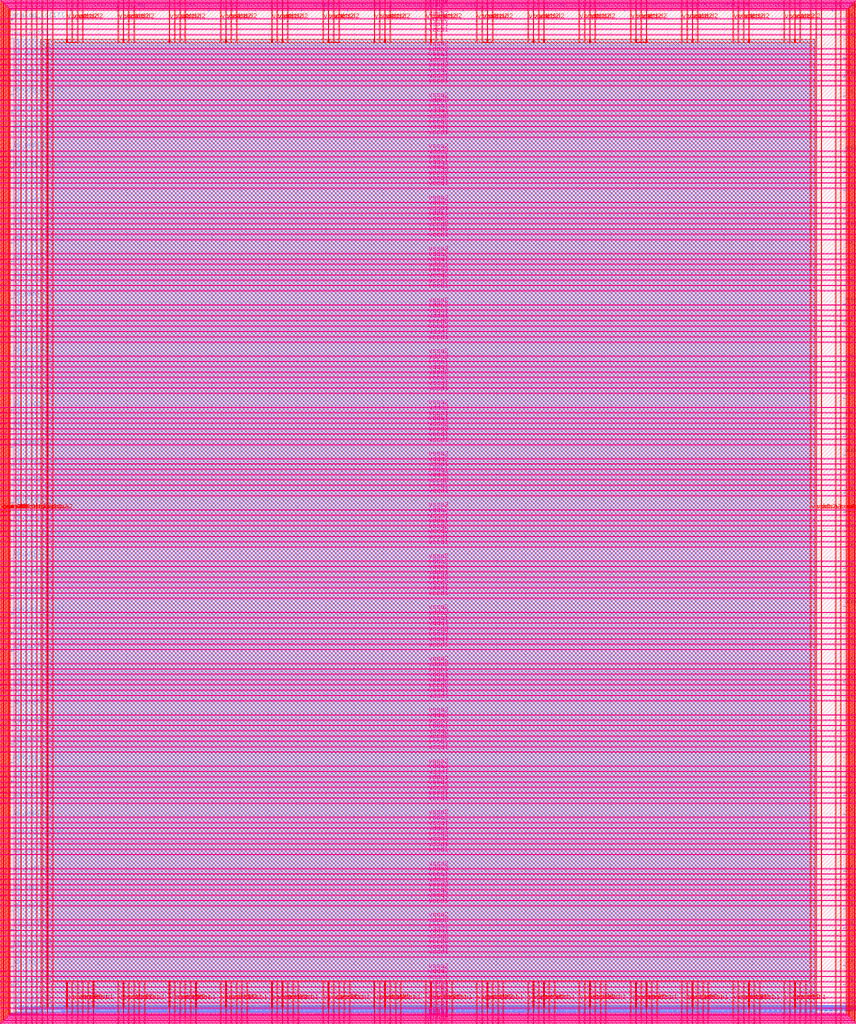
<source format=lef>
VERSION 5.7 ;
  NOWIREEXTENSIONATPIN ON ;
  DIVIDERCHAR "/" ;
  BUSBITCHARS "[]" ;
MACRO user_project_wrapper
  CLASS BLOCK ;
  FOREIGN user_project_wrapper ;
  ORIGIN 0.000 0.000 ;
  SIZE 2920.000 BY 3520.000 ;
  PIN analog_io[0]
    DIRECTION INOUT ;
    USE SIGNAL ;
    PORT
      LAYER met3 ;
        RECT 2917.600 1426.380 2924.800 1427.580 ;
    END
  END analog_io[0]
  PIN analog_io[10]
    DIRECTION INOUT ;
    USE SIGNAL ;
    PORT
      LAYER met2 ;
        RECT 2230.490 3517.600 2231.050 3524.800 ;
    END
  END analog_io[10]
  PIN analog_io[11]
    DIRECTION INOUT ;
    USE SIGNAL ;
    PORT
      LAYER met2 ;
        RECT 1905.730 3517.600 1906.290 3524.800 ;
    END
  END analog_io[11]
  PIN analog_io[12]
    DIRECTION INOUT ;
    USE SIGNAL ;
    PORT
      LAYER met2 ;
        RECT 1581.430 3517.600 1581.990 3524.800 ;
    END
  END analog_io[12]
  PIN analog_io[13]
    DIRECTION INOUT ;
    USE SIGNAL ;
    PORT
      LAYER met2 ;
        RECT 1257.130 3517.600 1257.690 3524.800 ;
    END
  END analog_io[13]
  PIN analog_io[14]
    DIRECTION INOUT ;
    USE SIGNAL ;
    PORT
      LAYER met2 ;
        RECT 932.370 3517.600 932.930 3524.800 ;
    END
  END analog_io[14]
  PIN analog_io[15]
    DIRECTION INOUT ;
    USE SIGNAL ;
    PORT
      LAYER met2 ;
        RECT 608.070 3517.600 608.630 3524.800 ;
    END
  END analog_io[15]
  PIN analog_io[16]
    DIRECTION INOUT ;
    USE SIGNAL ;
    PORT
      LAYER met2 ;
        RECT 283.770 3517.600 284.330 3524.800 ;
    END
  END analog_io[16]
  PIN analog_io[17]
    DIRECTION INOUT ;
    USE SIGNAL ;
    PORT
      LAYER met3 ;
        RECT -4.800 3486.100 2.400 3487.300 ;
    END
  END analog_io[17]
  PIN analog_io[18]
    DIRECTION INOUT ;
    USE SIGNAL ;
    PORT
      LAYER met3 ;
        RECT -4.800 3224.980 2.400 3226.180 ;
    END
  END analog_io[18]
  PIN analog_io[19]
    DIRECTION INOUT ;
    USE SIGNAL ;
    PORT
      LAYER met3 ;
        RECT -4.800 2964.540 2.400 2965.740 ;
    END
  END analog_io[19]
  PIN analog_io[1]
    DIRECTION INOUT ;
    USE SIGNAL ;
    PORT
      LAYER met3 ;
        RECT 2917.600 1692.260 2924.800 1693.460 ;
    END
  END analog_io[1]
  PIN analog_io[20]
    DIRECTION INOUT ;
    USE SIGNAL ;
    PORT
      LAYER met3 ;
        RECT -4.800 2703.420 2.400 2704.620 ;
    END
  END analog_io[20]
  PIN analog_io[21]
    DIRECTION INOUT ;
    USE SIGNAL ;
    PORT
      LAYER met3 ;
        RECT -4.800 2442.980 2.400 2444.180 ;
    END
  END analog_io[21]
  PIN analog_io[22]
    DIRECTION INOUT ;
    USE SIGNAL ;
    PORT
      LAYER met3 ;
        RECT -4.800 2182.540 2.400 2183.740 ;
    END
  END analog_io[22]
  PIN analog_io[23]
    DIRECTION INOUT ;
    USE SIGNAL ;
    PORT
      LAYER met3 ;
        RECT -4.800 1921.420 2.400 1922.620 ;
    END
  END analog_io[23]
  PIN analog_io[24]
    DIRECTION INOUT ;
    USE SIGNAL ;
    PORT
      LAYER met3 ;
        RECT -4.800 1660.980 2.400 1662.180 ;
    END
  END analog_io[24]
  PIN analog_io[25]
    DIRECTION INOUT ;
    USE SIGNAL ;
    PORT
      LAYER met3 ;
        RECT -4.800 1399.860 2.400 1401.060 ;
    END
  END analog_io[25]
  PIN analog_io[26]
    DIRECTION INOUT ;
    USE SIGNAL ;
    PORT
      LAYER met3 ;
        RECT -4.800 1139.420 2.400 1140.620 ;
    END
  END analog_io[26]
  PIN analog_io[27]
    DIRECTION INOUT ;
    USE SIGNAL ;
    PORT
      LAYER met3 ;
        RECT -4.800 878.980 2.400 880.180 ;
    END
  END analog_io[27]
  PIN analog_io[28]
    DIRECTION INOUT ;
    USE SIGNAL ;
    PORT
      LAYER met3 ;
        RECT -4.800 617.860 2.400 619.060 ;
    END
  END analog_io[28]
  PIN analog_io[2]
    DIRECTION INOUT ;
    USE SIGNAL ;
    PORT
      LAYER met3 ;
        RECT 2917.600 1958.140 2924.800 1959.340 ;
    END
  END analog_io[2]
  PIN analog_io[3]
    DIRECTION INOUT ;
    USE SIGNAL ;
    PORT
      LAYER met3 ;
        RECT 2917.600 2223.340 2924.800 2224.540 ;
    END
  END analog_io[3]
  PIN analog_io[4]
    DIRECTION INOUT ;
    USE SIGNAL ;
    PORT
      LAYER met3 ;
        RECT 2917.600 2489.220 2924.800 2490.420 ;
    END
  END analog_io[4]
  PIN analog_io[5]
    DIRECTION INOUT ;
    USE SIGNAL ;
    PORT
      LAYER met3 ;
        RECT 2917.600 2755.100 2924.800 2756.300 ;
    END
  END analog_io[5]
  PIN analog_io[6]
    DIRECTION INOUT ;
    USE SIGNAL ;
    PORT
      LAYER met3 ;
        RECT 2917.600 3020.300 2924.800 3021.500 ;
    END
  END analog_io[6]
  PIN analog_io[7]
    DIRECTION INOUT ;
    USE SIGNAL ;
    PORT
      LAYER met3 ;
        RECT 2917.600 3286.180 2924.800 3287.380 ;
    END
  END analog_io[7]
  PIN analog_io[8]
    DIRECTION INOUT ;
    USE SIGNAL ;
    PORT
      LAYER met2 ;
        RECT 2879.090 3517.600 2879.650 3524.800 ;
    END
  END analog_io[8]
  PIN analog_io[9]
    DIRECTION INOUT ;
    USE SIGNAL ;
    PORT
      LAYER met2 ;
        RECT 2554.790 3517.600 2555.350 3524.800 ;
    END
  END analog_io[9]
  PIN io_in[0]
    DIRECTION INPUT ;
    USE SIGNAL ;
    PORT
      LAYER met3 ;
        RECT 2917.600 32.380 2924.800 33.580 ;
    END
  END io_in[0]
  PIN io_in[10]
    DIRECTION INPUT ;
    USE SIGNAL ;
    PORT
      LAYER met3 ;
        RECT 2917.600 2289.980 2924.800 2291.180 ;
    END
  END io_in[10]
  PIN io_in[11]
    DIRECTION INPUT ;
    USE SIGNAL ;
    PORT
      LAYER met3 ;
        RECT 2917.600 2555.860 2924.800 2557.060 ;
    END
  END io_in[11]
  PIN io_in[12]
    DIRECTION INPUT ;
    USE SIGNAL ;
    PORT
      LAYER met3 ;
        RECT 2917.600 2821.060 2924.800 2822.260 ;
    END
  END io_in[12]
  PIN io_in[13]
    DIRECTION INPUT ;
    USE SIGNAL ;
    PORT
      LAYER met3 ;
        RECT 2917.600 3086.940 2924.800 3088.140 ;
    END
  END io_in[13]
  PIN io_in[14]
    DIRECTION INPUT ;
    USE SIGNAL ;
    PORT
      LAYER met3 ;
        RECT 2917.600 3352.820 2924.800 3354.020 ;
    END
  END io_in[14]
  PIN io_in[15]
    DIRECTION INPUT ;
    USE SIGNAL ;
    PORT
      LAYER met2 ;
        RECT 2798.130 3517.600 2798.690 3524.800 ;
    END
  END io_in[15]
  PIN io_in[16]
    DIRECTION INPUT ;
    USE SIGNAL ;
    PORT
      LAYER met2 ;
        RECT 2473.830 3517.600 2474.390 3524.800 ;
    END
  END io_in[16]
  PIN io_in[17]
    DIRECTION INPUT ;
    USE SIGNAL ;
    PORT
      LAYER met2 ;
        RECT 2149.070 3517.600 2149.630 3524.800 ;
    END
  END io_in[17]
  PIN io_in[18]
    DIRECTION INPUT ;
    USE SIGNAL ;
    PORT
      LAYER met2 ;
        RECT 1824.770 3517.600 1825.330 3524.800 ;
    END
  END io_in[18]
  PIN io_in[19]
    DIRECTION INPUT ;
    USE SIGNAL ;
    PORT
      LAYER met2 ;
        RECT 1500.470 3517.600 1501.030 3524.800 ;
    END
  END io_in[19]
  PIN io_in[1]
    DIRECTION INPUT ;
    USE SIGNAL ;
    PORT
      LAYER met3 ;
        RECT 2917.600 230.940 2924.800 232.140 ;
    END
  END io_in[1]
  PIN io_in[20]
    DIRECTION INPUT ;
    USE SIGNAL ;
    PORT
      LAYER met2 ;
        RECT 1175.710 3517.600 1176.270 3524.800 ;
    END
  END io_in[20]
  PIN io_in[21]
    DIRECTION INPUT ;
    USE SIGNAL ;
    PORT
      LAYER met2 ;
        RECT 851.410 3517.600 851.970 3524.800 ;
    END
  END io_in[21]
  PIN io_in[22]
    DIRECTION INPUT ;
    USE SIGNAL ;
    PORT
      LAYER met2 ;
        RECT 527.110 3517.600 527.670 3524.800 ;
    END
  END io_in[22]
  PIN io_in[23]
    DIRECTION INPUT ;
    USE SIGNAL ;
    PORT
      LAYER met2 ;
        RECT 202.350 3517.600 202.910 3524.800 ;
    END
  END io_in[23]
  PIN io_in[24]
    DIRECTION INPUT ;
    USE SIGNAL ;
    PORT
      LAYER met3 ;
        RECT -4.800 3420.820 2.400 3422.020 ;
    END
  END io_in[24]
  PIN io_in[25]
    DIRECTION INPUT ;
    USE SIGNAL ;
    PORT
      LAYER met3 ;
        RECT -4.800 3159.700 2.400 3160.900 ;
    END
  END io_in[25]
  PIN io_in[26]
    DIRECTION INPUT ;
    USE SIGNAL ;
    PORT
      LAYER met3 ;
        RECT -4.800 2899.260 2.400 2900.460 ;
    END
  END io_in[26]
  PIN io_in[27]
    DIRECTION INPUT ;
    USE SIGNAL ;
    PORT
      LAYER met3 ;
        RECT -4.800 2638.820 2.400 2640.020 ;
    END
  END io_in[27]
  PIN io_in[28]
    DIRECTION INPUT ;
    USE SIGNAL ;
    PORT
      LAYER met3 ;
        RECT -4.800 2377.700 2.400 2378.900 ;
    END
  END io_in[28]
  PIN io_in[29]
    DIRECTION INPUT ;
    USE SIGNAL ;
    PORT
      LAYER met3 ;
        RECT -4.800 2117.260 2.400 2118.460 ;
    END
  END io_in[29]
  PIN io_in[2]
    DIRECTION INPUT ;
    USE SIGNAL ;
    PORT
      LAYER met3 ;
        RECT 2917.600 430.180 2924.800 431.380 ;
    END
  END io_in[2]
  PIN io_in[30]
    DIRECTION INPUT ;
    USE SIGNAL ;
    PORT
      LAYER met3 ;
        RECT -4.800 1856.140 2.400 1857.340 ;
    END
  END io_in[30]
  PIN io_in[31]
    DIRECTION INPUT ;
    USE SIGNAL ;
    PORT
      LAYER met3 ;
        RECT -4.800 1595.700 2.400 1596.900 ;
    END
  END io_in[31]
  PIN io_in[32]
    DIRECTION INPUT ;
    USE SIGNAL ;
    PORT
      LAYER met3 ;
        RECT -4.800 1335.260 2.400 1336.460 ;
    END
  END io_in[32]
  PIN io_in[33]
    DIRECTION INPUT ;
    USE SIGNAL ;
    PORT
      LAYER met3 ;
        RECT -4.800 1074.140 2.400 1075.340 ;
    END
  END io_in[33]
  PIN io_in[34]
    DIRECTION INPUT ;
    USE SIGNAL ;
    PORT
      LAYER met3 ;
        RECT -4.800 813.700 2.400 814.900 ;
    END
  END io_in[34]
  PIN io_in[35]
    DIRECTION INPUT ;
    USE SIGNAL ;
    PORT
      LAYER met3 ;
        RECT -4.800 552.580 2.400 553.780 ;
    END
  END io_in[35]
  PIN io_in[36]
    DIRECTION INPUT ;
    USE SIGNAL ;
    PORT
      LAYER met3 ;
        RECT -4.800 357.420 2.400 358.620 ;
    END
  END io_in[36]
  PIN io_in[37]
    DIRECTION INPUT ;
    USE SIGNAL ;
    PORT
      LAYER met3 ;
        RECT -4.800 161.580 2.400 162.780 ;
    END
  END io_in[37]
  PIN io_in[3]
    DIRECTION INPUT ;
    USE SIGNAL ;
    PORT
      LAYER met3 ;
        RECT 2917.600 629.420 2924.800 630.620 ;
    END
  END io_in[3]
  PIN io_in[4]
    DIRECTION INPUT ;
    USE SIGNAL ;
    PORT
      LAYER met3 ;
        RECT 2917.600 828.660 2924.800 829.860 ;
    END
  END io_in[4]
  PIN io_in[5]
    DIRECTION INPUT ;
    USE SIGNAL ;
    PORT
      LAYER met3 ;
        RECT 2917.600 1027.900 2924.800 1029.100 ;
    END
  END io_in[5]
  PIN io_in[6]
    DIRECTION INPUT ;
    USE SIGNAL ;
    PORT
      LAYER met3 ;
        RECT 2917.600 1227.140 2924.800 1228.340 ;
    END
  END io_in[6]
  PIN io_in[7]
    DIRECTION INPUT ;
    USE SIGNAL ;
    PORT
      LAYER met3 ;
        RECT 2917.600 1493.020 2924.800 1494.220 ;
    END
  END io_in[7]
  PIN io_in[8]
    DIRECTION INPUT ;
    USE SIGNAL ;
    PORT
      LAYER met3 ;
        RECT 2917.600 1758.900 2924.800 1760.100 ;
    END
  END io_in[8]
  PIN io_in[9]
    DIRECTION INPUT ;
    USE SIGNAL ;
    PORT
      LAYER met3 ;
        RECT 2917.600 2024.100 2924.800 2025.300 ;
    END
  END io_in[9]
  PIN io_oeb[0]
    DIRECTION OUTPUT TRISTATE ;
    USE SIGNAL ;
    PORT
      LAYER met3 ;
        RECT 2917.600 164.980 2924.800 166.180 ;
    END
  END io_oeb[0]
  PIN io_oeb[10]
    DIRECTION OUTPUT TRISTATE ;
    USE SIGNAL ;
    PORT
      LAYER met3 ;
        RECT 2917.600 2422.580 2924.800 2423.780 ;
    END
  END io_oeb[10]
  PIN io_oeb[11]
    DIRECTION OUTPUT TRISTATE ;
    USE SIGNAL ;
    PORT
      LAYER met3 ;
        RECT 2917.600 2688.460 2924.800 2689.660 ;
    END
  END io_oeb[11]
  PIN io_oeb[12]
    DIRECTION OUTPUT TRISTATE ;
    USE SIGNAL ;
    PORT
      LAYER met3 ;
        RECT 2917.600 2954.340 2924.800 2955.540 ;
    END
  END io_oeb[12]
  PIN io_oeb[13]
    DIRECTION OUTPUT TRISTATE ;
    USE SIGNAL ;
    PORT
      LAYER met3 ;
        RECT 2917.600 3219.540 2924.800 3220.740 ;
    END
  END io_oeb[13]
  PIN io_oeb[14]
    DIRECTION OUTPUT TRISTATE ;
    USE SIGNAL ;
    PORT
      LAYER met3 ;
        RECT 2917.600 3485.420 2924.800 3486.620 ;
    END
  END io_oeb[14]
  PIN io_oeb[15]
    DIRECTION OUTPUT TRISTATE ;
    USE SIGNAL ;
    PORT
      LAYER met2 ;
        RECT 2635.750 3517.600 2636.310 3524.800 ;
    END
  END io_oeb[15]
  PIN io_oeb[16]
    DIRECTION OUTPUT TRISTATE ;
    USE SIGNAL ;
    PORT
      LAYER met2 ;
        RECT 2311.450 3517.600 2312.010 3524.800 ;
    END
  END io_oeb[16]
  PIN io_oeb[17]
    DIRECTION OUTPUT TRISTATE ;
    USE SIGNAL ;
    PORT
      LAYER met2 ;
        RECT 1987.150 3517.600 1987.710 3524.800 ;
    END
  END io_oeb[17]
  PIN io_oeb[18]
    DIRECTION OUTPUT TRISTATE ;
    USE SIGNAL ;
    PORT
      LAYER met2 ;
        RECT 1662.390 3517.600 1662.950 3524.800 ;
    END
  END io_oeb[18]
  PIN io_oeb[19]
    DIRECTION OUTPUT TRISTATE ;
    USE SIGNAL ;
    PORT
      LAYER met2 ;
        RECT 1338.090 3517.600 1338.650 3524.800 ;
    END
  END io_oeb[19]
  PIN io_oeb[1]
    DIRECTION OUTPUT TRISTATE ;
    USE SIGNAL ;
    PORT
      LAYER met3 ;
        RECT 2917.600 364.220 2924.800 365.420 ;
    END
  END io_oeb[1]
  PIN io_oeb[20]
    DIRECTION OUTPUT TRISTATE ;
    USE SIGNAL ;
    PORT
      LAYER met2 ;
        RECT 1013.790 3517.600 1014.350 3524.800 ;
    END
  END io_oeb[20]
  PIN io_oeb[21]
    DIRECTION OUTPUT TRISTATE ;
    USE SIGNAL ;
    PORT
      LAYER met2 ;
        RECT 689.030 3517.600 689.590 3524.800 ;
    END
  END io_oeb[21]
  PIN io_oeb[22]
    DIRECTION OUTPUT TRISTATE ;
    USE SIGNAL ;
    PORT
      LAYER met2 ;
        RECT 364.730 3517.600 365.290 3524.800 ;
    END
  END io_oeb[22]
  PIN io_oeb[23]
    DIRECTION OUTPUT TRISTATE ;
    USE SIGNAL ;
    PORT
      LAYER met2 ;
        RECT 40.430 3517.600 40.990 3524.800 ;
    END
  END io_oeb[23]
  PIN io_oeb[24]
    DIRECTION OUTPUT TRISTATE ;
    USE SIGNAL ;
    PORT
      LAYER met3 ;
        RECT -4.800 3290.260 2.400 3291.460 ;
    END
  END io_oeb[24]
  PIN io_oeb[25]
    DIRECTION OUTPUT TRISTATE ;
    USE SIGNAL ;
    PORT
      LAYER met3 ;
        RECT -4.800 3029.820 2.400 3031.020 ;
    END
  END io_oeb[25]
  PIN io_oeb[26]
    DIRECTION OUTPUT TRISTATE ;
    USE SIGNAL ;
    PORT
      LAYER met3 ;
        RECT -4.800 2768.700 2.400 2769.900 ;
    END
  END io_oeb[26]
  PIN io_oeb[27]
    DIRECTION OUTPUT TRISTATE ;
    USE SIGNAL ;
    PORT
      LAYER met3 ;
        RECT -4.800 2508.260 2.400 2509.460 ;
    END
  END io_oeb[27]
  PIN io_oeb[28]
    DIRECTION OUTPUT TRISTATE ;
    USE SIGNAL ;
    PORT
      LAYER met3 ;
        RECT -4.800 2247.140 2.400 2248.340 ;
    END
  END io_oeb[28]
  PIN io_oeb[29]
    DIRECTION OUTPUT TRISTATE ;
    USE SIGNAL ;
    PORT
      LAYER met3 ;
        RECT -4.800 1986.700 2.400 1987.900 ;
    END
  END io_oeb[29]
  PIN io_oeb[2]
    DIRECTION OUTPUT TRISTATE ;
    USE SIGNAL ;
    PORT
      LAYER met3 ;
        RECT 2917.600 563.460 2924.800 564.660 ;
    END
  END io_oeb[2]
  PIN io_oeb[30]
    DIRECTION OUTPUT TRISTATE ;
    USE SIGNAL ;
    PORT
      LAYER met3 ;
        RECT -4.800 1726.260 2.400 1727.460 ;
    END
  END io_oeb[30]
  PIN io_oeb[31]
    DIRECTION OUTPUT TRISTATE ;
    USE SIGNAL ;
    PORT
      LAYER met3 ;
        RECT -4.800 1465.140 2.400 1466.340 ;
    END
  END io_oeb[31]
  PIN io_oeb[32]
    DIRECTION OUTPUT TRISTATE ;
    USE SIGNAL ;
    PORT
      LAYER met3 ;
        RECT -4.800 1204.700 2.400 1205.900 ;
    END
  END io_oeb[32]
  PIN io_oeb[33]
    DIRECTION OUTPUT TRISTATE ;
    USE SIGNAL ;
    PORT
      LAYER met3 ;
        RECT -4.800 943.580 2.400 944.780 ;
    END
  END io_oeb[33]
  PIN io_oeb[34]
    DIRECTION OUTPUT TRISTATE ;
    USE SIGNAL ;
    PORT
      LAYER met3 ;
        RECT -4.800 683.140 2.400 684.340 ;
    END
  END io_oeb[34]
  PIN io_oeb[35]
    DIRECTION OUTPUT TRISTATE ;
    USE SIGNAL ;
    PORT
      LAYER met3 ;
        RECT -4.800 422.700 2.400 423.900 ;
    END
  END io_oeb[35]
  PIN io_oeb[36]
    DIRECTION OUTPUT TRISTATE ;
    USE SIGNAL ;
    PORT
      LAYER met3 ;
        RECT -4.800 226.860 2.400 228.060 ;
    END
  END io_oeb[36]
  PIN io_oeb[37]
    DIRECTION OUTPUT TRISTATE ;
    USE SIGNAL ;
    PORT
      LAYER met3 ;
        RECT -4.800 31.700 2.400 32.900 ;
    END
  END io_oeb[37]
  PIN io_oeb[3]
    DIRECTION OUTPUT TRISTATE ;
    USE SIGNAL ;
    PORT
      LAYER met3 ;
        RECT 2917.600 762.700 2924.800 763.900 ;
    END
  END io_oeb[3]
  PIN io_oeb[4]
    DIRECTION OUTPUT TRISTATE ;
    USE SIGNAL ;
    PORT
      LAYER met3 ;
        RECT 2917.600 961.940 2924.800 963.140 ;
    END
  END io_oeb[4]
  PIN io_oeb[5]
    DIRECTION OUTPUT TRISTATE ;
    USE SIGNAL ;
    PORT
      LAYER met3 ;
        RECT 2917.600 1161.180 2924.800 1162.380 ;
    END
  END io_oeb[5]
  PIN io_oeb[6]
    DIRECTION OUTPUT TRISTATE ;
    USE SIGNAL ;
    PORT
      LAYER met3 ;
        RECT 2917.600 1360.420 2924.800 1361.620 ;
    END
  END io_oeb[6]
  PIN io_oeb[7]
    DIRECTION OUTPUT TRISTATE ;
    USE SIGNAL ;
    PORT
      LAYER met3 ;
        RECT 2917.600 1625.620 2924.800 1626.820 ;
    END
  END io_oeb[7]
  PIN io_oeb[8]
    DIRECTION OUTPUT TRISTATE ;
    USE SIGNAL ;
    PORT
      LAYER met3 ;
        RECT 2917.600 1891.500 2924.800 1892.700 ;
    END
  END io_oeb[8]
  PIN io_oeb[9]
    DIRECTION OUTPUT TRISTATE ;
    USE SIGNAL ;
    PORT
      LAYER met3 ;
        RECT 2917.600 2157.380 2924.800 2158.580 ;
    END
  END io_oeb[9]
  PIN io_out[0]
    DIRECTION OUTPUT TRISTATE ;
    USE SIGNAL ;
    PORT
      LAYER met3 ;
        RECT 2917.600 98.340 2924.800 99.540 ;
    END
  END io_out[0]
  PIN io_out[10]
    DIRECTION OUTPUT TRISTATE ;
    USE SIGNAL ;
    PORT
      LAYER met3 ;
        RECT 2917.600 2356.620 2924.800 2357.820 ;
    END
  END io_out[10]
  PIN io_out[11]
    DIRECTION OUTPUT TRISTATE ;
    USE SIGNAL ;
    PORT
      LAYER met3 ;
        RECT 2917.600 2621.820 2924.800 2623.020 ;
    END
  END io_out[11]
  PIN io_out[12]
    DIRECTION OUTPUT TRISTATE ;
    USE SIGNAL ;
    PORT
      LAYER met3 ;
        RECT 2917.600 2887.700 2924.800 2888.900 ;
    END
  END io_out[12]
  PIN io_out[13]
    DIRECTION OUTPUT TRISTATE ;
    USE SIGNAL ;
    PORT
      LAYER met3 ;
        RECT 2917.600 3153.580 2924.800 3154.780 ;
    END
  END io_out[13]
  PIN io_out[14]
    DIRECTION OUTPUT TRISTATE ;
    USE SIGNAL ;
    PORT
      LAYER met3 ;
        RECT 2917.600 3418.780 2924.800 3419.980 ;
    END
  END io_out[14]
  PIN io_out[15]
    DIRECTION OUTPUT TRISTATE ;
    USE SIGNAL ;
    PORT
      LAYER met2 ;
        RECT 2717.170 3517.600 2717.730 3524.800 ;
    END
  END io_out[15]
  PIN io_out[16]
    DIRECTION OUTPUT TRISTATE ;
    USE SIGNAL ;
    PORT
      LAYER met2 ;
        RECT 2392.410 3517.600 2392.970 3524.800 ;
    END
  END io_out[16]
  PIN io_out[17]
    DIRECTION OUTPUT TRISTATE ;
    USE SIGNAL ;
    PORT
      LAYER met2 ;
        RECT 2068.110 3517.600 2068.670 3524.800 ;
    END
  END io_out[17]
  PIN io_out[18]
    DIRECTION OUTPUT TRISTATE ;
    USE SIGNAL ;
    PORT
      LAYER met2 ;
        RECT 1743.810 3517.600 1744.370 3524.800 ;
    END
  END io_out[18]
  PIN io_out[19]
    DIRECTION OUTPUT TRISTATE ;
    USE SIGNAL ;
    PORT
      LAYER met2 ;
        RECT 1419.050 3517.600 1419.610 3524.800 ;
    END
  END io_out[19]
  PIN io_out[1]
    DIRECTION OUTPUT TRISTATE ;
    USE SIGNAL ;
    PORT
      LAYER met3 ;
        RECT 2917.600 297.580 2924.800 298.780 ;
    END
  END io_out[1]
  PIN io_out[20]
    DIRECTION OUTPUT TRISTATE ;
    USE SIGNAL ;
    PORT
      LAYER met2 ;
        RECT 1094.750 3517.600 1095.310 3524.800 ;
    END
  END io_out[20]
  PIN io_out[21]
    DIRECTION OUTPUT TRISTATE ;
    USE SIGNAL ;
    PORT
      LAYER met2 ;
        RECT 770.450 3517.600 771.010 3524.800 ;
    END
  END io_out[21]
  PIN io_out[22]
    DIRECTION OUTPUT TRISTATE ;
    USE SIGNAL ;
    PORT
      LAYER met2 ;
        RECT 445.690 3517.600 446.250 3524.800 ;
    END
  END io_out[22]
  PIN io_out[23]
    DIRECTION OUTPUT TRISTATE ;
    USE SIGNAL ;
    PORT
      LAYER met2 ;
        RECT 121.390 3517.600 121.950 3524.800 ;
    END
  END io_out[23]
  PIN io_out[24]
    DIRECTION OUTPUT TRISTATE ;
    USE SIGNAL ;
    PORT
      LAYER met3 ;
        RECT -4.800 3355.540 2.400 3356.740 ;
    END
  END io_out[24]
  PIN io_out[25]
    DIRECTION OUTPUT TRISTATE ;
    USE SIGNAL ;
    PORT
      LAYER met3 ;
        RECT -4.800 3095.100 2.400 3096.300 ;
    END
  END io_out[25]
  PIN io_out[26]
    DIRECTION OUTPUT TRISTATE ;
    USE SIGNAL ;
    PORT
      LAYER met3 ;
        RECT -4.800 2833.980 2.400 2835.180 ;
    END
  END io_out[26]
  PIN io_out[27]
    DIRECTION OUTPUT TRISTATE ;
    USE SIGNAL ;
    PORT
      LAYER met3 ;
        RECT -4.800 2573.540 2.400 2574.740 ;
    END
  END io_out[27]
  PIN io_out[28]
    DIRECTION OUTPUT TRISTATE ;
    USE SIGNAL ;
    PORT
      LAYER met3 ;
        RECT -4.800 2312.420 2.400 2313.620 ;
    END
  END io_out[28]
  PIN io_out[29]
    DIRECTION OUTPUT TRISTATE ;
    USE SIGNAL ;
    PORT
      LAYER met3 ;
        RECT -4.800 2051.980 2.400 2053.180 ;
    END
  END io_out[29]
  PIN io_out[2]
    DIRECTION OUTPUT TRISTATE ;
    USE SIGNAL ;
    PORT
      LAYER met3 ;
        RECT 2917.600 496.820 2924.800 498.020 ;
    END
  END io_out[2]
  PIN io_out[30]
    DIRECTION OUTPUT TRISTATE ;
    USE SIGNAL ;
    PORT
      LAYER met3 ;
        RECT -4.800 1791.540 2.400 1792.740 ;
    END
  END io_out[30]
  PIN io_out[31]
    DIRECTION OUTPUT TRISTATE ;
    USE SIGNAL ;
    PORT
      LAYER met3 ;
        RECT -4.800 1530.420 2.400 1531.620 ;
    END
  END io_out[31]
  PIN io_out[32]
    DIRECTION OUTPUT TRISTATE ;
    USE SIGNAL ;
    PORT
      LAYER met3 ;
        RECT -4.800 1269.980 2.400 1271.180 ;
    END
  END io_out[32]
  PIN io_out[33]
    DIRECTION OUTPUT TRISTATE ;
    USE SIGNAL ;
    PORT
      LAYER met3 ;
        RECT -4.800 1008.860 2.400 1010.060 ;
    END
  END io_out[33]
  PIN io_out[34]
    DIRECTION OUTPUT TRISTATE ;
    USE SIGNAL ;
    PORT
      LAYER met3 ;
        RECT -4.800 748.420 2.400 749.620 ;
    END
  END io_out[34]
  PIN io_out[35]
    DIRECTION OUTPUT TRISTATE ;
    USE SIGNAL ;
    PORT
      LAYER met3 ;
        RECT -4.800 487.300 2.400 488.500 ;
    END
  END io_out[35]
  PIN io_out[36]
    DIRECTION OUTPUT TRISTATE ;
    USE SIGNAL ;
    PORT
      LAYER met3 ;
        RECT -4.800 292.140 2.400 293.340 ;
    END
  END io_out[36]
  PIN io_out[37]
    DIRECTION OUTPUT TRISTATE ;
    USE SIGNAL ;
    PORT
      LAYER met3 ;
        RECT -4.800 96.300 2.400 97.500 ;
    END
  END io_out[37]
  PIN io_out[3]
    DIRECTION OUTPUT TRISTATE ;
    USE SIGNAL ;
    PORT
      LAYER met3 ;
        RECT 2917.600 696.060 2924.800 697.260 ;
    END
  END io_out[3]
  PIN io_out[4]
    DIRECTION OUTPUT TRISTATE ;
    USE SIGNAL ;
    PORT
      LAYER met3 ;
        RECT 2917.600 895.300 2924.800 896.500 ;
    END
  END io_out[4]
  PIN io_out[5]
    DIRECTION OUTPUT TRISTATE ;
    USE SIGNAL ;
    PORT
      LAYER met3 ;
        RECT 2917.600 1094.540 2924.800 1095.740 ;
    END
  END io_out[5]
  PIN io_out[6]
    DIRECTION OUTPUT TRISTATE ;
    USE SIGNAL ;
    PORT
      LAYER met3 ;
        RECT 2917.600 1293.780 2924.800 1294.980 ;
    END
  END io_out[6]
  PIN io_out[7]
    DIRECTION OUTPUT TRISTATE ;
    USE SIGNAL ;
    PORT
      LAYER met3 ;
        RECT 2917.600 1559.660 2924.800 1560.860 ;
    END
  END io_out[7]
  PIN io_out[8]
    DIRECTION OUTPUT TRISTATE ;
    USE SIGNAL ;
    PORT
      LAYER met3 ;
        RECT 2917.600 1824.860 2924.800 1826.060 ;
    END
  END io_out[8]
  PIN io_out[9]
    DIRECTION OUTPUT TRISTATE ;
    USE SIGNAL ;
    PORT
      LAYER met3 ;
        RECT 2917.600 2090.740 2924.800 2091.940 ;
    END
  END io_out[9]
  PIN la_data_in[0]
    DIRECTION INPUT ;
    USE SIGNAL ;
    PORT
      LAYER met2 ;
        RECT 629.230 -4.800 629.790 2.400 ;
    END
  END la_data_in[0]
  PIN la_data_in[100]
    DIRECTION INPUT ;
    USE SIGNAL ;
    PORT
      LAYER met2 ;
        RECT 2402.530 -4.800 2403.090 2.400 ;
    END
  END la_data_in[100]
  PIN la_data_in[101]
    DIRECTION INPUT ;
    USE SIGNAL ;
    PORT
      LAYER met2 ;
        RECT 2420.010 -4.800 2420.570 2.400 ;
    END
  END la_data_in[101]
  PIN la_data_in[102]
    DIRECTION INPUT ;
    USE SIGNAL ;
    PORT
      LAYER met2 ;
        RECT 2437.950 -4.800 2438.510 2.400 ;
    END
  END la_data_in[102]
  PIN la_data_in[103]
    DIRECTION INPUT ;
    USE SIGNAL ;
    PORT
      LAYER met2 ;
        RECT 2455.430 -4.800 2455.990 2.400 ;
    END
  END la_data_in[103]
  PIN la_data_in[104]
    DIRECTION INPUT ;
    USE SIGNAL ;
    PORT
      LAYER met2 ;
        RECT 2473.370 -4.800 2473.930 2.400 ;
    END
  END la_data_in[104]
  PIN la_data_in[105]
    DIRECTION INPUT ;
    USE SIGNAL ;
    PORT
      LAYER met2 ;
        RECT 2490.850 -4.800 2491.410 2.400 ;
    END
  END la_data_in[105]
  PIN la_data_in[106]
    DIRECTION INPUT ;
    USE SIGNAL ;
    PORT
      LAYER met2 ;
        RECT 2508.790 -4.800 2509.350 2.400 ;
    END
  END la_data_in[106]
  PIN la_data_in[107]
    DIRECTION INPUT ;
    USE SIGNAL ;
    PORT
      LAYER met2 ;
        RECT 2526.730 -4.800 2527.290 2.400 ;
    END
  END la_data_in[107]
  PIN la_data_in[108]
    DIRECTION INPUT ;
    USE SIGNAL ;
    PORT
      LAYER met2 ;
        RECT 2544.210 -4.800 2544.770 2.400 ;
    END
  END la_data_in[108]
  PIN la_data_in[109]
    DIRECTION INPUT ;
    USE SIGNAL ;
    PORT
      LAYER met2 ;
        RECT 2562.150 -4.800 2562.710 2.400 ;
    END
  END la_data_in[109]
  PIN la_data_in[10]
    DIRECTION INPUT ;
    USE SIGNAL ;
    PORT
      LAYER met2 ;
        RECT 806.330 -4.800 806.890 2.400 ;
    END
  END la_data_in[10]
  PIN la_data_in[110]
    DIRECTION INPUT ;
    USE SIGNAL ;
    PORT
      LAYER met2 ;
        RECT 2579.630 -4.800 2580.190 2.400 ;
    END
  END la_data_in[110]
  PIN la_data_in[111]
    DIRECTION INPUT ;
    USE SIGNAL ;
    PORT
      LAYER met2 ;
        RECT 2597.570 -4.800 2598.130 2.400 ;
    END
  END la_data_in[111]
  PIN la_data_in[112]
    DIRECTION INPUT ;
    USE SIGNAL ;
    PORT
      LAYER met2 ;
        RECT 2615.050 -4.800 2615.610 2.400 ;
    END
  END la_data_in[112]
  PIN la_data_in[113]
    DIRECTION INPUT ;
    USE SIGNAL ;
    PORT
      LAYER met2 ;
        RECT 2632.990 -4.800 2633.550 2.400 ;
    END
  END la_data_in[113]
  PIN la_data_in[114]
    DIRECTION INPUT ;
    USE SIGNAL ;
    PORT
      LAYER met2 ;
        RECT 2650.470 -4.800 2651.030 2.400 ;
    END
  END la_data_in[114]
  PIN la_data_in[115]
    DIRECTION INPUT ;
    USE SIGNAL ;
    PORT
      LAYER met2 ;
        RECT 2668.410 -4.800 2668.970 2.400 ;
    END
  END la_data_in[115]
  PIN la_data_in[116]
    DIRECTION INPUT ;
    USE SIGNAL ;
    PORT
      LAYER met2 ;
        RECT 2685.890 -4.800 2686.450 2.400 ;
    END
  END la_data_in[116]
  PIN la_data_in[117]
    DIRECTION INPUT ;
    USE SIGNAL ;
    PORT
      LAYER met2 ;
        RECT 2703.830 -4.800 2704.390 2.400 ;
    END
  END la_data_in[117]
  PIN la_data_in[118]
    DIRECTION INPUT ;
    USE SIGNAL ;
    PORT
      LAYER met2 ;
        RECT 2721.770 -4.800 2722.330 2.400 ;
    END
  END la_data_in[118]
  PIN la_data_in[119]
    DIRECTION INPUT ;
    USE SIGNAL ;
    PORT
      LAYER met2 ;
        RECT 2739.250 -4.800 2739.810 2.400 ;
    END
  END la_data_in[119]
  PIN la_data_in[11]
    DIRECTION INPUT ;
    USE SIGNAL ;
    PORT
      LAYER met2 ;
        RECT 824.270 -4.800 824.830 2.400 ;
    END
  END la_data_in[11]
  PIN la_data_in[120]
    DIRECTION INPUT ;
    USE SIGNAL ;
    PORT
      LAYER met2 ;
        RECT 2757.190 -4.800 2757.750 2.400 ;
    END
  END la_data_in[120]
  PIN la_data_in[121]
    DIRECTION INPUT ;
    USE SIGNAL ;
    PORT
      LAYER met2 ;
        RECT 2774.670 -4.800 2775.230 2.400 ;
    END
  END la_data_in[121]
  PIN la_data_in[122]
    DIRECTION INPUT ;
    USE SIGNAL ;
    PORT
      LAYER met2 ;
        RECT 2792.610 -4.800 2793.170 2.400 ;
    END
  END la_data_in[122]
  PIN la_data_in[123]
    DIRECTION INPUT ;
    USE SIGNAL ;
    PORT
      LAYER met2 ;
        RECT 2810.090 -4.800 2810.650 2.400 ;
    END
  END la_data_in[123]
  PIN la_data_in[124]
    DIRECTION INPUT ;
    USE SIGNAL ;
    PORT
      LAYER met2 ;
        RECT 2828.030 -4.800 2828.590 2.400 ;
    END
  END la_data_in[124]
  PIN la_data_in[125]
    DIRECTION INPUT ;
    USE SIGNAL ;
    PORT
      LAYER met2 ;
        RECT 2845.510 -4.800 2846.070 2.400 ;
    END
  END la_data_in[125]
  PIN la_data_in[126]
    DIRECTION INPUT ;
    USE SIGNAL ;
    PORT
      LAYER met2 ;
        RECT 2863.450 -4.800 2864.010 2.400 ;
    END
  END la_data_in[126]
  PIN la_data_in[127]
    DIRECTION INPUT ;
    USE SIGNAL ;
    PORT
      LAYER met2 ;
        RECT 2881.390 -4.800 2881.950 2.400 ;
    END
  END la_data_in[127]
  PIN la_data_in[12]
    DIRECTION INPUT ;
    USE SIGNAL ;
    PORT
      LAYER met2 ;
        RECT 841.750 -4.800 842.310 2.400 ;
    END
  END la_data_in[12]
  PIN la_data_in[13]
    DIRECTION INPUT ;
    USE SIGNAL ;
    PORT
      LAYER met2 ;
        RECT 859.690 -4.800 860.250 2.400 ;
    END
  END la_data_in[13]
  PIN la_data_in[14]
    DIRECTION INPUT ;
    USE SIGNAL ;
    PORT
      LAYER met2 ;
        RECT 877.170 -4.800 877.730 2.400 ;
    END
  END la_data_in[14]
  PIN la_data_in[15]
    DIRECTION INPUT ;
    USE SIGNAL ;
    PORT
      LAYER met2 ;
        RECT 895.110 -4.800 895.670 2.400 ;
    END
  END la_data_in[15]
  PIN la_data_in[16]
    DIRECTION INPUT ;
    USE SIGNAL ;
    PORT
      LAYER met2 ;
        RECT 912.590 -4.800 913.150 2.400 ;
    END
  END la_data_in[16]
  PIN la_data_in[17]
    DIRECTION INPUT ;
    USE SIGNAL ;
    PORT
      LAYER met2 ;
        RECT 930.530 -4.800 931.090 2.400 ;
    END
  END la_data_in[17]
  PIN la_data_in[18]
    DIRECTION INPUT ;
    USE SIGNAL ;
    PORT
      LAYER met2 ;
        RECT 948.470 -4.800 949.030 2.400 ;
    END
  END la_data_in[18]
  PIN la_data_in[19]
    DIRECTION INPUT ;
    USE SIGNAL ;
    PORT
      LAYER met2 ;
        RECT 965.950 -4.800 966.510 2.400 ;
    END
  END la_data_in[19]
  PIN la_data_in[1]
    DIRECTION INPUT ;
    USE SIGNAL ;
    PORT
      LAYER met2 ;
        RECT 646.710 -4.800 647.270 2.400 ;
    END
  END la_data_in[1]
  PIN la_data_in[20]
    DIRECTION INPUT ;
    USE SIGNAL ;
    PORT
      LAYER met2 ;
        RECT 983.890 -4.800 984.450 2.400 ;
    END
  END la_data_in[20]
  PIN la_data_in[21]
    DIRECTION INPUT ;
    USE SIGNAL ;
    PORT
      LAYER met2 ;
        RECT 1001.370 -4.800 1001.930 2.400 ;
    END
  END la_data_in[21]
  PIN la_data_in[22]
    DIRECTION INPUT ;
    USE SIGNAL ;
    PORT
      LAYER met2 ;
        RECT 1019.310 -4.800 1019.870 2.400 ;
    END
  END la_data_in[22]
  PIN la_data_in[23]
    DIRECTION INPUT ;
    USE SIGNAL ;
    PORT
      LAYER met2 ;
        RECT 1036.790 -4.800 1037.350 2.400 ;
    END
  END la_data_in[23]
  PIN la_data_in[24]
    DIRECTION INPUT ;
    USE SIGNAL ;
    PORT
      LAYER met2 ;
        RECT 1054.730 -4.800 1055.290 2.400 ;
    END
  END la_data_in[24]
  PIN la_data_in[25]
    DIRECTION INPUT ;
    USE SIGNAL ;
    PORT
      LAYER met2 ;
        RECT 1072.210 -4.800 1072.770 2.400 ;
    END
  END la_data_in[25]
  PIN la_data_in[26]
    DIRECTION INPUT ;
    USE SIGNAL ;
    PORT
      LAYER met2 ;
        RECT 1090.150 -4.800 1090.710 2.400 ;
    END
  END la_data_in[26]
  PIN la_data_in[27]
    DIRECTION INPUT ;
    USE SIGNAL ;
    PORT
      LAYER met2 ;
        RECT 1107.630 -4.800 1108.190 2.400 ;
    END
  END la_data_in[27]
  PIN la_data_in[28]
    DIRECTION INPUT ;
    USE SIGNAL ;
    PORT
      LAYER met2 ;
        RECT 1125.570 -4.800 1126.130 2.400 ;
    END
  END la_data_in[28]
  PIN la_data_in[29]
    DIRECTION INPUT ;
    USE SIGNAL ;
    PORT
      LAYER met2 ;
        RECT 1143.510 -4.800 1144.070 2.400 ;
    END
  END la_data_in[29]
  PIN la_data_in[2]
    DIRECTION INPUT ;
    USE SIGNAL ;
    PORT
      LAYER met2 ;
        RECT 664.650 -4.800 665.210 2.400 ;
    END
  END la_data_in[2]
  PIN la_data_in[30]
    DIRECTION INPUT ;
    USE SIGNAL ;
    PORT
      LAYER met2 ;
        RECT 1160.990 -4.800 1161.550 2.400 ;
    END
  END la_data_in[30]
  PIN la_data_in[31]
    DIRECTION INPUT ;
    USE SIGNAL ;
    PORT
      LAYER met2 ;
        RECT 1178.930 -4.800 1179.490 2.400 ;
    END
  END la_data_in[31]
  PIN la_data_in[32]
    DIRECTION INPUT ;
    USE SIGNAL ;
    PORT
      LAYER met2 ;
        RECT 1196.410 -4.800 1196.970 2.400 ;
    END
  END la_data_in[32]
  PIN la_data_in[33]
    DIRECTION INPUT ;
    USE SIGNAL ;
    PORT
      LAYER met2 ;
        RECT 1214.350 -4.800 1214.910 2.400 ;
    END
  END la_data_in[33]
  PIN la_data_in[34]
    DIRECTION INPUT ;
    USE SIGNAL ;
    PORT
      LAYER met2 ;
        RECT 1231.830 -4.800 1232.390 2.400 ;
    END
  END la_data_in[34]
  PIN la_data_in[35]
    DIRECTION INPUT ;
    USE SIGNAL ;
    PORT
      LAYER met2 ;
        RECT 1249.770 -4.800 1250.330 2.400 ;
    END
  END la_data_in[35]
  PIN la_data_in[36]
    DIRECTION INPUT ;
    USE SIGNAL ;
    PORT
      LAYER met2 ;
        RECT 1267.250 -4.800 1267.810 2.400 ;
    END
  END la_data_in[36]
  PIN la_data_in[37]
    DIRECTION INPUT ;
    USE SIGNAL ;
    PORT
      LAYER met2 ;
        RECT 1285.190 -4.800 1285.750 2.400 ;
    END
  END la_data_in[37]
  PIN la_data_in[38]
    DIRECTION INPUT ;
    USE SIGNAL ;
    PORT
      LAYER met2 ;
        RECT 1303.130 -4.800 1303.690 2.400 ;
    END
  END la_data_in[38]
  PIN la_data_in[39]
    DIRECTION INPUT ;
    USE SIGNAL ;
    PORT
      LAYER met2 ;
        RECT 1320.610 -4.800 1321.170 2.400 ;
    END
  END la_data_in[39]
  PIN la_data_in[3]
    DIRECTION INPUT ;
    USE SIGNAL ;
    PORT
      LAYER met2 ;
        RECT 682.130 -4.800 682.690 2.400 ;
    END
  END la_data_in[3]
  PIN la_data_in[40]
    DIRECTION INPUT ;
    USE SIGNAL ;
    PORT
      LAYER met2 ;
        RECT 1338.550 -4.800 1339.110 2.400 ;
    END
  END la_data_in[40]
  PIN la_data_in[41]
    DIRECTION INPUT ;
    USE SIGNAL ;
    PORT
      LAYER met2 ;
        RECT 1356.030 -4.800 1356.590 2.400 ;
    END
  END la_data_in[41]
  PIN la_data_in[42]
    DIRECTION INPUT ;
    USE SIGNAL ;
    PORT
      LAYER met2 ;
        RECT 1373.970 -4.800 1374.530 2.400 ;
    END
  END la_data_in[42]
  PIN la_data_in[43]
    DIRECTION INPUT ;
    USE SIGNAL ;
    PORT
      LAYER met2 ;
        RECT 1391.450 -4.800 1392.010 2.400 ;
    END
  END la_data_in[43]
  PIN la_data_in[44]
    DIRECTION INPUT ;
    USE SIGNAL ;
    PORT
      LAYER met2 ;
        RECT 1409.390 -4.800 1409.950 2.400 ;
    END
  END la_data_in[44]
  PIN la_data_in[45]
    DIRECTION INPUT ;
    USE SIGNAL ;
    PORT
      LAYER met2 ;
        RECT 1426.870 -4.800 1427.430 2.400 ;
    END
  END la_data_in[45]
  PIN la_data_in[46]
    DIRECTION INPUT ;
    USE SIGNAL ;
    PORT
      LAYER met2 ;
        RECT 1444.810 -4.800 1445.370 2.400 ;
    END
  END la_data_in[46]
  PIN la_data_in[47]
    DIRECTION INPUT ;
    USE SIGNAL ;
    PORT
      LAYER met2 ;
        RECT 1462.750 -4.800 1463.310 2.400 ;
    END
  END la_data_in[47]
  PIN la_data_in[48]
    DIRECTION INPUT ;
    USE SIGNAL ;
    PORT
      LAYER met2 ;
        RECT 1480.230 -4.800 1480.790 2.400 ;
    END
  END la_data_in[48]
  PIN la_data_in[49]
    DIRECTION INPUT ;
    USE SIGNAL ;
    PORT
      LAYER met2 ;
        RECT 1498.170 -4.800 1498.730 2.400 ;
    END
  END la_data_in[49]
  PIN la_data_in[4]
    DIRECTION INPUT ;
    USE SIGNAL ;
    PORT
      LAYER met2 ;
        RECT 700.070 -4.800 700.630 2.400 ;
    END
  END la_data_in[4]
  PIN la_data_in[50]
    DIRECTION INPUT ;
    USE SIGNAL ;
    PORT
      LAYER met2 ;
        RECT 1515.650 -4.800 1516.210 2.400 ;
    END
  END la_data_in[50]
  PIN la_data_in[51]
    DIRECTION INPUT ;
    USE SIGNAL ;
    PORT
      LAYER met2 ;
        RECT 1533.590 -4.800 1534.150 2.400 ;
    END
  END la_data_in[51]
  PIN la_data_in[52]
    DIRECTION INPUT ;
    USE SIGNAL ;
    PORT
      LAYER met2 ;
        RECT 1551.070 -4.800 1551.630 2.400 ;
    END
  END la_data_in[52]
  PIN la_data_in[53]
    DIRECTION INPUT ;
    USE SIGNAL ;
    PORT
      LAYER met2 ;
        RECT 1569.010 -4.800 1569.570 2.400 ;
    END
  END la_data_in[53]
  PIN la_data_in[54]
    DIRECTION INPUT ;
    USE SIGNAL ;
    PORT
      LAYER met2 ;
        RECT 1586.490 -4.800 1587.050 2.400 ;
    END
  END la_data_in[54]
  PIN la_data_in[55]
    DIRECTION INPUT ;
    USE SIGNAL ;
    PORT
      LAYER met2 ;
        RECT 1604.430 -4.800 1604.990 2.400 ;
    END
  END la_data_in[55]
  PIN la_data_in[56]
    DIRECTION INPUT ;
    USE SIGNAL ;
    PORT
      LAYER met2 ;
        RECT 1621.910 -4.800 1622.470 2.400 ;
    END
  END la_data_in[56]
  PIN la_data_in[57]
    DIRECTION INPUT ;
    USE SIGNAL ;
    PORT
      LAYER met2 ;
        RECT 1639.850 -4.800 1640.410 2.400 ;
    END
  END la_data_in[57]
  PIN la_data_in[58]
    DIRECTION INPUT ;
    USE SIGNAL ;
    PORT
      LAYER met2 ;
        RECT 1657.790 -4.800 1658.350 2.400 ;
    END
  END la_data_in[58]
  PIN la_data_in[59]
    DIRECTION INPUT ;
    USE SIGNAL ;
    PORT
      LAYER met2 ;
        RECT 1675.270 -4.800 1675.830 2.400 ;
    END
  END la_data_in[59]
  PIN la_data_in[5]
    DIRECTION INPUT ;
    USE SIGNAL ;
    PORT
      LAYER met2 ;
        RECT 717.550 -4.800 718.110 2.400 ;
    END
  END la_data_in[5]
  PIN la_data_in[60]
    DIRECTION INPUT ;
    USE SIGNAL ;
    PORT
      LAYER met2 ;
        RECT 1693.210 -4.800 1693.770 2.400 ;
    END
  END la_data_in[60]
  PIN la_data_in[61]
    DIRECTION INPUT ;
    USE SIGNAL ;
    PORT
      LAYER met2 ;
        RECT 1710.690 -4.800 1711.250 2.400 ;
    END
  END la_data_in[61]
  PIN la_data_in[62]
    DIRECTION INPUT ;
    USE SIGNAL ;
    PORT
      LAYER met2 ;
        RECT 1728.630 -4.800 1729.190 2.400 ;
    END
  END la_data_in[62]
  PIN la_data_in[63]
    DIRECTION INPUT ;
    USE SIGNAL ;
    PORT
      LAYER met2 ;
        RECT 1746.110 -4.800 1746.670 2.400 ;
    END
  END la_data_in[63]
  PIN la_data_in[64]
    DIRECTION INPUT ;
    USE SIGNAL ;
    PORT
      LAYER met2 ;
        RECT 1764.050 -4.800 1764.610 2.400 ;
    END
  END la_data_in[64]
  PIN la_data_in[65]
    DIRECTION INPUT ;
    USE SIGNAL ;
    PORT
      LAYER met2 ;
        RECT 1781.530 -4.800 1782.090 2.400 ;
    END
  END la_data_in[65]
  PIN la_data_in[66]
    DIRECTION INPUT ;
    USE SIGNAL ;
    PORT
      LAYER met2 ;
        RECT 1799.470 -4.800 1800.030 2.400 ;
    END
  END la_data_in[66]
  PIN la_data_in[67]
    DIRECTION INPUT ;
    USE SIGNAL ;
    PORT
      LAYER met2 ;
        RECT 1817.410 -4.800 1817.970 2.400 ;
    END
  END la_data_in[67]
  PIN la_data_in[68]
    DIRECTION INPUT ;
    USE SIGNAL ;
    PORT
      LAYER met2 ;
        RECT 1834.890 -4.800 1835.450 2.400 ;
    END
  END la_data_in[68]
  PIN la_data_in[69]
    DIRECTION INPUT ;
    USE SIGNAL ;
    PORT
      LAYER met2 ;
        RECT 1852.830 -4.800 1853.390 2.400 ;
    END
  END la_data_in[69]
  PIN la_data_in[6]
    DIRECTION INPUT ;
    USE SIGNAL ;
    PORT
      LAYER met2 ;
        RECT 735.490 -4.800 736.050 2.400 ;
    END
  END la_data_in[6]
  PIN la_data_in[70]
    DIRECTION INPUT ;
    USE SIGNAL ;
    PORT
      LAYER met2 ;
        RECT 1870.310 -4.800 1870.870 2.400 ;
    END
  END la_data_in[70]
  PIN la_data_in[71]
    DIRECTION INPUT ;
    USE SIGNAL ;
    PORT
      LAYER met2 ;
        RECT 1888.250 -4.800 1888.810 2.400 ;
    END
  END la_data_in[71]
  PIN la_data_in[72]
    DIRECTION INPUT ;
    USE SIGNAL ;
    PORT
      LAYER met2 ;
        RECT 1905.730 -4.800 1906.290 2.400 ;
    END
  END la_data_in[72]
  PIN la_data_in[73]
    DIRECTION INPUT ;
    USE SIGNAL ;
    PORT
      LAYER met2 ;
        RECT 1923.670 -4.800 1924.230 2.400 ;
    END
  END la_data_in[73]
  PIN la_data_in[74]
    DIRECTION INPUT ;
    USE SIGNAL ;
    PORT
      LAYER met2 ;
        RECT 1941.150 -4.800 1941.710 2.400 ;
    END
  END la_data_in[74]
  PIN la_data_in[75]
    DIRECTION INPUT ;
    USE SIGNAL ;
    PORT
      LAYER met2 ;
        RECT 1959.090 -4.800 1959.650 2.400 ;
    END
  END la_data_in[75]
  PIN la_data_in[76]
    DIRECTION INPUT ;
    USE SIGNAL ;
    PORT
      LAYER met2 ;
        RECT 1976.570 -4.800 1977.130 2.400 ;
    END
  END la_data_in[76]
  PIN la_data_in[77]
    DIRECTION INPUT ;
    USE SIGNAL ;
    PORT
      LAYER met2 ;
        RECT 1994.510 -4.800 1995.070 2.400 ;
    END
  END la_data_in[77]
  PIN la_data_in[78]
    DIRECTION INPUT ;
    USE SIGNAL ;
    PORT
      LAYER met2 ;
        RECT 2012.450 -4.800 2013.010 2.400 ;
    END
  END la_data_in[78]
  PIN la_data_in[79]
    DIRECTION INPUT ;
    USE SIGNAL ;
    PORT
      LAYER met2 ;
        RECT 2029.930 -4.800 2030.490 2.400 ;
    END
  END la_data_in[79]
  PIN la_data_in[7]
    DIRECTION INPUT ;
    USE SIGNAL ;
    PORT
      LAYER met2 ;
        RECT 752.970 -4.800 753.530 2.400 ;
    END
  END la_data_in[7]
  PIN la_data_in[80]
    DIRECTION INPUT ;
    USE SIGNAL ;
    PORT
      LAYER met2 ;
        RECT 2047.870 -4.800 2048.430 2.400 ;
    END
  END la_data_in[80]
  PIN la_data_in[81]
    DIRECTION INPUT ;
    USE SIGNAL ;
    PORT
      LAYER met2 ;
        RECT 2065.350 -4.800 2065.910 2.400 ;
    END
  END la_data_in[81]
  PIN la_data_in[82]
    DIRECTION INPUT ;
    USE SIGNAL ;
    PORT
      LAYER met2 ;
        RECT 2083.290 -4.800 2083.850 2.400 ;
    END
  END la_data_in[82]
  PIN la_data_in[83]
    DIRECTION INPUT ;
    USE SIGNAL ;
    PORT
      LAYER met2 ;
        RECT 2100.770 -4.800 2101.330 2.400 ;
    END
  END la_data_in[83]
  PIN la_data_in[84]
    DIRECTION INPUT ;
    USE SIGNAL ;
    PORT
      LAYER met2 ;
        RECT 2118.710 -4.800 2119.270 2.400 ;
    END
  END la_data_in[84]
  PIN la_data_in[85]
    DIRECTION INPUT ;
    USE SIGNAL ;
    PORT
      LAYER met2 ;
        RECT 2136.190 -4.800 2136.750 2.400 ;
    END
  END la_data_in[85]
  PIN la_data_in[86]
    DIRECTION INPUT ;
    USE SIGNAL ;
    PORT
      LAYER met2 ;
        RECT 2154.130 -4.800 2154.690 2.400 ;
    END
  END la_data_in[86]
  PIN la_data_in[87]
    DIRECTION INPUT ;
    USE SIGNAL ;
    PORT
      LAYER met2 ;
        RECT 2172.070 -4.800 2172.630 2.400 ;
    END
  END la_data_in[87]
  PIN la_data_in[88]
    DIRECTION INPUT ;
    USE SIGNAL ;
    PORT
      LAYER met2 ;
        RECT 2189.550 -4.800 2190.110 2.400 ;
    END
  END la_data_in[88]
  PIN la_data_in[89]
    DIRECTION INPUT ;
    USE SIGNAL ;
    PORT
      LAYER met2 ;
        RECT 2207.490 -4.800 2208.050 2.400 ;
    END
  END la_data_in[89]
  PIN la_data_in[8]
    DIRECTION INPUT ;
    USE SIGNAL ;
    PORT
      LAYER met2 ;
        RECT 770.910 -4.800 771.470 2.400 ;
    END
  END la_data_in[8]
  PIN la_data_in[90]
    DIRECTION INPUT ;
    USE SIGNAL ;
    PORT
      LAYER met2 ;
        RECT 2224.970 -4.800 2225.530 2.400 ;
    END
  END la_data_in[90]
  PIN la_data_in[91]
    DIRECTION INPUT ;
    USE SIGNAL ;
    PORT
      LAYER met2 ;
        RECT 2242.910 -4.800 2243.470 2.400 ;
    END
  END la_data_in[91]
  PIN la_data_in[92]
    DIRECTION INPUT ;
    USE SIGNAL ;
    PORT
      LAYER met2 ;
        RECT 2260.390 -4.800 2260.950 2.400 ;
    END
  END la_data_in[92]
  PIN la_data_in[93]
    DIRECTION INPUT ;
    USE SIGNAL ;
    PORT
      LAYER met2 ;
        RECT 2278.330 -4.800 2278.890 2.400 ;
    END
  END la_data_in[93]
  PIN la_data_in[94]
    DIRECTION INPUT ;
    USE SIGNAL ;
    PORT
      LAYER met2 ;
        RECT 2295.810 -4.800 2296.370 2.400 ;
    END
  END la_data_in[94]
  PIN la_data_in[95]
    DIRECTION INPUT ;
    USE SIGNAL ;
    PORT
      LAYER met2 ;
        RECT 2313.750 -4.800 2314.310 2.400 ;
    END
  END la_data_in[95]
  PIN la_data_in[96]
    DIRECTION INPUT ;
    USE SIGNAL ;
    PORT
      LAYER met2 ;
        RECT 2331.230 -4.800 2331.790 2.400 ;
    END
  END la_data_in[96]
  PIN la_data_in[97]
    DIRECTION INPUT ;
    USE SIGNAL ;
    PORT
      LAYER met2 ;
        RECT 2349.170 -4.800 2349.730 2.400 ;
    END
  END la_data_in[97]
  PIN la_data_in[98]
    DIRECTION INPUT ;
    USE SIGNAL ;
    PORT
      LAYER met2 ;
        RECT 2367.110 -4.800 2367.670 2.400 ;
    END
  END la_data_in[98]
  PIN la_data_in[99]
    DIRECTION INPUT ;
    USE SIGNAL ;
    PORT
      LAYER met2 ;
        RECT 2384.590 -4.800 2385.150 2.400 ;
    END
  END la_data_in[99]
  PIN la_data_in[9]
    DIRECTION INPUT ;
    USE SIGNAL ;
    PORT
      LAYER met2 ;
        RECT 788.850 -4.800 789.410 2.400 ;
    END
  END la_data_in[9]
  PIN la_data_out[0]
    DIRECTION OUTPUT TRISTATE ;
    USE SIGNAL ;
    PORT
      LAYER met2 ;
        RECT 634.750 -4.800 635.310 2.400 ;
    END
  END la_data_out[0]
  PIN la_data_out[100]
    DIRECTION OUTPUT TRISTATE ;
    USE SIGNAL ;
    PORT
      LAYER met2 ;
        RECT 2408.510 -4.800 2409.070 2.400 ;
    END
  END la_data_out[100]
  PIN la_data_out[101]
    DIRECTION OUTPUT TRISTATE ;
    USE SIGNAL ;
    PORT
      LAYER met2 ;
        RECT 2425.990 -4.800 2426.550 2.400 ;
    END
  END la_data_out[101]
  PIN la_data_out[102]
    DIRECTION OUTPUT TRISTATE ;
    USE SIGNAL ;
    PORT
      LAYER met2 ;
        RECT 2443.930 -4.800 2444.490 2.400 ;
    END
  END la_data_out[102]
  PIN la_data_out[103]
    DIRECTION OUTPUT TRISTATE ;
    USE SIGNAL ;
    PORT
      LAYER met2 ;
        RECT 2461.410 -4.800 2461.970 2.400 ;
    END
  END la_data_out[103]
  PIN la_data_out[104]
    DIRECTION OUTPUT TRISTATE ;
    USE SIGNAL ;
    PORT
      LAYER met2 ;
        RECT 2479.350 -4.800 2479.910 2.400 ;
    END
  END la_data_out[104]
  PIN la_data_out[105]
    DIRECTION OUTPUT TRISTATE ;
    USE SIGNAL ;
    PORT
      LAYER met2 ;
        RECT 2496.830 -4.800 2497.390 2.400 ;
    END
  END la_data_out[105]
  PIN la_data_out[106]
    DIRECTION OUTPUT TRISTATE ;
    USE SIGNAL ;
    PORT
      LAYER met2 ;
        RECT 2514.770 -4.800 2515.330 2.400 ;
    END
  END la_data_out[106]
  PIN la_data_out[107]
    DIRECTION OUTPUT TRISTATE ;
    USE SIGNAL ;
    PORT
      LAYER met2 ;
        RECT 2532.250 -4.800 2532.810 2.400 ;
    END
  END la_data_out[107]
  PIN la_data_out[108]
    DIRECTION OUTPUT TRISTATE ;
    USE SIGNAL ;
    PORT
      LAYER met2 ;
        RECT 2550.190 -4.800 2550.750 2.400 ;
    END
  END la_data_out[108]
  PIN la_data_out[109]
    DIRECTION OUTPUT TRISTATE ;
    USE SIGNAL ;
    PORT
      LAYER met2 ;
        RECT 2567.670 -4.800 2568.230 2.400 ;
    END
  END la_data_out[109]
  PIN la_data_out[10]
    DIRECTION OUTPUT TRISTATE ;
    USE SIGNAL ;
    PORT
      LAYER met2 ;
        RECT 812.310 -4.800 812.870 2.400 ;
    END
  END la_data_out[10]
  PIN la_data_out[110]
    DIRECTION OUTPUT TRISTATE ;
    USE SIGNAL ;
    PORT
      LAYER met2 ;
        RECT 2585.610 -4.800 2586.170 2.400 ;
    END
  END la_data_out[110]
  PIN la_data_out[111]
    DIRECTION OUTPUT TRISTATE ;
    USE SIGNAL ;
    PORT
      LAYER met2 ;
        RECT 2603.550 -4.800 2604.110 2.400 ;
    END
  END la_data_out[111]
  PIN la_data_out[112]
    DIRECTION OUTPUT TRISTATE ;
    USE SIGNAL ;
    PORT
      LAYER met2 ;
        RECT 2621.030 -4.800 2621.590 2.400 ;
    END
  END la_data_out[112]
  PIN la_data_out[113]
    DIRECTION OUTPUT TRISTATE ;
    USE SIGNAL ;
    PORT
      LAYER met2 ;
        RECT 2638.970 -4.800 2639.530 2.400 ;
    END
  END la_data_out[113]
  PIN la_data_out[114]
    DIRECTION OUTPUT TRISTATE ;
    USE SIGNAL ;
    PORT
      LAYER met2 ;
        RECT 2656.450 -4.800 2657.010 2.400 ;
    END
  END la_data_out[114]
  PIN la_data_out[115]
    DIRECTION OUTPUT TRISTATE ;
    USE SIGNAL ;
    PORT
      LAYER met2 ;
        RECT 2674.390 -4.800 2674.950 2.400 ;
    END
  END la_data_out[115]
  PIN la_data_out[116]
    DIRECTION OUTPUT TRISTATE ;
    USE SIGNAL ;
    PORT
      LAYER met2 ;
        RECT 2691.870 -4.800 2692.430 2.400 ;
    END
  END la_data_out[116]
  PIN la_data_out[117]
    DIRECTION OUTPUT TRISTATE ;
    USE SIGNAL ;
    PORT
      LAYER met2 ;
        RECT 2709.810 -4.800 2710.370 2.400 ;
    END
  END la_data_out[117]
  PIN la_data_out[118]
    DIRECTION OUTPUT TRISTATE ;
    USE SIGNAL ;
    PORT
      LAYER met2 ;
        RECT 2727.290 -4.800 2727.850 2.400 ;
    END
  END la_data_out[118]
  PIN la_data_out[119]
    DIRECTION OUTPUT TRISTATE ;
    USE SIGNAL ;
    PORT
      LAYER met2 ;
        RECT 2745.230 -4.800 2745.790 2.400 ;
    END
  END la_data_out[119]
  PIN la_data_out[11]
    DIRECTION OUTPUT TRISTATE ;
    USE SIGNAL ;
    PORT
      LAYER met2 ;
        RECT 830.250 -4.800 830.810 2.400 ;
    END
  END la_data_out[11]
  PIN la_data_out[120]
    DIRECTION OUTPUT TRISTATE ;
    USE SIGNAL ;
    PORT
      LAYER met2 ;
        RECT 2763.170 -4.800 2763.730 2.400 ;
    END
  END la_data_out[120]
  PIN la_data_out[121]
    DIRECTION OUTPUT TRISTATE ;
    USE SIGNAL ;
    PORT
      LAYER met2 ;
        RECT 2780.650 -4.800 2781.210 2.400 ;
    END
  END la_data_out[121]
  PIN la_data_out[122]
    DIRECTION OUTPUT TRISTATE ;
    USE SIGNAL ;
    PORT
      LAYER met2 ;
        RECT 2798.590 -4.800 2799.150 2.400 ;
    END
  END la_data_out[122]
  PIN la_data_out[123]
    DIRECTION OUTPUT TRISTATE ;
    USE SIGNAL ;
    PORT
      LAYER met2 ;
        RECT 2816.070 -4.800 2816.630 2.400 ;
    END
  END la_data_out[123]
  PIN la_data_out[124]
    DIRECTION OUTPUT TRISTATE ;
    USE SIGNAL ;
    PORT
      LAYER met2 ;
        RECT 2834.010 -4.800 2834.570 2.400 ;
    END
  END la_data_out[124]
  PIN la_data_out[125]
    DIRECTION OUTPUT TRISTATE ;
    USE SIGNAL ;
    PORT
      LAYER met2 ;
        RECT 2851.490 -4.800 2852.050 2.400 ;
    END
  END la_data_out[125]
  PIN la_data_out[126]
    DIRECTION OUTPUT TRISTATE ;
    USE SIGNAL ;
    PORT
      LAYER met2 ;
        RECT 2869.430 -4.800 2869.990 2.400 ;
    END
  END la_data_out[126]
  PIN la_data_out[127]
    DIRECTION OUTPUT TRISTATE ;
    USE SIGNAL ;
    PORT
      LAYER met2 ;
        RECT 2886.910 -4.800 2887.470 2.400 ;
    END
  END la_data_out[127]
  PIN la_data_out[12]
    DIRECTION OUTPUT TRISTATE ;
    USE SIGNAL ;
    PORT
      LAYER met2 ;
        RECT 847.730 -4.800 848.290 2.400 ;
    END
  END la_data_out[12]
  PIN la_data_out[13]
    DIRECTION OUTPUT TRISTATE ;
    USE SIGNAL ;
    PORT
      LAYER met2 ;
        RECT 865.670 -4.800 866.230 2.400 ;
    END
  END la_data_out[13]
  PIN la_data_out[14]
    DIRECTION OUTPUT TRISTATE ;
    USE SIGNAL ;
    PORT
      LAYER met2 ;
        RECT 883.150 -4.800 883.710 2.400 ;
    END
  END la_data_out[14]
  PIN la_data_out[15]
    DIRECTION OUTPUT TRISTATE ;
    USE SIGNAL ;
    PORT
      LAYER met2 ;
        RECT 901.090 -4.800 901.650 2.400 ;
    END
  END la_data_out[15]
  PIN la_data_out[16]
    DIRECTION OUTPUT TRISTATE ;
    USE SIGNAL ;
    PORT
      LAYER met2 ;
        RECT 918.570 -4.800 919.130 2.400 ;
    END
  END la_data_out[16]
  PIN la_data_out[17]
    DIRECTION OUTPUT TRISTATE ;
    USE SIGNAL ;
    PORT
      LAYER met2 ;
        RECT 936.510 -4.800 937.070 2.400 ;
    END
  END la_data_out[17]
  PIN la_data_out[18]
    DIRECTION OUTPUT TRISTATE ;
    USE SIGNAL ;
    PORT
      LAYER met2 ;
        RECT 953.990 -4.800 954.550 2.400 ;
    END
  END la_data_out[18]
  PIN la_data_out[19]
    DIRECTION OUTPUT TRISTATE ;
    USE SIGNAL ;
    PORT
      LAYER met2 ;
        RECT 971.930 -4.800 972.490 2.400 ;
    END
  END la_data_out[19]
  PIN la_data_out[1]
    DIRECTION OUTPUT TRISTATE ;
    USE SIGNAL ;
    PORT
      LAYER met2 ;
        RECT 652.690 -4.800 653.250 2.400 ;
    END
  END la_data_out[1]
  PIN la_data_out[20]
    DIRECTION OUTPUT TRISTATE ;
    USE SIGNAL ;
    PORT
      LAYER met2 ;
        RECT 989.410 -4.800 989.970 2.400 ;
    END
  END la_data_out[20]
  PIN la_data_out[21]
    DIRECTION OUTPUT TRISTATE ;
    USE SIGNAL ;
    PORT
      LAYER met2 ;
        RECT 1007.350 -4.800 1007.910 2.400 ;
    END
  END la_data_out[21]
  PIN la_data_out[22]
    DIRECTION OUTPUT TRISTATE ;
    USE SIGNAL ;
    PORT
      LAYER met2 ;
        RECT 1025.290 -4.800 1025.850 2.400 ;
    END
  END la_data_out[22]
  PIN la_data_out[23]
    DIRECTION OUTPUT TRISTATE ;
    USE SIGNAL ;
    PORT
      LAYER met2 ;
        RECT 1042.770 -4.800 1043.330 2.400 ;
    END
  END la_data_out[23]
  PIN la_data_out[24]
    DIRECTION OUTPUT TRISTATE ;
    USE SIGNAL ;
    PORT
      LAYER met2 ;
        RECT 1060.710 -4.800 1061.270 2.400 ;
    END
  END la_data_out[24]
  PIN la_data_out[25]
    DIRECTION OUTPUT TRISTATE ;
    USE SIGNAL ;
    PORT
      LAYER met2 ;
        RECT 1078.190 -4.800 1078.750 2.400 ;
    END
  END la_data_out[25]
  PIN la_data_out[26]
    DIRECTION OUTPUT TRISTATE ;
    USE SIGNAL ;
    PORT
      LAYER met2 ;
        RECT 1096.130 -4.800 1096.690 2.400 ;
    END
  END la_data_out[26]
  PIN la_data_out[27]
    DIRECTION OUTPUT TRISTATE ;
    USE SIGNAL ;
    PORT
      LAYER met2 ;
        RECT 1113.610 -4.800 1114.170 2.400 ;
    END
  END la_data_out[27]
  PIN la_data_out[28]
    DIRECTION OUTPUT TRISTATE ;
    USE SIGNAL ;
    PORT
      LAYER met2 ;
        RECT 1131.550 -4.800 1132.110 2.400 ;
    END
  END la_data_out[28]
  PIN la_data_out[29]
    DIRECTION OUTPUT TRISTATE ;
    USE SIGNAL ;
    PORT
      LAYER met2 ;
        RECT 1149.030 -4.800 1149.590 2.400 ;
    END
  END la_data_out[29]
  PIN la_data_out[2]
    DIRECTION OUTPUT TRISTATE ;
    USE SIGNAL ;
    PORT
      LAYER met2 ;
        RECT 670.630 -4.800 671.190 2.400 ;
    END
  END la_data_out[2]
  PIN la_data_out[30]
    DIRECTION OUTPUT TRISTATE ;
    USE SIGNAL ;
    PORT
      LAYER met2 ;
        RECT 1166.970 -4.800 1167.530 2.400 ;
    END
  END la_data_out[30]
  PIN la_data_out[31]
    DIRECTION OUTPUT TRISTATE ;
    USE SIGNAL ;
    PORT
      LAYER met2 ;
        RECT 1184.910 -4.800 1185.470 2.400 ;
    END
  END la_data_out[31]
  PIN la_data_out[32]
    DIRECTION OUTPUT TRISTATE ;
    USE SIGNAL ;
    PORT
      LAYER met2 ;
        RECT 1202.390 -4.800 1202.950 2.400 ;
    END
  END la_data_out[32]
  PIN la_data_out[33]
    DIRECTION OUTPUT TRISTATE ;
    USE SIGNAL ;
    PORT
      LAYER met2 ;
        RECT 1220.330 -4.800 1220.890 2.400 ;
    END
  END la_data_out[33]
  PIN la_data_out[34]
    DIRECTION OUTPUT TRISTATE ;
    USE SIGNAL ;
    PORT
      LAYER met2 ;
        RECT 1237.810 -4.800 1238.370 2.400 ;
    END
  END la_data_out[34]
  PIN la_data_out[35]
    DIRECTION OUTPUT TRISTATE ;
    USE SIGNAL ;
    PORT
      LAYER met2 ;
        RECT 1255.750 -4.800 1256.310 2.400 ;
    END
  END la_data_out[35]
  PIN la_data_out[36]
    DIRECTION OUTPUT TRISTATE ;
    USE SIGNAL ;
    PORT
      LAYER met2 ;
        RECT 1273.230 -4.800 1273.790 2.400 ;
    END
  END la_data_out[36]
  PIN la_data_out[37]
    DIRECTION OUTPUT TRISTATE ;
    USE SIGNAL ;
    PORT
      LAYER met2 ;
        RECT 1291.170 -4.800 1291.730 2.400 ;
    END
  END la_data_out[37]
  PIN la_data_out[38]
    DIRECTION OUTPUT TRISTATE ;
    USE SIGNAL ;
    PORT
      LAYER met2 ;
        RECT 1308.650 -4.800 1309.210 2.400 ;
    END
  END la_data_out[38]
  PIN la_data_out[39]
    DIRECTION OUTPUT TRISTATE ;
    USE SIGNAL ;
    PORT
      LAYER met2 ;
        RECT 1326.590 -4.800 1327.150 2.400 ;
    END
  END la_data_out[39]
  PIN la_data_out[3]
    DIRECTION OUTPUT TRISTATE ;
    USE SIGNAL ;
    PORT
      LAYER met2 ;
        RECT 688.110 -4.800 688.670 2.400 ;
    END
  END la_data_out[3]
  PIN la_data_out[40]
    DIRECTION OUTPUT TRISTATE ;
    USE SIGNAL ;
    PORT
      LAYER met2 ;
        RECT 1344.070 -4.800 1344.630 2.400 ;
    END
  END la_data_out[40]
  PIN la_data_out[41]
    DIRECTION OUTPUT TRISTATE ;
    USE SIGNAL ;
    PORT
      LAYER met2 ;
        RECT 1362.010 -4.800 1362.570 2.400 ;
    END
  END la_data_out[41]
  PIN la_data_out[42]
    DIRECTION OUTPUT TRISTATE ;
    USE SIGNAL ;
    PORT
      LAYER met2 ;
        RECT 1379.950 -4.800 1380.510 2.400 ;
    END
  END la_data_out[42]
  PIN la_data_out[43]
    DIRECTION OUTPUT TRISTATE ;
    USE SIGNAL ;
    PORT
      LAYER met2 ;
        RECT 1397.430 -4.800 1397.990 2.400 ;
    END
  END la_data_out[43]
  PIN la_data_out[44]
    DIRECTION OUTPUT TRISTATE ;
    USE SIGNAL ;
    PORT
      LAYER met2 ;
        RECT 1415.370 -4.800 1415.930 2.400 ;
    END
  END la_data_out[44]
  PIN la_data_out[45]
    DIRECTION OUTPUT TRISTATE ;
    USE SIGNAL ;
    PORT
      LAYER met2 ;
        RECT 1432.850 -4.800 1433.410 2.400 ;
    END
  END la_data_out[45]
  PIN la_data_out[46]
    DIRECTION OUTPUT TRISTATE ;
    USE SIGNAL ;
    PORT
      LAYER met2 ;
        RECT 1450.790 -4.800 1451.350 2.400 ;
    END
  END la_data_out[46]
  PIN la_data_out[47]
    DIRECTION OUTPUT TRISTATE ;
    USE SIGNAL ;
    PORT
      LAYER met2 ;
        RECT 1468.270 -4.800 1468.830 2.400 ;
    END
  END la_data_out[47]
  PIN la_data_out[48]
    DIRECTION OUTPUT TRISTATE ;
    USE SIGNAL ;
    PORT
      LAYER met2 ;
        RECT 1486.210 -4.800 1486.770 2.400 ;
    END
  END la_data_out[48]
  PIN la_data_out[49]
    DIRECTION OUTPUT TRISTATE ;
    USE SIGNAL ;
    PORT
      LAYER met2 ;
        RECT 1503.690 -4.800 1504.250 2.400 ;
    END
  END la_data_out[49]
  PIN la_data_out[4]
    DIRECTION OUTPUT TRISTATE ;
    USE SIGNAL ;
    PORT
      LAYER met2 ;
        RECT 706.050 -4.800 706.610 2.400 ;
    END
  END la_data_out[4]
  PIN la_data_out[50]
    DIRECTION OUTPUT TRISTATE ;
    USE SIGNAL ;
    PORT
      LAYER met2 ;
        RECT 1521.630 -4.800 1522.190 2.400 ;
    END
  END la_data_out[50]
  PIN la_data_out[51]
    DIRECTION OUTPUT TRISTATE ;
    USE SIGNAL ;
    PORT
      LAYER met2 ;
        RECT 1539.570 -4.800 1540.130 2.400 ;
    END
  END la_data_out[51]
  PIN la_data_out[52]
    DIRECTION OUTPUT TRISTATE ;
    USE SIGNAL ;
    PORT
      LAYER met2 ;
        RECT 1557.050 -4.800 1557.610 2.400 ;
    END
  END la_data_out[52]
  PIN la_data_out[53]
    DIRECTION OUTPUT TRISTATE ;
    USE SIGNAL ;
    PORT
      LAYER met2 ;
        RECT 1574.990 -4.800 1575.550 2.400 ;
    END
  END la_data_out[53]
  PIN la_data_out[54]
    DIRECTION OUTPUT TRISTATE ;
    USE SIGNAL ;
    PORT
      LAYER met2 ;
        RECT 1592.470 -4.800 1593.030 2.400 ;
    END
  END la_data_out[54]
  PIN la_data_out[55]
    DIRECTION OUTPUT TRISTATE ;
    USE SIGNAL ;
    PORT
      LAYER met2 ;
        RECT 1610.410 -4.800 1610.970 2.400 ;
    END
  END la_data_out[55]
  PIN la_data_out[56]
    DIRECTION OUTPUT TRISTATE ;
    USE SIGNAL ;
    PORT
      LAYER met2 ;
        RECT 1627.890 -4.800 1628.450 2.400 ;
    END
  END la_data_out[56]
  PIN la_data_out[57]
    DIRECTION OUTPUT TRISTATE ;
    USE SIGNAL ;
    PORT
      LAYER met2 ;
        RECT 1645.830 -4.800 1646.390 2.400 ;
    END
  END la_data_out[57]
  PIN la_data_out[58]
    DIRECTION OUTPUT TRISTATE ;
    USE SIGNAL ;
    PORT
      LAYER met2 ;
        RECT 1663.310 -4.800 1663.870 2.400 ;
    END
  END la_data_out[58]
  PIN la_data_out[59]
    DIRECTION OUTPUT TRISTATE ;
    USE SIGNAL ;
    PORT
      LAYER met2 ;
        RECT 1681.250 -4.800 1681.810 2.400 ;
    END
  END la_data_out[59]
  PIN la_data_out[5]
    DIRECTION OUTPUT TRISTATE ;
    USE SIGNAL ;
    PORT
      LAYER met2 ;
        RECT 723.530 -4.800 724.090 2.400 ;
    END
  END la_data_out[5]
  PIN la_data_out[60]
    DIRECTION OUTPUT TRISTATE ;
    USE SIGNAL ;
    PORT
      LAYER met2 ;
        RECT 1699.190 -4.800 1699.750 2.400 ;
    END
  END la_data_out[60]
  PIN la_data_out[61]
    DIRECTION OUTPUT TRISTATE ;
    USE SIGNAL ;
    PORT
      LAYER met2 ;
        RECT 1716.670 -4.800 1717.230 2.400 ;
    END
  END la_data_out[61]
  PIN la_data_out[62]
    DIRECTION OUTPUT TRISTATE ;
    USE SIGNAL ;
    PORT
      LAYER met2 ;
        RECT 1734.610 -4.800 1735.170 2.400 ;
    END
  END la_data_out[62]
  PIN la_data_out[63]
    DIRECTION OUTPUT TRISTATE ;
    USE SIGNAL ;
    PORT
      LAYER met2 ;
        RECT 1752.090 -4.800 1752.650 2.400 ;
    END
  END la_data_out[63]
  PIN la_data_out[64]
    DIRECTION OUTPUT TRISTATE ;
    USE SIGNAL ;
    PORT
      LAYER met2 ;
        RECT 1770.030 -4.800 1770.590 2.400 ;
    END
  END la_data_out[64]
  PIN la_data_out[65]
    DIRECTION OUTPUT TRISTATE ;
    USE SIGNAL ;
    PORT
      LAYER met2 ;
        RECT 1787.510 -4.800 1788.070 2.400 ;
    END
  END la_data_out[65]
  PIN la_data_out[66]
    DIRECTION OUTPUT TRISTATE ;
    USE SIGNAL ;
    PORT
      LAYER met2 ;
        RECT 1805.450 -4.800 1806.010 2.400 ;
    END
  END la_data_out[66]
  PIN la_data_out[67]
    DIRECTION OUTPUT TRISTATE ;
    USE SIGNAL ;
    PORT
      LAYER met2 ;
        RECT 1822.930 -4.800 1823.490 2.400 ;
    END
  END la_data_out[67]
  PIN la_data_out[68]
    DIRECTION OUTPUT TRISTATE ;
    USE SIGNAL ;
    PORT
      LAYER met2 ;
        RECT 1840.870 -4.800 1841.430 2.400 ;
    END
  END la_data_out[68]
  PIN la_data_out[69]
    DIRECTION OUTPUT TRISTATE ;
    USE SIGNAL ;
    PORT
      LAYER met2 ;
        RECT 1858.350 -4.800 1858.910 2.400 ;
    END
  END la_data_out[69]
  PIN la_data_out[6]
    DIRECTION OUTPUT TRISTATE ;
    USE SIGNAL ;
    PORT
      LAYER met2 ;
        RECT 741.470 -4.800 742.030 2.400 ;
    END
  END la_data_out[6]
  PIN la_data_out[70]
    DIRECTION OUTPUT TRISTATE ;
    USE SIGNAL ;
    PORT
      LAYER met2 ;
        RECT 1876.290 -4.800 1876.850 2.400 ;
    END
  END la_data_out[70]
  PIN la_data_out[71]
    DIRECTION OUTPUT TRISTATE ;
    USE SIGNAL ;
    PORT
      LAYER met2 ;
        RECT 1894.230 -4.800 1894.790 2.400 ;
    END
  END la_data_out[71]
  PIN la_data_out[72]
    DIRECTION OUTPUT TRISTATE ;
    USE SIGNAL ;
    PORT
      LAYER met2 ;
        RECT 1911.710 -4.800 1912.270 2.400 ;
    END
  END la_data_out[72]
  PIN la_data_out[73]
    DIRECTION OUTPUT TRISTATE ;
    USE SIGNAL ;
    PORT
      LAYER met2 ;
        RECT 1929.650 -4.800 1930.210 2.400 ;
    END
  END la_data_out[73]
  PIN la_data_out[74]
    DIRECTION OUTPUT TRISTATE ;
    USE SIGNAL ;
    PORT
      LAYER met2 ;
        RECT 1947.130 -4.800 1947.690 2.400 ;
    END
  END la_data_out[74]
  PIN la_data_out[75]
    DIRECTION OUTPUT TRISTATE ;
    USE SIGNAL ;
    PORT
      LAYER met2 ;
        RECT 1965.070 -4.800 1965.630 2.400 ;
    END
  END la_data_out[75]
  PIN la_data_out[76]
    DIRECTION OUTPUT TRISTATE ;
    USE SIGNAL ;
    PORT
      LAYER met2 ;
        RECT 1982.550 -4.800 1983.110 2.400 ;
    END
  END la_data_out[76]
  PIN la_data_out[77]
    DIRECTION OUTPUT TRISTATE ;
    USE SIGNAL ;
    PORT
      LAYER met2 ;
        RECT 2000.490 -4.800 2001.050 2.400 ;
    END
  END la_data_out[77]
  PIN la_data_out[78]
    DIRECTION OUTPUT TRISTATE ;
    USE SIGNAL ;
    PORT
      LAYER met2 ;
        RECT 2017.970 -4.800 2018.530 2.400 ;
    END
  END la_data_out[78]
  PIN la_data_out[79]
    DIRECTION OUTPUT TRISTATE ;
    USE SIGNAL ;
    PORT
      LAYER met2 ;
        RECT 2035.910 -4.800 2036.470 2.400 ;
    END
  END la_data_out[79]
  PIN la_data_out[7]
    DIRECTION OUTPUT TRISTATE ;
    USE SIGNAL ;
    PORT
      LAYER met2 ;
        RECT 758.950 -4.800 759.510 2.400 ;
    END
  END la_data_out[7]
  PIN la_data_out[80]
    DIRECTION OUTPUT TRISTATE ;
    USE SIGNAL ;
    PORT
      LAYER met2 ;
        RECT 2053.850 -4.800 2054.410 2.400 ;
    END
  END la_data_out[80]
  PIN la_data_out[81]
    DIRECTION OUTPUT TRISTATE ;
    USE SIGNAL ;
    PORT
      LAYER met2 ;
        RECT 2071.330 -4.800 2071.890 2.400 ;
    END
  END la_data_out[81]
  PIN la_data_out[82]
    DIRECTION OUTPUT TRISTATE ;
    USE SIGNAL ;
    PORT
      LAYER met2 ;
        RECT 2089.270 -4.800 2089.830 2.400 ;
    END
  END la_data_out[82]
  PIN la_data_out[83]
    DIRECTION OUTPUT TRISTATE ;
    USE SIGNAL ;
    PORT
      LAYER met2 ;
        RECT 2106.750 -4.800 2107.310 2.400 ;
    END
  END la_data_out[83]
  PIN la_data_out[84]
    DIRECTION OUTPUT TRISTATE ;
    USE SIGNAL ;
    PORT
      LAYER met2 ;
        RECT 2124.690 -4.800 2125.250 2.400 ;
    END
  END la_data_out[84]
  PIN la_data_out[85]
    DIRECTION OUTPUT TRISTATE ;
    USE SIGNAL ;
    PORT
      LAYER met2 ;
        RECT 2142.170 -4.800 2142.730 2.400 ;
    END
  END la_data_out[85]
  PIN la_data_out[86]
    DIRECTION OUTPUT TRISTATE ;
    USE SIGNAL ;
    PORT
      LAYER met2 ;
        RECT 2160.110 -4.800 2160.670 2.400 ;
    END
  END la_data_out[86]
  PIN la_data_out[87]
    DIRECTION OUTPUT TRISTATE ;
    USE SIGNAL ;
    PORT
      LAYER met2 ;
        RECT 2177.590 -4.800 2178.150 2.400 ;
    END
  END la_data_out[87]
  PIN la_data_out[88]
    DIRECTION OUTPUT TRISTATE ;
    USE SIGNAL ;
    PORT
      LAYER met2 ;
        RECT 2195.530 -4.800 2196.090 2.400 ;
    END
  END la_data_out[88]
  PIN la_data_out[89]
    DIRECTION OUTPUT TRISTATE ;
    USE SIGNAL ;
    PORT
      LAYER met2 ;
        RECT 2213.010 -4.800 2213.570 2.400 ;
    END
  END la_data_out[89]
  PIN la_data_out[8]
    DIRECTION OUTPUT TRISTATE ;
    USE SIGNAL ;
    PORT
      LAYER met2 ;
        RECT 776.890 -4.800 777.450 2.400 ;
    END
  END la_data_out[8]
  PIN la_data_out[90]
    DIRECTION OUTPUT TRISTATE ;
    USE SIGNAL ;
    PORT
      LAYER met2 ;
        RECT 2230.950 -4.800 2231.510 2.400 ;
    END
  END la_data_out[90]
  PIN la_data_out[91]
    DIRECTION OUTPUT TRISTATE ;
    USE SIGNAL ;
    PORT
      LAYER met2 ;
        RECT 2248.890 -4.800 2249.450 2.400 ;
    END
  END la_data_out[91]
  PIN la_data_out[92]
    DIRECTION OUTPUT TRISTATE ;
    USE SIGNAL ;
    PORT
      LAYER met2 ;
        RECT 2266.370 -4.800 2266.930 2.400 ;
    END
  END la_data_out[92]
  PIN la_data_out[93]
    DIRECTION OUTPUT TRISTATE ;
    USE SIGNAL ;
    PORT
      LAYER met2 ;
        RECT 2284.310 -4.800 2284.870 2.400 ;
    END
  END la_data_out[93]
  PIN la_data_out[94]
    DIRECTION OUTPUT TRISTATE ;
    USE SIGNAL ;
    PORT
      LAYER met2 ;
        RECT 2301.790 -4.800 2302.350 2.400 ;
    END
  END la_data_out[94]
  PIN la_data_out[95]
    DIRECTION OUTPUT TRISTATE ;
    USE SIGNAL ;
    PORT
      LAYER met2 ;
        RECT 2319.730 -4.800 2320.290 2.400 ;
    END
  END la_data_out[95]
  PIN la_data_out[96]
    DIRECTION OUTPUT TRISTATE ;
    USE SIGNAL ;
    PORT
      LAYER met2 ;
        RECT 2337.210 -4.800 2337.770 2.400 ;
    END
  END la_data_out[96]
  PIN la_data_out[97]
    DIRECTION OUTPUT TRISTATE ;
    USE SIGNAL ;
    PORT
      LAYER met2 ;
        RECT 2355.150 -4.800 2355.710 2.400 ;
    END
  END la_data_out[97]
  PIN la_data_out[98]
    DIRECTION OUTPUT TRISTATE ;
    USE SIGNAL ;
    PORT
      LAYER met2 ;
        RECT 2372.630 -4.800 2373.190 2.400 ;
    END
  END la_data_out[98]
  PIN la_data_out[99]
    DIRECTION OUTPUT TRISTATE ;
    USE SIGNAL ;
    PORT
      LAYER met2 ;
        RECT 2390.570 -4.800 2391.130 2.400 ;
    END
  END la_data_out[99]
  PIN la_data_out[9]
    DIRECTION OUTPUT TRISTATE ;
    USE SIGNAL ;
    PORT
      LAYER met2 ;
        RECT 794.370 -4.800 794.930 2.400 ;
    END
  END la_data_out[9]
  PIN la_oenb[0]
    DIRECTION INPUT ;
    USE SIGNAL ;
    PORT
      LAYER met2 ;
        RECT 640.730 -4.800 641.290 2.400 ;
    END
  END la_oenb[0]
  PIN la_oenb[100]
    DIRECTION INPUT ;
    USE SIGNAL ;
    PORT
      LAYER met2 ;
        RECT 2414.030 -4.800 2414.590 2.400 ;
    END
  END la_oenb[100]
  PIN la_oenb[101]
    DIRECTION INPUT ;
    USE SIGNAL ;
    PORT
      LAYER met2 ;
        RECT 2431.970 -4.800 2432.530 2.400 ;
    END
  END la_oenb[101]
  PIN la_oenb[102]
    DIRECTION INPUT ;
    USE SIGNAL ;
    PORT
      LAYER met2 ;
        RECT 2449.450 -4.800 2450.010 2.400 ;
    END
  END la_oenb[102]
  PIN la_oenb[103]
    DIRECTION INPUT ;
    USE SIGNAL ;
    PORT
      LAYER met2 ;
        RECT 2467.390 -4.800 2467.950 2.400 ;
    END
  END la_oenb[103]
  PIN la_oenb[104]
    DIRECTION INPUT ;
    USE SIGNAL ;
    PORT
      LAYER met2 ;
        RECT 2485.330 -4.800 2485.890 2.400 ;
    END
  END la_oenb[104]
  PIN la_oenb[105]
    DIRECTION INPUT ;
    USE SIGNAL ;
    PORT
      LAYER met2 ;
        RECT 2502.810 -4.800 2503.370 2.400 ;
    END
  END la_oenb[105]
  PIN la_oenb[106]
    DIRECTION INPUT ;
    USE SIGNAL ;
    PORT
      LAYER met2 ;
        RECT 2520.750 -4.800 2521.310 2.400 ;
    END
  END la_oenb[106]
  PIN la_oenb[107]
    DIRECTION INPUT ;
    USE SIGNAL ;
    PORT
      LAYER met2 ;
        RECT 2538.230 -4.800 2538.790 2.400 ;
    END
  END la_oenb[107]
  PIN la_oenb[108]
    DIRECTION INPUT ;
    USE SIGNAL ;
    PORT
      LAYER met2 ;
        RECT 2556.170 -4.800 2556.730 2.400 ;
    END
  END la_oenb[108]
  PIN la_oenb[109]
    DIRECTION INPUT ;
    USE SIGNAL ;
    PORT
      LAYER met2 ;
        RECT 2573.650 -4.800 2574.210 2.400 ;
    END
  END la_oenb[109]
  PIN la_oenb[10]
    DIRECTION INPUT ;
    USE SIGNAL ;
    PORT
      LAYER met2 ;
        RECT 818.290 -4.800 818.850 2.400 ;
    END
  END la_oenb[10]
  PIN la_oenb[110]
    DIRECTION INPUT ;
    USE SIGNAL ;
    PORT
      LAYER met2 ;
        RECT 2591.590 -4.800 2592.150 2.400 ;
    END
  END la_oenb[110]
  PIN la_oenb[111]
    DIRECTION INPUT ;
    USE SIGNAL ;
    PORT
      LAYER met2 ;
        RECT 2609.070 -4.800 2609.630 2.400 ;
    END
  END la_oenb[111]
  PIN la_oenb[112]
    DIRECTION INPUT ;
    USE SIGNAL ;
    PORT
      LAYER met2 ;
        RECT 2627.010 -4.800 2627.570 2.400 ;
    END
  END la_oenb[112]
  PIN la_oenb[113]
    DIRECTION INPUT ;
    USE SIGNAL ;
    PORT
      LAYER met2 ;
        RECT 2644.950 -4.800 2645.510 2.400 ;
    END
  END la_oenb[113]
  PIN la_oenb[114]
    DIRECTION INPUT ;
    USE SIGNAL ;
    PORT
      LAYER met2 ;
        RECT 2662.430 -4.800 2662.990 2.400 ;
    END
  END la_oenb[114]
  PIN la_oenb[115]
    DIRECTION INPUT ;
    USE SIGNAL ;
    PORT
      LAYER met2 ;
        RECT 2680.370 -4.800 2680.930 2.400 ;
    END
  END la_oenb[115]
  PIN la_oenb[116]
    DIRECTION INPUT ;
    USE SIGNAL ;
    PORT
      LAYER met2 ;
        RECT 2697.850 -4.800 2698.410 2.400 ;
    END
  END la_oenb[116]
  PIN la_oenb[117]
    DIRECTION INPUT ;
    USE SIGNAL ;
    PORT
      LAYER met2 ;
        RECT 2715.790 -4.800 2716.350 2.400 ;
    END
  END la_oenb[117]
  PIN la_oenb[118]
    DIRECTION INPUT ;
    USE SIGNAL ;
    PORT
      LAYER met2 ;
        RECT 2733.270 -4.800 2733.830 2.400 ;
    END
  END la_oenb[118]
  PIN la_oenb[119]
    DIRECTION INPUT ;
    USE SIGNAL ;
    PORT
      LAYER met2 ;
        RECT 2751.210 -4.800 2751.770 2.400 ;
    END
  END la_oenb[119]
  PIN la_oenb[11]
    DIRECTION INPUT ;
    USE SIGNAL ;
    PORT
      LAYER met2 ;
        RECT 835.770 -4.800 836.330 2.400 ;
    END
  END la_oenb[11]
  PIN la_oenb[120]
    DIRECTION INPUT ;
    USE SIGNAL ;
    PORT
      LAYER met2 ;
        RECT 2768.690 -4.800 2769.250 2.400 ;
    END
  END la_oenb[120]
  PIN la_oenb[121]
    DIRECTION INPUT ;
    USE SIGNAL ;
    PORT
      LAYER met2 ;
        RECT 2786.630 -4.800 2787.190 2.400 ;
    END
  END la_oenb[121]
  PIN la_oenb[122]
    DIRECTION INPUT ;
    USE SIGNAL ;
    PORT
      LAYER met2 ;
        RECT 2804.110 -4.800 2804.670 2.400 ;
    END
  END la_oenb[122]
  PIN la_oenb[123]
    DIRECTION INPUT ;
    USE SIGNAL ;
    PORT
      LAYER met2 ;
        RECT 2822.050 -4.800 2822.610 2.400 ;
    END
  END la_oenb[123]
  PIN la_oenb[124]
    DIRECTION INPUT ;
    USE SIGNAL ;
    PORT
      LAYER met2 ;
        RECT 2839.990 -4.800 2840.550 2.400 ;
    END
  END la_oenb[124]
  PIN la_oenb[125]
    DIRECTION INPUT ;
    USE SIGNAL ;
    PORT
      LAYER met2 ;
        RECT 2857.470 -4.800 2858.030 2.400 ;
    END
  END la_oenb[125]
  PIN la_oenb[126]
    DIRECTION INPUT ;
    USE SIGNAL ;
    PORT
      LAYER met2 ;
        RECT 2875.410 -4.800 2875.970 2.400 ;
    END
  END la_oenb[126]
  PIN la_oenb[127]
    DIRECTION INPUT ;
    USE SIGNAL ;
    PORT
      LAYER met2 ;
        RECT 2892.890 -4.800 2893.450 2.400 ;
    END
  END la_oenb[127]
  PIN la_oenb[12]
    DIRECTION INPUT ;
    USE SIGNAL ;
    PORT
      LAYER met2 ;
        RECT 853.710 -4.800 854.270 2.400 ;
    END
  END la_oenb[12]
  PIN la_oenb[13]
    DIRECTION INPUT ;
    USE SIGNAL ;
    PORT
      LAYER met2 ;
        RECT 871.190 -4.800 871.750 2.400 ;
    END
  END la_oenb[13]
  PIN la_oenb[14]
    DIRECTION INPUT ;
    USE SIGNAL ;
    PORT
      LAYER met2 ;
        RECT 889.130 -4.800 889.690 2.400 ;
    END
  END la_oenb[14]
  PIN la_oenb[15]
    DIRECTION INPUT ;
    USE SIGNAL ;
    PORT
      LAYER met2 ;
        RECT 907.070 -4.800 907.630 2.400 ;
    END
  END la_oenb[15]
  PIN la_oenb[16]
    DIRECTION INPUT ;
    USE SIGNAL ;
    PORT
      LAYER met2 ;
        RECT 924.550 -4.800 925.110 2.400 ;
    END
  END la_oenb[16]
  PIN la_oenb[17]
    DIRECTION INPUT ;
    USE SIGNAL ;
    PORT
      LAYER met2 ;
        RECT 942.490 -4.800 943.050 2.400 ;
    END
  END la_oenb[17]
  PIN la_oenb[18]
    DIRECTION INPUT ;
    USE SIGNAL ;
    PORT
      LAYER met2 ;
        RECT 959.970 -4.800 960.530 2.400 ;
    END
  END la_oenb[18]
  PIN la_oenb[19]
    DIRECTION INPUT ;
    USE SIGNAL ;
    PORT
      LAYER met2 ;
        RECT 977.910 -4.800 978.470 2.400 ;
    END
  END la_oenb[19]
  PIN la_oenb[1]
    DIRECTION INPUT ;
    USE SIGNAL ;
    PORT
      LAYER met2 ;
        RECT 658.670 -4.800 659.230 2.400 ;
    END
  END la_oenb[1]
  PIN la_oenb[20]
    DIRECTION INPUT ;
    USE SIGNAL ;
    PORT
      LAYER met2 ;
        RECT 995.390 -4.800 995.950 2.400 ;
    END
  END la_oenb[20]
  PIN la_oenb[21]
    DIRECTION INPUT ;
    USE SIGNAL ;
    PORT
      LAYER met2 ;
        RECT 1013.330 -4.800 1013.890 2.400 ;
    END
  END la_oenb[21]
  PIN la_oenb[22]
    DIRECTION INPUT ;
    USE SIGNAL ;
    PORT
      LAYER met2 ;
        RECT 1030.810 -4.800 1031.370 2.400 ;
    END
  END la_oenb[22]
  PIN la_oenb[23]
    DIRECTION INPUT ;
    USE SIGNAL ;
    PORT
      LAYER met2 ;
        RECT 1048.750 -4.800 1049.310 2.400 ;
    END
  END la_oenb[23]
  PIN la_oenb[24]
    DIRECTION INPUT ;
    USE SIGNAL ;
    PORT
      LAYER met2 ;
        RECT 1066.690 -4.800 1067.250 2.400 ;
    END
  END la_oenb[24]
  PIN la_oenb[25]
    DIRECTION INPUT ;
    USE SIGNAL ;
    PORT
      LAYER met2 ;
        RECT 1084.170 -4.800 1084.730 2.400 ;
    END
  END la_oenb[25]
  PIN la_oenb[26]
    DIRECTION INPUT ;
    USE SIGNAL ;
    PORT
      LAYER met2 ;
        RECT 1102.110 -4.800 1102.670 2.400 ;
    END
  END la_oenb[26]
  PIN la_oenb[27]
    DIRECTION INPUT ;
    USE SIGNAL ;
    PORT
      LAYER met2 ;
        RECT 1119.590 -4.800 1120.150 2.400 ;
    END
  END la_oenb[27]
  PIN la_oenb[28]
    DIRECTION INPUT ;
    USE SIGNAL ;
    PORT
      LAYER met2 ;
        RECT 1137.530 -4.800 1138.090 2.400 ;
    END
  END la_oenb[28]
  PIN la_oenb[29]
    DIRECTION INPUT ;
    USE SIGNAL ;
    PORT
      LAYER met2 ;
        RECT 1155.010 -4.800 1155.570 2.400 ;
    END
  END la_oenb[29]
  PIN la_oenb[2]
    DIRECTION INPUT ;
    USE SIGNAL ;
    PORT
      LAYER met2 ;
        RECT 676.150 -4.800 676.710 2.400 ;
    END
  END la_oenb[2]
  PIN la_oenb[30]
    DIRECTION INPUT ;
    USE SIGNAL ;
    PORT
      LAYER met2 ;
        RECT 1172.950 -4.800 1173.510 2.400 ;
    END
  END la_oenb[30]
  PIN la_oenb[31]
    DIRECTION INPUT ;
    USE SIGNAL ;
    PORT
      LAYER met2 ;
        RECT 1190.430 -4.800 1190.990 2.400 ;
    END
  END la_oenb[31]
  PIN la_oenb[32]
    DIRECTION INPUT ;
    USE SIGNAL ;
    PORT
      LAYER met2 ;
        RECT 1208.370 -4.800 1208.930 2.400 ;
    END
  END la_oenb[32]
  PIN la_oenb[33]
    DIRECTION INPUT ;
    USE SIGNAL ;
    PORT
      LAYER met2 ;
        RECT 1225.850 -4.800 1226.410 2.400 ;
    END
  END la_oenb[33]
  PIN la_oenb[34]
    DIRECTION INPUT ;
    USE SIGNAL ;
    PORT
      LAYER met2 ;
        RECT 1243.790 -4.800 1244.350 2.400 ;
    END
  END la_oenb[34]
  PIN la_oenb[35]
    DIRECTION INPUT ;
    USE SIGNAL ;
    PORT
      LAYER met2 ;
        RECT 1261.730 -4.800 1262.290 2.400 ;
    END
  END la_oenb[35]
  PIN la_oenb[36]
    DIRECTION INPUT ;
    USE SIGNAL ;
    PORT
      LAYER met2 ;
        RECT 1279.210 -4.800 1279.770 2.400 ;
    END
  END la_oenb[36]
  PIN la_oenb[37]
    DIRECTION INPUT ;
    USE SIGNAL ;
    PORT
      LAYER met2 ;
        RECT 1297.150 -4.800 1297.710 2.400 ;
    END
  END la_oenb[37]
  PIN la_oenb[38]
    DIRECTION INPUT ;
    USE SIGNAL ;
    PORT
      LAYER met2 ;
        RECT 1314.630 -4.800 1315.190 2.400 ;
    END
  END la_oenb[38]
  PIN la_oenb[39]
    DIRECTION INPUT ;
    USE SIGNAL ;
    PORT
      LAYER met2 ;
        RECT 1332.570 -4.800 1333.130 2.400 ;
    END
  END la_oenb[39]
  PIN la_oenb[3]
    DIRECTION INPUT ;
    USE SIGNAL ;
    PORT
      LAYER met2 ;
        RECT 694.090 -4.800 694.650 2.400 ;
    END
  END la_oenb[3]
  PIN la_oenb[40]
    DIRECTION INPUT ;
    USE SIGNAL ;
    PORT
      LAYER met2 ;
        RECT 1350.050 -4.800 1350.610 2.400 ;
    END
  END la_oenb[40]
  PIN la_oenb[41]
    DIRECTION INPUT ;
    USE SIGNAL ;
    PORT
      LAYER met2 ;
        RECT 1367.990 -4.800 1368.550 2.400 ;
    END
  END la_oenb[41]
  PIN la_oenb[42]
    DIRECTION INPUT ;
    USE SIGNAL ;
    PORT
      LAYER met2 ;
        RECT 1385.470 -4.800 1386.030 2.400 ;
    END
  END la_oenb[42]
  PIN la_oenb[43]
    DIRECTION INPUT ;
    USE SIGNAL ;
    PORT
      LAYER met2 ;
        RECT 1403.410 -4.800 1403.970 2.400 ;
    END
  END la_oenb[43]
  PIN la_oenb[44]
    DIRECTION INPUT ;
    USE SIGNAL ;
    PORT
      LAYER met2 ;
        RECT 1421.350 -4.800 1421.910 2.400 ;
    END
  END la_oenb[44]
  PIN la_oenb[45]
    DIRECTION INPUT ;
    USE SIGNAL ;
    PORT
      LAYER met2 ;
        RECT 1438.830 -4.800 1439.390 2.400 ;
    END
  END la_oenb[45]
  PIN la_oenb[46]
    DIRECTION INPUT ;
    USE SIGNAL ;
    PORT
      LAYER met2 ;
        RECT 1456.770 -4.800 1457.330 2.400 ;
    END
  END la_oenb[46]
  PIN la_oenb[47]
    DIRECTION INPUT ;
    USE SIGNAL ;
    PORT
      LAYER met2 ;
        RECT 1474.250 -4.800 1474.810 2.400 ;
    END
  END la_oenb[47]
  PIN la_oenb[48]
    DIRECTION INPUT ;
    USE SIGNAL ;
    PORT
      LAYER met2 ;
        RECT 1492.190 -4.800 1492.750 2.400 ;
    END
  END la_oenb[48]
  PIN la_oenb[49]
    DIRECTION INPUT ;
    USE SIGNAL ;
    PORT
      LAYER met2 ;
        RECT 1509.670 -4.800 1510.230 2.400 ;
    END
  END la_oenb[49]
  PIN la_oenb[4]
    DIRECTION INPUT ;
    USE SIGNAL ;
    PORT
      LAYER met2 ;
        RECT 712.030 -4.800 712.590 2.400 ;
    END
  END la_oenb[4]
  PIN la_oenb[50]
    DIRECTION INPUT ;
    USE SIGNAL ;
    PORT
      LAYER met2 ;
        RECT 1527.610 -4.800 1528.170 2.400 ;
    END
  END la_oenb[50]
  PIN la_oenb[51]
    DIRECTION INPUT ;
    USE SIGNAL ;
    PORT
      LAYER met2 ;
        RECT 1545.090 -4.800 1545.650 2.400 ;
    END
  END la_oenb[51]
  PIN la_oenb[52]
    DIRECTION INPUT ;
    USE SIGNAL ;
    PORT
      LAYER met2 ;
        RECT 1563.030 -4.800 1563.590 2.400 ;
    END
  END la_oenb[52]
  PIN la_oenb[53]
    DIRECTION INPUT ;
    USE SIGNAL ;
    PORT
      LAYER met2 ;
        RECT 1580.970 -4.800 1581.530 2.400 ;
    END
  END la_oenb[53]
  PIN la_oenb[54]
    DIRECTION INPUT ;
    USE SIGNAL ;
    PORT
      LAYER met2 ;
        RECT 1598.450 -4.800 1599.010 2.400 ;
    END
  END la_oenb[54]
  PIN la_oenb[55]
    DIRECTION INPUT ;
    USE SIGNAL ;
    PORT
      LAYER met2 ;
        RECT 1616.390 -4.800 1616.950 2.400 ;
    END
  END la_oenb[55]
  PIN la_oenb[56]
    DIRECTION INPUT ;
    USE SIGNAL ;
    PORT
      LAYER met2 ;
        RECT 1633.870 -4.800 1634.430 2.400 ;
    END
  END la_oenb[56]
  PIN la_oenb[57]
    DIRECTION INPUT ;
    USE SIGNAL ;
    PORT
      LAYER met2 ;
        RECT 1651.810 -4.800 1652.370 2.400 ;
    END
  END la_oenb[57]
  PIN la_oenb[58]
    DIRECTION INPUT ;
    USE SIGNAL ;
    PORT
      LAYER met2 ;
        RECT 1669.290 -4.800 1669.850 2.400 ;
    END
  END la_oenb[58]
  PIN la_oenb[59]
    DIRECTION INPUT ;
    USE SIGNAL ;
    PORT
      LAYER met2 ;
        RECT 1687.230 -4.800 1687.790 2.400 ;
    END
  END la_oenb[59]
  PIN la_oenb[5]
    DIRECTION INPUT ;
    USE SIGNAL ;
    PORT
      LAYER met2 ;
        RECT 729.510 -4.800 730.070 2.400 ;
    END
  END la_oenb[5]
  PIN la_oenb[60]
    DIRECTION INPUT ;
    USE SIGNAL ;
    PORT
      LAYER met2 ;
        RECT 1704.710 -4.800 1705.270 2.400 ;
    END
  END la_oenb[60]
  PIN la_oenb[61]
    DIRECTION INPUT ;
    USE SIGNAL ;
    PORT
      LAYER met2 ;
        RECT 1722.650 -4.800 1723.210 2.400 ;
    END
  END la_oenb[61]
  PIN la_oenb[62]
    DIRECTION INPUT ;
    USE SIGNAL ;
    PORT
      LAYER met2 ;
        RECT 1740.130 -4.800 1740.690 2.400 ;
    END
  END la_oenb[62]
  PIN la_oenb[63]
    DIRECTION INPUT ;
    USE SIGNAL ;
    PORT
      LAYER met2 ;
        RECT 1758.070 -4.800 1758.630 2.400 ;
    END
  END la_oenb[63]
  PIN la_oenb[64]
    DIRECTION INPUT ;
    USE SIGNAL ;
    PORT
      LAYER met2 ;
        RECT 1776.010 -4.800 1776.570 2.400 ;
    END
  END la_oenb[64]
  PIN la_oenb[65]
    DIRECTION INPUT ;
    USE SIGNAL ;
    PORT
      LAYER met2 ;
        RECT 1793.490 -4.800 1794.050 2.400 ;
    END
  END la_oenb[65]
  PIN la_oenb[66]
    DIRECTION INPUT ;
    USE SIGNAL ;
    PORT
      LAYER met2 ;
        RECT 1811.430 -4.800 1811.990 2.400 ;
    END
  END la_oenb[66]
  PIN la_oenb[67]
    DIRECTION INPUT ;
    USE SIGNAL ;
    PORT
      LAYER met2 ;
        RECT 1828.910 -4.800 1829.470 2.400 ;
    END
  END la_oenb[67]
  PIN la_oenb[68]
    DIRECTION INPUT ;
    USE SIGNAL ;
    PORT
      LAYER met2 ;
        RECT 1846.850 -4.800 1847.410 2.400 ;
    END
  END la_oenb[68]
  PIN la_oenb[69]
    DIRECTION INPUT ;
    USE SIGNAL ;
    PORT
      LAYER met2 ;
        RECT 1864.330 -4.800 1864.890 2.400 ;
    END
  END la_oenb[69]
  PIN la_oenb[6]
    DIRECTION INPUT ;
    USE SIGNAL ;
    PORT
      LAYER met2 ;
        RECT 747.450 -4.800 748.010 2.400 ;
    END
  END la_oenb[6]
  PIN la_oenb[70]
    DIRECTION INPUT ;
    USE SIGNAL ;
    PORT
      LAYER met2 ;
        RECT 1882.270 -4.800 1882.830 2.400 ;
    END
  END la_oenb[70]
  PIN la_oenb[71]
    DIRECTION INPUT ;
    USE SIGNAL ;
    PORT
      LAYER met2 ;
        RECT 1899.750 -4.800 1900.310 2.400 ;
    END
  END la_oenb[71]
  PIN la_oenb[72]
    DIRECTION INPUT ;
    USE SIGNAL ;
    PORT
      LAYER met2 ;
        RECT 1917.690 -4.800 1918.250 2.400 ;
    END
  END la_oenb[72]
  PIN la_oenb[73]
    DIRECTION INPUT ;
    USE SIGNAL ;
    PORT
      LAYER met2 ;
        RECT 1935.630 -4.800 1936.190 2.400 ;
    END
  END la_oenb[73]
  PIN la_oenb[74]
    DIRECTION INPUT ;
    USE SIGNAL ;
    PORT
      LAYER met2 ;
        RECT 1953.110 -4.800 1953.670 2.400 ;
    END
  END la_oenb[74]
  PIN la_oenb[75]
    DIRECTION INPUT ;
    USE SIGNAL ;
    PORT
      LAYER met2 ;
        RECT 1971.050 -4.800 1971.610 2.400 ;
    END
  END la_oenb[75]
  PIN la_oenb[76]
    DIRECTION INPUT ;
    USE SIGNAL ;
    PORT
      LAYER met2 ;
        RECT 1988.530 -4.800 1989.090 2.400 ;
    END
  END la_oenb[76]
  PIN la_oenb[77]
    DIRECTION INPUT ;
    USE SIGNAL ;
    PORT
      LAYER met2 ;
        RECT 2006.470 -4.800 2007.030 2.400 ;
    END
  END la_oenb[77]
  PIN la_oenb[78]
    DIRECTION INPUT ;
    USE SIGNAL ;
    PORT
      LAYER met2 ;
        RECT 2023.950 -4.800 2024.510 2.400 ;
    END
  END la_oenb[78]
  PIN la_oenb[79]
    DIRECTION INPUT ;
    USE SIGNAL ;
    PORT
      LAYER met2 ;
        RECT 2041.890 -4.800 2042.450 2.400 ;
    END
  END la_oenb[79]
  PIN la_oenb[7]
    DIRECTION INPUT ;
    USE SIGNAL ;
    PORT
      LAYER met2 ;
        RECT 764.930 -4.800 765.490 2.400 ;
    END
  END la_oenb[7]
  PIN la_oenb[80]
    DIRECTION INPUT ;
    USE SIGNAL ;
    PORT
      LAYER met2 ;
        RECT 2059.370 -4.800 2059.930 2.400 ;
    END
  END la_oenb[80]
  PIN la_oenb[81]
    DIRECTION INPUT ;
    USE SIGNAL ;
    PORT
      LAYER met2 ;
        RECT 2077.310 -4.800 2077.870 2.400 ;
    END
  END la_oenb[81]
  PIN la_oenb[82]
    DIRECTION INPUT ;
    USE SIGNAL ;
    PORT
      LAYER met2 ;
        RECT 2094.790 -4.800 2095.350 2.400 ;
    END
  END la_oenb[82]
  PIN la_oenb[83]
    DIRECTION INPUT ;
    USE SIGNAL ;
    PORT
      LAYER met2 ;
        RECT 2112.730 -4.800 2113.290 2.400 ;
    END
  END la_oenb[83]
  PIN la_oenb[84]
    DIRECTION INPUT ;
    USE SIGNAL ;
    PORT
      LAYER met2 ;
        RECT 2130.670 -4.800 2131.230 2.400 ;
    END
  END la_oenb[84]
  PIN la_oenb[85]
    DIRECTION INPUT ;
    USE SIGNAL ;
    PORT
      LAYER met2 ;
        RECT 2148.150 -4.800 2148.710 2.400 ;
    END
  END la_oenb[85]
  PIN la_oenb[86]
    DIRECTION INPUT ;
    USE SIGNAL ;
    PORT
      LAYER met2 ;
        RECT 2166.090 -4.800 2166.650 2.400 ;
    END
  END la_oenb[86]
  PIN la_oenb[87]
    DIRECTION INPUT ;
    USE SIGNAL ;
    PORT
      LAYER met2 ;
        RECT 2183.570 -4.800 2184.130 2.400 ;
    END
  END la_oenb[87]
  PIN la_oenb[88]
    DIRECTION INPUT ;
    USE SIGNAL ;
    PORT
      LAYER met2 ;
        RECT 2201.510 -4.800 2202.070 2.400 ;
    END
  END la_oenb[88]
  PIN la_oenb[89]
    DIRECTION INPUT ;
    USE SIGNAL ;
    PORT
      LAYER met2 ;
        RECT 2218.990 -4.800 2219.550 2.400 ;
    END
  END la_oenb[89]
  PIN la_oenb[8]
    DIRECTION INPUT ;
    USE SIGNAL ;
    PORT
      LAYER met2 ;
        RECT 782.870 -4.800 783.430 2.400 ;
    END
  END la_oenb[8]
  PIN la_oenb[90]
    DIRECTION INPUT ;
    USE SIGNAL ;
    PORT
      LAYER met2 ;
        RECT 2236.930 -4.800 2237.490 2.400 ;
    END
  END la_oenb[90]
  PIN la_oenb[91]
    DIRECTION INPUT ;
    USE SIGNAL ;
    PORT
      LAYER met2 ;
        RECT 2254.410 -4.800 2254.970 2.400 ;
    END
  END la_oenb[91]
  PIN la_oenb[92]
    DIRECTION INPUT ;
    USE SIGNAL ;
    PORT
      LAYER met2 ;
        RECT 2272.350 -4.800 2272.910 2.400 ;
    END
  END la_oenb[92]
  PIN la_oenb[93]
    DIRECTION INPUT ;
    USE SIGNAL ;
    PORT
      LAYER met2 ;
        RECT 2290.290 -4.800 2290.850 2.400 ;
    END
  END la_oenb[93]
  PIN la_oenb[94]
    DIRECTION INPUT ;
    USE SIGNAL ;
    PORT
      LAYER met2 ;
        RECT 2307.770 -4.800 2308.330 2.400 ;
    END
  END la_oenb[94]
  PIN la_oenb[95]
    DIRECTION INPUT ;
    USE SIGNAL ;
    PORT
      LAYER met2 ;
        RECT 2325.710 -4.800 2326.270 2.400 ;
    END
  END la_oenb[95]
  PIN la_oenb[96]
    DIRECTION INPUT ;
    USE SIGNAL ;
    PORT
      LAYER met2 ;
        RECT 2343.190 -4.800 2343.750 2.400 ;
    END
  END la_oenb[96]
  PIN la_oenb[97]
    DIRECTION INPUT ;
    USE SIGNAL ;
    PORT
      LAYER met2 ;
        RECT 2361.130 -4.800 2361.690 2.400 ;
    END
  END la_oenb[97]
  PIN la_oenb[98]
    DIRECTION INPUT ;
    USE SIGNAL ;
    PORT
      LAYER met2 ;
        RECT 2378.610 -4.800 2379.170 2.400 ;
    END
  END la_oenb[98]
  PIN la_oenb[99]
    DIRECTION INPUT ;
    USE SIGNAL ;
    PORT
      LAYER met2 ;
        RECT 2396.550 -4.800 2397.110 2.400 ;
    END
  END la_oenb[99]
  PIN la_oenb[9]
    DIRECTION INPUT ;
    USE SIGNAL ;
    PORT
      LAYER met2 ;
        RECT 800.350 -4.800 800.910 2.400 ;
    END
  END la_oenb[9]
  PIN user_clock2
    DIRECTION INPUT ;
    USE SIGNAL ;
    PORT
      LAYER met2 ;
        RECT 2898.870 -4.800 2899.430 2.400 ;
    END
  END user_clock2
  PIN user_irq[0]
    DIRECTION OUTPUT TRISTATE ;
    USE SIGNAL ;
    PORT
      LAYER met2 ;
        RECT 2904.850 -4.800 2905.410 2.400 ;
    END
  END user_irq[0]
  PIN user_irq[1]
    DIRECTION OUTPUT TRISTATE ;
    USE SIGNAL ;
    PORT
      LAYER met2 ;
        RECT 2910.830 -4.800 2911.390 2.400 ;
    END
  END user_irq[1]
  PIN user_irq[2]
    DIRECTION OUTPUT TRISTATE ;
    USE SIGNAL ;
    PORT
      LAYER met2 ;
        RECT 2916.810 -4.800 2917.370 2.400 ;
    END
  END user_irq[2]
  PIN vccd1
    DIRECTION INOUT ;
    USE POWER ;
    PORT
      LAYER met4 ;
        RECT -10.030 -4.670 -6.930 3524.350 ;
    END
    PORT
      LAYER met5 ;
        RECT -10.030 -4.670 2929.650 -1.570 ;
    END
    PORT
      LAYER met5 ;
        RECT -10.030 3521.250 2929.650 3524.350 ;
    END
    PORT
      LAYER met4 ;
        RECT 2926.550 -4.670 2929.650 3524.350 ;
    END
    PORT
      LAYER met4 ;
        RECT 8.970 -38.270 12.070 3557.950 ;
    END
    PORT
      LAYER met4 ;
        RECT 188.970 -38.270 192.070 111.435 ;
    END
    PORT
      LAYER met4 ;
        RECT 188.970 3407.245 192.070 3557.950 ;
    END
    PORT
      LAYER met4 ;
        RECT 368.970 -38.270 372.070 111.435 ;
    END
    PORT
      LAYER met4 ;
        RECT 368.970 3407.245 372.070 3557.950 ;
    END
    PORT
      LAYER met4 ;
        RECT 548.970 -38.270 552.070 111.435 ;
    END
    PORT
      LAYER met4 ;
        RECT 548.970 3407.245 552.070 3557.950 ;
    END
    PORT
      LAYER met4 ;
        RECT 728.970 -38.270 732.070 111.435 ;
    END
    PORT
      LAYER met4 ;
        RECT 728.970 3407.245 732.070 3557.950 ;
    END
    PORT
      LAYER met4 ;
        RECT 908.970 -38.270 912.070 111.435 ;
    END
    PORT
      LAYER met4 ;
        RECT 908.970 3407.245 912.070 3557.950 ;
    END
    PORT
      LAYER met4 ;
        RECT 1088.970 -38.270 1092.070 111.435 ;
    END
    PORT
      LAYER met4 ;
        RECT 1088.970 3407.245 1092.070 3557.950 ;
    END
    PORT
      LAYER met4 ;
        RECT 1268.970 -38.270 1272.070 111.435 ;
    END
    PORT
      LAYER met4 ;
        RECT 1268.970 3407.245 1272.070 3557.950 ;
    END
    PORT
      LAYER met4 ;
        RECT 1448.970 -38.270 1452.070 111.435 ;
    END
    PORT
      LAYER met4 ;
        RECT 1448.970 3407.245 1452.070 3557.950 ;
    END
    PORT
      LAYER met4 ;
        RECT 1628.970 -38.270 1632.070 111.435 ;
    END
    PORT
      LAYER met4 ;
        RECT 1628.970 3407.245 1632.070 3557.950 ;
    END
    PORT
      LAYER met4 ;
        RECT 1808.970 -38.270 1812.070 111.435 ;
    END
    PORT
      LAYER met4 ;
        RECT 1808.970 3407.245 1812.070 3557.950 ;
    END
    PORT
      LAYER met4 ;
        RECT 1988.970 -38.270 1992.070 111.435 ;
    END
    PORT
      LAYER met4 ;
        RECT 1988.970 3407.245 1992.070 3557.950 ;
    END
    PORT
      LAYER met4 ;
        RECT 2168.970 -38.270 2172.070 111.435 ;
    END
    PORT
      LAYER met4 ;
        RECT 2168.970 3407.245 2172.070 3557.950 ;
    END
    PORT
      LAYER met4 ;
        RECT 2348.970 -38.270 2352.070 111.435 ;
    END
    PORT
      LAYER met4 ;
        RECT 2348.970 3407.245 2352.070 3557.950 ;
    END
    PORT
      LAYER met4 ;
        RECT 2528.970 -38.270 2532.070 111.435 ;
    END
    PORT
      LAYER met4 ;
        RECT 2528.970 3407.245 2532.070 3557.950 ;
    END
    PORT
      LAYER met4 ;
        RECT 2708.970 -38.270 2712.070 111.435 ;
    END
    PORT
      LAYER met4 ;
        RECT 2708.970 3407.245 2712.070 3557.950 ;
    END
    PORT
      LAYER met4 ;
        RECT 2888.970 -38.270 2892.070 3557.950 ;
    END
    PORT
      LAYER met5 ;
        RECT -43.630 14.330 2963.250 17.430 ;
    END
    PORT
      LAYER met5 ;
        RECT -43.630 194.330 2963.250 197.430 ;
    END
    PORT
      LAYER met5 ;
        RECT -43.630 374.330 2963.250 377.430 ;
    END
    PORT
      LAYER met5 ;
        RECT -43.630 554.330 2963.250 557.430 ;
    END
    PORT
      LAYER met5 ;
        RECT -43.630 734.330 2963.250 737.430 ;
    END
    PORT
      LAYER met5 ;
        RECT -43.630 914.330 2963.250 917.430 ;
    END
    PORT
      LAYER met5 ;
        RECT -43.630 1094.330 2963.250 1097.430 ;
    END
    PORT
      LAYER met5 ;
        RECT -43.630 1274.330 2963.250 1277.430 ;
    END
    PORT
      LAYER met5 ;
        RECT -43.630 1454.330 2963.250 1457.430 ;
    END
    PORT
      LAYER met5 ;
        RECT -43.630 1634.330 2963.250 1637.430 ;
    END
    PORT
      LAYER met5 ;
        RECT -43.630 1814.330 2963.250 1817.430 ;
    END
    PORT
      LAYER met5 ;
        RECT -43.630 1994.330 2963.250 1997.430 ;
    END
    PORT
      LAYER met5 ;
        RECT -43.630 2174.330 2963.250 2177.430 ;
    END
    PORT
      LAYER met5 ;
        RECT -43.630 2354.330 2963.250 2357.430 ;
    END
    PORT
      LAYER met5 ;
        RECT -43.630 2534.330 2963.250 2537.430 ;
    END
    PORT
      LAYER met5 ;
        RECT -43.630 2714.330 2963.250 2717.430 ;
    END
    PORT
      LAYER met5 ;
        RECT -43.630 2894.330 2963.250 2897.430 ;
    END
    PORT
      LAYER met5 ;
        RECT -43.630 3074.330 2963.250 3077.430 ;
    END
    PORT
      LAYER met5 ;
        RECT -43.630 3254.330 2963.250 3257.430 ;
    END
    PORT
      LAYER met5 ;
        RECT -43.630 3434.330 2963.250 3437.430 ;
    END
  END vccd1
  PIN vccd2
    DIRECTION INOUT ;
    USE POWER ;
    PORT
      LAYER met4 ;
        RECT -19.630 -14.270 -16.530 3533.950 ;
    END
    PORT
      LAYER met5 ;
        RECT -19.630 -14.270 2939.250 -11.170 ;
    END
    PORT
      LAYER met5 ;
        RECT -19.630 3530.850 2939.250 3533.950 ;
    END
    PORT
      LAYER met4 ;
        RECT 2936.150 -14.270 2939.250 3533.950 ;
    END
    PORT
      LAYER met4 ;
        RECT 46.170 -38.270 49.270 3557.950 ;
    END
    PORT
      LAYER met4 ;
        RECT 226.170 -38.270 229.270 111.435 ;
    END
    PORT
      LAYER met4 ;
        RECT 226.170 3407.245 229.270 3557.950 ;
    END
    PORT
      LAYER met4 ;
        RECT 406.170 -38.270 409.270 111.435 ;
    END
    PORT
      LAYER met4 ;
        RECT 406.170 3407.245 409.270 3557.950 ;
    END
    PORT
      LAYER met4 ;
        RECT 586.170 -38.270 589.270 111.435 ;
    END
    PORT
      LAYER met4 ;
        RECT 586.170 3407.245 589.270 3557.950 ;
    END
    PORT
      LAYER met4 ;
        RECT 766.170 -38.270 769.270 111.435 ;
    END
    PORT
      LAYER met4 ;
        RECT 766.170 3407.245 769.270 3557.950 ;
    END
    PORT
      LAYER met4 ;
        RECT 946.170 -38.270 949.270 111.435 ;
    END
    PORT
      LAYER met4 ;
        RECT 946.170 3407.245 949.270 3557.950 ;
    END
    PORT
      LAYER met4 ;
        RECT 1126.170 -38.270 1129.270 110.340 ;
    END
    PORT
      LAYER met4 ;
        RECT 1126.170 3409.020 1129.270 3557.950 ;
    END
    PORT
      LAYER met4 ;
        RECT 1306.170 -38.270 1309.270 111.435 ;
    END
    PORT
      LAYER met4 ;
        RECT 1306.170 3407.245 1309.270 3557.950 ;
    END
    PORT
      LAYER met4 ;
        RECT 1486.170 -38.270 1489.270 111.435 ;
    END
    PORT
      LAYER met4 ;
        RECT 1486.170 3407.245 1489.270 3557.950 ;
    END
    PORT
      LAYER met4 ;
        RECT 1666.170 -38.270 1669.270 110.340 ;
    END
    PORT
      LAYER met4 ;
        RECT 1666.170 3409.020 1669.270 3557.950 ;
    END
    PORT
      LAYER met4 ;
        RECT 1846.170 -38.270 1849.270 111.435 ;
    END
    PORT
      LAYER met4 ;
        RECT 1846.170 3407.245 1849.270 3557.950 ;
    END
    PORT
      LAYER met4 ;
        RECT 2026.170 -38.270 2029.270 111.435 ;
    END
    PORT
      LAYER met4 ;
        RECT 2026.170 3407.245 2029.270 3557.950 ;
    END
    PORT
      LAYER met4 ;
        RECT 2206.170 -38.270 2209.270 110.340 ;
    END
    PORT
      LAYER met4 ;
        RECT 2206.170 3409.020 2209.270 3557.950 ;
    END
    PORT
      LAYER met4 ;
        RECT 2386.170 -38.270 2389.270 111.435 ;
    END
    PORT
      LAYER met4 ;
        RECT 2386.170 3407.245 2389.270 3557.950 ;
    END
    PORT
      LAYER met4 ;
        RECT 2566.170 -38.270 2569.270 111.435 ;
    END
    PORT
      LAYER met4 ;
        RECT 2566.170 3407.245 2569.270 3557.950 ;
    END
    PORT
      LAYER met4 ;
        RECT 2746.170 -38.270 2749.270 111.435 ;
    END
    PORT
      LAYER met4 ;
        RECT 2746.170 3407.245 2749.270 3557.950 ;
    END
    PORT
      LAYER met5 ;
        RECT -43.630 51.530 2963.250 54.630 ;
    END
    PORT
      LAYER met5 ;
        RECT -43.630 231.530 2963.250 234.630 ;
    END
    PORT
      LAYER met5 ;
        RECT -43.630 411.530 2963.250 414.630 ;
    END
    PORT
      LAYER met5 ;
        RECT -43.630 591.530 2963.250 594.630 ;
    END
    PORT
      LAYER met5 ;
        RECT -43.630 771.530 2963.250 774.630 ;
    END
    PORT
      LAYER met5 ;
        RECT -43.630 951.530 2963.250 954.630 ;
    END
    PORT
      LAYER met5 ;
        RECT -43.630 1131.530 2963.250 1134.630 ;
    END
    PORT
      LAYER met5 ;
        RECT -43.630 1311.530 2963.250 1314.630 ;
    END
    PORT
      LAYER met5 ;
        RECT -43.630 1491.530 2963.250 1494.630 ;
    END
    PORT
      LAYER met5 ;
        RECT -43.630 1671.530 2963.250 1674.630 ;
    END
    PORT
      LAYER met5 ;
        RECT -43.630 1851.530 2963.250 1854.630 ;
    END
    PORT
      LAYER met5 ;
        RECT -43.630 2031.530 2963.250 2034.630 ;
    END
    PORT
      LAYER met5 ;
        RECT -43.630 2211.530 2963.250 2214.630 ;
    END
    PORT
      LAYER met5 ;
        RECT -43.630 2391.530 2963.250 2394.630 ;
    END
    PORT
      LAYER met5 ;
        RECT -43.630 2571.530 2963.250 2574.630 ;
    END
    PORT
      LAYER met5 ;
        RECT -43.630 2751.530 2963.250 2754.630 ;
    END
    PORT
      LAYER met5 ;
        RECT -43.630 2931.530 2963.250 2934.630 ;
    END
    PORT
      LAYER met5 ;
        RECT -43.630 3111.530 2963.250 3114.630 ;
    END
    PORT
      LAYER met5 ;
        RECT -43.630 3291.530 2963.250 3294.630 ;
    END
    PORT
      LAYER met5 ;
        RECT -43.630 3471.530 2963.250 3474.630 ;
    END
  END vccd2
  PIN vdda1
    DIRECTION INOUT ;
    USE POWER ;
    PORT
      LAYER met4 ;
        RECT -29.230 -23.870 -26.130 3543.550 ;
    END
    PORT
      LAYER met5 ;
        RECT -29.230 -23.870 2948.850 -20.770 ;
    END
    PORT
      LAYER met5 ;
        RECT -29.230 3540.450 2948.850 3543.550 ;
    END
    PORT
      LAYER met4 ;
        RECT 2945.750 -23.870 2948.850 3543.550 ;
    END
    PORT
      LAYER met4 ;
        RECT 83.370 -38.270 86.470 3557.950 ;
    END
    PORT
      LAYER met4 ;
        RECT 263.370 -38.270 266.470 111.435 ;
    END
    PORT
      LAYER met4 ;
        RECT 443.370 -38.270 446.470 111.435 ;
    END
    PORT
      LAYER met4 ;
        RECT 623.370 -38.270 626.470 111.435 ;
    END
    PORT
      LAYER met4 ;
        RECT 803.370 -38.270 806.470 111.435 ;
    END
    PORT
      LAYER met4 ;
        RECT 983.370 -38.270 986.470 111.435 ;
    END
    PORT
      LAYER met4 ;
        RECT 1163.370 -38.270 1166.470 111.435 ;
    END
    PORT
      LAYER met4 ;
        RECT 1343.370 -38.270 1346.470 111.435 ;
    END
    PORT
      LAYER met4 ;
        RECT 1523.370 -38.270 1526.470 111.435 ;
    END
    PORT
      LAYER met4 ;
        RECT 1703.370 -38.270 1706.470 111.435 ;
    END
    PORT
      LAYER met4 ;
        RECT 1883.370 -38.270 1886.470 111.435 ;
    END
    PORT
      LAYER met4 ;
        RECT 2063.370 -38.270 2066.470 111.435 ;
    END
    PORT
      LAYER met4 ;
        RECT 2243.370 -38.270 2246.470 111.435 ;
    END
    PORT
      LAYER met4 ;
        RECT 2423.370 -38.270 2426.470 111.435 ;
    END
    PORT
      LAYER met4 ;
        RECT 2603.370 -38.270 2606.470 111.435 ;
    END
    PORT
      LAYER met4 ;
        RECT 2783.370 -38.270 2786.470 111.435 ;
    END
    PORT
      LAYER met5 ;
        RECT -43.630 88.730 2963.250 91.830 ;
    END
    PORT
      LAYER met5 ;
        RECT -43.630 268.730 2963.250 271.830 ;
    END
    PORT
      LAYER met5 ;
        RECT -43.630 448.730 2963.250 451.830 ;
    END
    PORT
      LAYER met5 ;
        RECT -43.630 628.730 2963.250 631.830 ;
    END
    PORT
      LAYER met5 ;
        RECT -43.630 808.730 2963.250 811.830 ;
    END
    PORT
      LAYER met5 ;
        RECT -43.630 988.730 2963.250 991.830 ;
    END
    PORT
      LAYER met5 ;
        RECT -43.630 1168.730 2963.250 1171.830 ;
    END
    PORT
      LAYER met5 ;
        RECT -43.630 1348.730 2963.250 1351.830 ;
    END
    PORT
      LAYER met5 ;
        RECT -43.630 1528.730 2963.250 1531.830 ;
    END
    PORT
      LAYER met5 ;
        RECT -43.630 1708.730 2963.250 1711.830 ;
    END
    PORT
      LAYER met5 ;
        RECT -43.630 1888.730 2963.250 1891.830 ;
    END
    PORT
      LAYER met5 ;
        RECT -43.630 2068.730 2963.250 2071.830 ;
    END
    PORT
      LAYER met5 ;
        RECT -43.630 2248.730 2963.250 2251.830 ;
    END
    PORT
      LAYER met5 ;
        RECT -43.630 2428.730 2963.250 2431.830 ;
    END
    PORT
      LAYER met5 ;
        RECT -43.630 2608.730 2963.250 2611.830 ;
    END
    PORT
      LAYER met5 ;
        RECT -43.630 2788.730 2963.250 2791.830 ;
    END
    PORT
      LAYER met5 ;
        RECT -43.630 2968.730 2963.250 2971.830 ;
    END
    PORT
      LAYER met5 ;
        RECT -43.630 3148.730 2963.250 3151.830 ;
    END
    PORT
      LAYER met5 ;
        RECT -43.630 3328.730 2963.250 3331.830 ;
    END
  END vdda1
  PIN vdda2
    DIRECTION INOUT ;
    USE POWER ;
    PORT
      LAYER met4 ;
        RECT -38.830 -33.470 -35.730 3553.150 ;
    END
    PORT
      LAYER met5 ;
        RECT -38.830 -33.470 2958.450 -30.370 ;
    END
    PORT
      LAYER met5 ;
        RECT -38.830 3550.050 2958.450 3553.150 ;
    END
    PORT
      LAYER met4 ;
        RECT 2955.350 -33.470 2958.450 3553.150 ;
    END
    PORT
      LAYER met4 ;
        RECT 120.570 -38.270 123.670 3557.950 ;
    END
    PORT
      LAYER met4 ;
        RECT 2820.570 -38.270 2823.670 3557.950 ;
    END
    PORT
      LAYER met5 ;
        RECT -43.630 125.930 2963.250 129.030 ;
    END
    PORT
      LAYER met5 ;
        RECT -43.630 305.930 2963.250 309.030 ;
    END
    PORT
      LAYER met5 ;
        RECT -43.630 485.930 2963.250 489.030 ;
    END
    PORT
      LAYER met5 ;
        RECT -43.630 665.930 2963.250 669.030 ;
    END
    PORT
      LAYER met5 ;
        RECT -43.630 845.930 2963.250 849.030 ;
    END
    PORT
      LAYER met5 ;
        RECT -43.630 1025.930 2963.250 1029.030 ;
    END
    PORT
      LAYER met5 ;
        RECT -43.630 1205.930 2963.250 1209.030 ;
    END
    PORT
      LAYER met5 ;
        RECT -43.630 1385.930 2963.250 1389.030 ;
    END
    PORT
      LAYER met5 ;
        RECT -43.630 1565.930 2963.250 1569.030 ;
    END
    PORT
      LAYER met5 ;
        RECT -43.630 1745.930 2963.250 1749.030 ;
    END
    PORT
      LAYER met5 ;
        RECT -43.630 1925.930 2963.250 1929.030 ;
    END
    PORT
      LAYER met5 ;
        RECT -43.630 2105.930 2963.250 2109.030 ;
    END
    PORT
      LAYER met5 ;
        RECT -43.630 2285.930 2963.250 2289.030 ;
    END
    PORT
      LAYER met5 ;
        RECT -43.630 2465.930 2963.250 2469.030 ;
    END
    PORT
      LAYER met5 ;
        RECT -43.630 2645.930 2963.250 2649.030 ;
    END
    PORT
      LAYER met5 ;
        RECT -43.630 2825.930 2963.250 2829.030 ;
    END
    PORT
      LAYER met5 ;
        RECT -43.630 3005.930 2963.250 3009.030 ;
    END
    PORT
      LAYER met5 ;
        RECT -43.630 3185.930 2963.250 3189.030 ;
    END
    PORT
      LAYER met5 ;
        RECT -43.630 3365.930 2963.250 3369.030 ;
    END
  END vdda2
  PIN vssa1
    DIRECTION INOUT ;
    USE GROUND ;
    PORT
      LAYER met4 ;
        RECT -34.030 -28.670 -30.930 3548.350 ;
    END
    PORT
      LAYER met5 ;
        RECT -34.030 -28.670 2953.650 -25.570 ;
    END
    PORT
      LAYER met5 ;
        RECT -34.030 3545.250 2953.650 3548.350 ;
    END
    PORT
      LAYER met4 ;
        RECT 2950.550 -28.670 2953.650 3548.350 ;
    END
    PORT
      LAYER met4 ;
        RECT 101.970 -38.270 105.070 3557.950 ;
    END
    PORT
      LAYER met4 ;
        RECT 281.970 -38.270 285.070 110.340 ;
    END
    PORT
      LAYER met4 ;
        RECT 461.970 -38.270 465.070 111.435 ;
    END
    PORT
      LAYER met4 ;
        RECT 641.970 -38.270 645.070 111.435 ;
    END
    PORT
      LAYER met4 ;
        RECT 821.970 -38.270 825.070 110.340 ;
    END
    PORT
      LAYER met4 ;
        RECT 1001.970 -38.270 1005.070 111.435 ;
    END
    PORT
      LAYER met4 ;
        RECT 1181.970 -38.270 1185.070 111.435 ;
    END
    PORT
      LAYER met4 ;
        RECT 1361.970 -38.270 1365.070 111.435 ;
    END
    PORT
      LAYER met4 ;
        RECT 1541.970 -38.270 1545.070 111.435 ;
    END
    PORT
      LAYER met4 ;
        RECT 1721.970 -38.270 1725.070 111.435 ;
    END
    PORT
      LAYER met4 ;
        RECT 1901.970 -38.270 1905.070 111.435 ;
    END
    PORT
      LAYER met4 ;
        RECT 2081.970 -38.270 2085.070 111.435 ;
    END
    PORT
      LAYER met4 ;
        RECT 2261.970 -38.270 2265.070 111.435 ;
    END
    PORT
      LAYER met4 ;
        RECT 2441.970 -38.270 2445.070 111.435 ;
    END
    PORT
      LAYER met4 ;
        RECT 2621.970 -38.270 2625.070 111.435 ;
    END
    PORT
      LAYER met4 ;
        RECT 2801.970 -38.270 2805.070 3557.950 ;
    END
    PORT
      LAYER met5 ;
        RECT -43.630 107.330 2963.250 110.430 ;
    END
    PORT
      LAYER met5 ;
        RECT -43.630 287.330 2963.250 290.430 ;
    END
    PORT
      LAYER met5 ;
        RECT -43.630 467.330 2963.250 470.430 ;
    END
    PORT
      LAYER met5 ;
        RECT -43.630 647.330 2963.250 650.430 ;
    END
    PORT
      LAYER met5 ;
        RECT -43.630 827.330 2963.250 830.430 ;
    END
    PORT
      LAYER met5 ;
        RECT -43.630 1007.330 2963.250 1010.430 ;
    END
    PORT
      LAYER met5 ;
        RECT -43.630 1187.330 2963.250 1190.430 ;
    END
    PORT
      LAYER met5 ;
        RECT -43.630 1367.330 2963.250 1370.430 ;
    END
    PORT
      LAYER met5 ;
        RECT -43.630 1547.330 2963.250 1550.430 ;
    END
    PORT
      LAYER met5 ;
        RECT -43.630 1727.330 2963.250 1730.430 ;
    END
    PORT
      LAYER met5 ;
        RECT -43.630 1907.330 2963.250 1910.430 ;
    END
    PORT
      LAYER met5 ;
        RECT -43.630 2087.330 2963.250 2090.430 ;
    END
    PORT
      LAYER met5 ;
        RECT -43.630 2267.330 2963.250 2270.430 ;
    END
    PORT
      LAYER met5 ;
        RECT -43.630 2447.330 2963.250 2450.430 ;
    END
    PORT
      LAYER met5 ;
        RECT -43.630 2627.330 2963.250 2630.430 ;
    END
    PORT
      LAYER met5 ;
        RECT -43.630 2807.330 2963.250 2810.430 ;
    END
    PORT
      LAYER met5 ;
        RECT -43.630 2987.330 2963.250 2990.430 ;
    END
    PORT
      LAYER met5 ;
        RECT -43.630 3167.330 2963.250 3170.430 ;
    END
    PORT
      LAYER met5 ;
        RECT -43.630 3347.330 2963.250 3350.430 ;
    END
  END vssa1
  PIN vssa2
    DIRECTION INOUT ;
    USE GROUND ;
    PORT
      LAYER met4 ;
        RECT -43.630 -38.270 -40.530 3557.950 ;
    END
    PORT
      LAYER met5 ;
        RECT -43.630 -38.270 2963.250 -35.170 ;
    END
    PORT
      LAYER met5 ;
        RECT -43.630 3554.850 2963.250 3557.950 ;
    END
    PORT
      LAYER met4 ;
        RECT 2960.150 -38.270 2963.250 3557.950 ;
    END
    PORT
      LAYER met4 ;
        RECT 139.170 -38.270 142.270 3557.950 ;
    END
    PORT
      LAYER met4 ;
        RECT 2839.170 -38.270 2842.270 3557.950 ;
    END
    PORT
      LAYER met5 ;
        RECT -43.630 144.530 2963.250 147.630 ;
    END
    PORT
      LAYER met5 ;
        RECT -43.630 324.530 2963.250 327.630 ;
    END
    PORT
      LAYER met5 ;
        RECT -43.630 504.530 2963.250 507.630 ;
    END
    PORT
      LAYER met5 ;
        RECT -43.630 684.530 2963.250 687.630 ;
    END
    PORT
      LAYER met5 ;
        RECT -43.630 864.530 2963.250 867.630 ;
    END
    PORT
      LAYER met5 ;
        RECT -43.630 1044.530 2963.250 1047.630 ;
    END
    PORT
      LAYER met5 ;
        RECT -43.630 1224.530 2963.250 1227.630 ;
    END
    PORT
      LAYER met5 ;
        RECT -43.630 1404.530 2963.250 1407.630 ;
    END
    PORT
      LAYER met5 ;
        RECT -43.630 1584.530 2963.250 1587.630 ;
    END
    PORT
      LAYER met5 ;
        RECT -43.630 1764.530 2963.250 1767.630 ;
    END
    PORT
      LAYER met5 ;
        RECT -43.630 1944.530 2963.250 1947.630 ;
    END
    PORT
      LAYER met5 ;
        RECT -43.630 2124.530 2963.250 2127.630 ;
    END
    PORT
      LAYER met5 ;
        RECT -43.630 2304.530 2963.250 2307.630 ;
    END
    PORT
      LAYER met5 ;
        RECT -43.630 2484.530 2963.250 2487.630 ;
    END
    PORT
      LAYER met5 ;
        RECT -43.630 2664.530 2963.250 2667.630 ;
    END
    PORT
      LAYER met5 ;
        RECT -43.630 2844.530 2963.250 2847.630 ;
    END
    PORT
      LAYER met5 ;
        RECT -43.630 3024.530 2963.250 3027.630 ;
    END
    PORT
      LAYER met5 ;
        RECT -43.630 3204.530 2963.250 3207.630 ;
    END
    PORT
      LAYER met5 ;
        RECT -43.630 3384.530 2963.250 3387.630 ;
    END
  END vssa2
  PIN vssd1
    DIRECTION INOUT ;
    USE GROUND ;
    PORT
      LAYER met4 ;
        RECT -14.830 -9.470 -11.730 3529.150 ;
    END
    PORT
      LAYER met5 ;
        RECT -14.830 -9.470 2934.450 -6.370 ;
    END
    PORT
      LAYER met5 ;
        RECT -14.830 3526.050 2934.450 3529.150 ;
    END
    PORT
      LAYER met4 ;
        RECT 2931.350 -9.470 2934.450 3529.150 ;
    END
    PORT
      LAYER met4 ;
        RECT 27.570 -38.270 30.670 3557.950 ;
    END
    PORT
      LAYER met4 ;
        RECT 207.570 -38.270 210.670 110.340 ;
    END
    PORT
      LAYER met4 ;
        RECT 207.570 3409.020 210.670 3557.950 ;
    END
    PORT
      LAYER met4 ;
        RECT 387.570 -38.270 390.670 111.435 ;
    END
    PORT
      LAYER met4 ;
        RECT 387.570 3407.245 390.670 3557.950 ;
    END
    PORT
      LAYER met4 ;
        RECT 567.570 -38.270 570.670 111.435 ;
    END
    PORT
      LAYER met4 ;
        RECT 567.570 3407.245 570.670 3557.950 ;
    END
    PORT
      LAYER met4 ;
        RECT 747.570 -38.270 750.670 111.435 ;
    END
    PORT
      LAYER met4 ;
        RECT 747.570 3407.245 750.670 3557.950 ;
    END
    PORT
      LAYER met4 ;
        RECT 927.570 -38.270 930.670 111.435 ;
    END
    PORT
      LAYER met4 ;
        RECT 927.570 3407.245 930.670 3557.950 ;
    END
    PORT
      LAYER met4 ;
        RECT 1107.570 -38.270 1110.670 111.435 ;
    END
    PORT
      LAYER met4 ;
        RECT 1107.570 3407.245 1110.670 3557.950 ;
    END
    PORT
      LAYER met4 ;
        RECT 1287.570 -38.270 1290.670 111.435 ;
    END
    PORT
      LAYER met4 ;
        RECT 1287.570 3407.245 1290.670 3557.950 ;
    END
    PORT
      LAYER met4 ;
        RECT 1467.570 -38.270 1470.670 111.435 ;
    END
    PORT
      LAYER met4 ;
        RECT 1467.570 3407.245 1470.670 3557.950 ;
    END
    PORT
      LAYER met4 ;
        RECT 1647.570 -38.270 1650.670 111.435 ;
    END
    PORT
      LAYER met4 ;
        RECT 1647.570 3407.245 1650.670 3557.950 ;
    END
    PORT
      LAYER met4 ;
        RECT 1827.570 -38.270 1830.670 111.435 ;
    END
    PORT
      LAYER met4 ;
        RECT 1827.570 3407.245 1830.670 3557.950 ;
    END
    PORT
      LAYER met4 ;
        RECT 2007.570 -38.270 2010.670 111.435 ;
    END
    PORT
      LAYER met4 ;
        RECT 2007.570 3407.245 2010.670 3557.950 ;
    END
    PORT
      LAYER met4 ;
        RECT 2187.570 -38.270 2190.670 111.435 ;
    END
    PORT
      LAYER met4 ;
        RECT 2187.570 3407.245 2190.670 3557.950 ;
    END
    PORT
      LAYER met4 ;
        RECT 2367.570 -38.270 2370.670 111.435 ;
    END
    PORT
      LAYER met4 ;
        RECT 2367.570 3407.245 2370.670 3557.950 ;
    END
    PORT
      LAYER met4 ;
        RECT 2547.570 -38.270 2550.670 111.435 ;
    END
    PORT
      LAYER met4 ;
        RECT 2547.570 3407.245 2550.670 3557.950 ;
    END
    PORT
      LAYER met4 ;
        RECT 2727.570 -38.270 2730.670 111.435 ;
    END
    PORT
      LAYER met4 ;
        RECT 2727.570 3407.245 2730.670 3557.950 ;
    END
    PORT
      LAYER met4 ;
        RECT 2907.570 -38.270 2910.670 3557.950 ;
    END
    PORT
      LAYER met5 ;
        RECT -43.630 32.930 2963.250 36.030 ;
    END
    PORT
      LAYER met5 ;
        RECT -43.630 212.930 2963.250 216.030 ;
    END
    PORT
      LAYER met5 ;
        RECT -43.630 392.930 2963.250 396.030 ;
    END
    PORT
      LAYER met5 ;
        RECT -43.630 572.930 2963.250 576.030 ;
    END
    PORT
      LAYER met5 ;
        RECT -43.630 752.930 2963.250 756.030 ;
    END
    PORT
      LAYER met5 ;
        RECT -43.630 932.930 2963.250 936.030 ;
    END
    PORT
      LAYER met5 ;
        RECT -43.630 1112.930 2963.250 1116.030 ;
    END
    PORT
      LAYER met5 ;
        RECT -43.630 1292.930 2963.250 1296.030 ;
    END
    PORT
      LAYER met5 ;
        RECT -43.630 1472.930 2963.250 1476.030 ;
    END
    PORT
      LAYER met5 ;
        RECT -43.630 1652.930 2963.250 1656.030 ;
    END
    PORT
      LAYER met5 ;
        RECT -43.630 1832.930 2963.250 1836.030 ;
    END
    PORT
      LAYER met5 ;
        RECT -43.630 2012.930 2963.250 2016.030 ;
    END
    PORT
      LAYER met5 ;
        RECT -43.630 2192.930 2963.250 2196.030 ;
    END
    PORT
      LAYER met5 ;
        RECT -43.630 2372.930 2963.250 2376.030 ;
    END
    PORT
      LAYER met5 ;
        RECT -43.630 2552.930 2963.250 2556.030 ;
    END
    PORT
      LAYER met5 ;
        RECT -43.630 2732.930 2963.250 2736.030 ;
    END
    PORT
      LAYER met5 ;
        RECT -43.630 2912.930 2963.250 2916.030 ;
    END
    PORT
      LAYER met5 ;
        RECT -43.630 3092.930 2963.250 3096.030 ;
    END
    PORT
      LAYER met5 ;
        RECT -43.630 3272.930 2963.250 3276.030 ;
    END
    PORT
      LAYER met5 ;
        RECT -43.630 3452.930 2963.250 3456.030 ;
    END
  END vssd1
  PIN vssd2
    DIRECTION INOUT ;
    USE GROUND ;
    PORT
      LAYER met4 ;
        RECT -24.430 -19.070 -21.330 3538.750 ;
    END
    PORT
      LAYER met5 ;
        RECT -24.430 -19.070 2944.050 -15.970 ;
    END
    PORT
      LAYER met5 ;
        RECT -24.430 3535.650 2944.050 3538.750 ;
    END
    PORT
      LAYER met4 ;
        RECT 2940.950 -19.070 2944.050 3538.750 ;
    END
    PORT
      LAYER met4 ;
        RECT 64.770 -38.270 67.870 3557.950 ;
    END
    PORT
      LAYER met4 ;
        RECT 244.770 -38.270 247.870 111.435 ;
    END
    PORT
      LAYER met4 ;
        RECT 244.770 3407.245 247.870 3557.950 ;
    END
    PORT
      LAYER met4 ;
        RECT 424.770 -38.270 427.870 111.435 ;
    END
    PORT
      LAYER met4 ;
        RECT 424.770 3407.245 427.870 3557.950 ;
    END
    PORT
      LAYER met4 ;
        RECT 604.770 -38.270 607.870 111.435 ;
    END
    PORT
      LAYER met4 ;
        RECT 604.770 3407.245 607.870 3557.950 ;
    END
    PORT
      LAYER met4 ;
        RECT 784.770 -38.270 787.870 111.435 ;
    END
    PORT
      LAYER met4 ;
        RECT 784.770 3407.245 787.870 3557.950 ;
    END
    PORT
      LAYER met4 ;
        RECT 964.770 -38.270 967.870 111.435 ;
    END
    PORT
      LAYER met4 ;
        RECT 964.770 3407.245 967.870 3557.950 ;
    END
    PORT
      LAYER met4 ;
        RECT 1144.770 -38.270 1147.870 111.435 ;
    END
    PORT
      LAYER met4 ;
        RECT 1144.770 3407.245 1147.870 3557.950 ;
    END
    PORT
      LAYER met4 ;
        RECT 1324.770 -38.270 1327.870 111.435 ;
    END
    PORT
      LAYER met4 ;
        RECT 1324.770 3407.245 1327.870 3557.950 ;
    END
    PORT
      LAYER met4 ;
        RECT 1504.770 -38.270 1507.870 111.435 ;
    END
    PORT
      LAYER met4 ;
        RECT 1504.770 3407.245 1507.870 3557.950 ;
    END
    PORT
      LAYER met4 ;
        RECT 1684.770 -38.270 1687.870 111.435 ;
    END
    PORT
      LAYER met4 ;
        RECT 1684.770 3407.245 1687.870 3557.950 ;
    END
    PORT
      LAYER met4 ;
        RECT 1864.770 -38.270 1867.870 111.435 ;
    END
    PORT
      LAYER met4 ;
        RECT 1864.770 3407.245 1867.870 3557.950 ;
    END
    PORT
      LAYER met4 ;
        RECT 2044.770 -38.270 2047.870 111.435 ;
    END
    PORT
      LAYER met4 ;
        RECT 2044.770 3407.245 2047.870 3557.950 ;
    END
    PORT
      LAYER met4 ;
        RECT 2224.770 -38.270 2227.870 111.435 ;
    END
    PORT
      LAYER met4 ;
        RECT 2224.770 3407.245 2227.870 3557.950 ;
    END
    PORT
      LAYER met4 ;
        RECT 2404.770 -38.270 2407.870 111.435 ;
    END
    PORT
      LAYER met4 ;
        RECT 2404.770 3407.245 2407.870 3557.950 ;
    END
    PORT
      LAYER met4 ;
        RECT 2584.770 -38.270 2587.870 111.435 ;
    END
    PORT
      LAYER met4 ;
        RECT 2584.770 3407.245 2587.870 3557.950 ;
    END
    PORT
      LAYER met4 ;
        RECT 2764.770 -38.270 2767.870 111.435 ;
    END
    PORT
      LAYER met4 ;
        RECT 2764.770 3407.245 2767.870 3557.950 ;
    END
    PORT
      LAYER met5 ;
        RECT -43.630 70.130 2963.250 73.230 ;
    END
    PORT
      LAYER met5 ;
        RECT -43.630 250.130 2963.250 253.230 ;
    END
    PORT
      LAYER met5 ;
        RECT -43.630 430.130 2963.250 433.230 ;
    END
    PORT
      LAYER met5 ;
        RECT -43.630 610.130 2963.250 613.230 ;
    END
    PORT
      LAYER met5 ;
        RECT -43.630 790.130 2963.250 793.230 ;
    END
    PORT
      LAYER met5 ;
        RECT -43.630 970.130 2963.250 973.230 ;
    END
    PORT
      LAYER met5 ;
        RECT -43.630 1150.130 2963.250 1153.230 ;
    END
    PORT
      LAYER met5 ;
        RECT -43.630 1330.130 2963.250 1333.230 ;
    END
    PORT
      LAYER met5 ;
        RECT -43.630 1510.130 2963.250 1513.230 ;
    END
    PORT
      LAYER met5 ;
        RECT -43.630 1690.130 2963.250 1693.230 ;
    END
    PORT
      LAYER met5 ;
        RECT -43.630 1870.130 2963.250 1873.230 ;
    END
    PORT
      LAYER met5 ;
        RECT -43.630 2050.130 2963.250 2053.230 ;
    END
    PORT
      LAYER met5 ;
        RECT -43.630 2230.130 2963.250 2233.230 ;
    END
    PORT
      LAYER met5 ;
        RECT -43.630 2410.130 2963.250 2413.230 ;
    END
    PORT
      LAYER met5 ;
        RECT -43.630 2590.130 2963.250 2593.230 ;
    END
    PORT
      LAYER met5 ;
        RECT -43.630 2770.130 2963.250 2773.230 ;
    END
    PORT
      LAYER met5 ;
        RECT -43.630 2950.130 2963.250 2953.230 ;
    END
    PORT
      LAYER met5 ;
        RECT -43.630 3130.130 2963.250 3133.230 ;
    END
    PORT
      LAYER met5 ;
        RECT -43.630 3310.130 2963.250 3313.230 ;
    END
    PORT
      LAYER met5 ;
        RECT -43.630 3490.130 2963.250 3493.230 ;
    END
  END vssd2
  PIN wb_clk_i
    DIRECTION INPUT ;
    USE SIGNAL ;
    PORT
      LAYER met2 ;
        RECT 2.710 -4.800 3.270 2.400 ;
    END
  END wb_clk_i
  PIN wb_rst_i
    DIRECTION INPUT ;
    USE SIGNAL ;
    PORT
      LAYER met2 ;
        RECT 8.230 -4.800 8.790 2.400 ;
    END
  END wb_rst_i
  PIN wbs_ack_o
    DIRECTION OUTPUT TRISTATE ;
    USE SIGNAL ;
    PORT
      LAYER met2 ;
        RECT 14.210 -4.800 14.770 2.400 ;
    END
  END wbs_ack_o
  PIN wbs_adr_i[0]
    DIRECTION INPUT ;
    USE SIGNAL ;
    PORT
      LAYER met2 ;
        RECT 38.130 -4.800 38.690 2.400 ;
    END
  END wbs_adr_i[0]
  PIN wbs_adr_i[10]
    DIRECTION INPUT ;
    USE SIGNAL ;
    PORT
      LAYER met2 ;
        RECT 239.150 -4.800 239.710 2.400 ;
    END
  END wbs_adr_i[10]
  PIN wbs_adr_i[11]
    DIRECTION INPUT ;
    USE SIGNAL ;
    PORT
      LAYER met2 ;
        RECT 256.630 -4.800 257.190 2.400 ;
    END
  END wbs_adr_i[11]
  PIN wbs_adr_i[12]
    DIRECTION INPUT ;
    USE SIGNAL ;
    PORT
      LAYER met2 ;
        RECT 274.570 -4.800 275.130 2.400 ;
    END
  END wbs_adr_i[12]
  PIN wbs_adr_i[13]
    DIRECTION INPUT ;
    USE SIGNAL ;
    PORT
      LAYER met2 ;
        RECT 292.050 -4.800 292.610 2.400 ;
    END
  END wbs_adr_i[13]
  PIN wbs_adr_i[14]
    DIRECTION INPUT ;
    USE SIGNAL ;
    PORT
      LAYER met2 ;
        RECT 309.990 -4.800 310.550 2.400 ;
    END
  END wbs_adr_i[14]
  PIN wbs_adr_i[15]
    DIRECTION INPUT ;
    USE SIGNAL ;
    PORT
      LAYER met2 ;
        RECT 327.470 -4.800 328.030 2.400 ;
    END
  END wbs_adr_i[15]
  PIN wbs_adr_i[16]
    DIRECTION INPUT ;
    USE SIGNAL ;
    PORT
      LAYER met2 ;
        RECT 345.410 -4.800 345.970 2.400 ;
    END
  END wbs_adr_i[16]
  PIN wbs_adr_i[17]
    DIRECTION INPUT ;
    USE SIGNAL ;
    PORT
      LAYER met2 ;
        RECT 362.890 -4.800 363.450 2.400 ;
    END
  END wbs_adr_i[17]
  PIN wbs_adr_i[18]
    DIRECTION INPUT ;
    USE SIGNAL ;
    PORT
      LAYER met2 ;
        RECT 380.830 -4.800 381.390 2.400 ;
    END
  END wbs_adr_i[18]
  PIN wbs_adr_i[19]
    DIRECTION INPUT ;
    USE SIGNAL ;
    PORT
      LAYER met2 ;
        RECT 398.310 -4.800 398.870 2.400 ;
    END
  END wbs_adr_i[19]
  PIN wbs_adr_i[1]
    DIRECTION INPUT ;
    USE SIGNAL ;
    PORT
      LAYER met2 ;
        RECT 61.590 -4.800 62.150 2.400 ;
    END
  END wbs_adr_i[1]
  PIN wbs_adr_i[20]
    DIRECTION INPUT ;
    USE SIGNAL ;
    PORT
      LAYER met2 ;
        RECT 416.250 -4.800 416.810 2.400 ;
    END
  END wbs_adr_i[20]
  PIN wbs_adr_i[21]
    DIRECTION INPUT ;
    USE SIGNAL ;
    PORT
      LAYER met2 ;
        RECT 434.190 -4.800 434.750 2.400 ;
    END
  END wbs_adr_i[21]
  PIN wbs_adr_i[22]
    DIRECTION INPUT ;
    USE SIGNAL ;
    PORT
      LAYER met2 ;
        RECT 451.670 -4.800 452.230 2.400 ;
    END
  END wbs_adr_i[22]
  PIN wbs_adr_i[23]
    DIRECTION INPUT ;
    USE SIGNAL ;
    PORT
      LAYER met2 ;
        RECT 469.610 -4.800 470.170 2.400 ;
    END
  END wbs_adr_i[23]
  PIN wbs_adr_i[24]
    DIRECTION INPUT ;
    USE SIGNAL ;
    PORT
      LAYER met2 ;
        RECT 487.090 -4.800 487.650 2.400 ;
    END
  END wbs_adr_i[24]
  PIN wbs_adr_i[25]
    DIRECTION INPUT ;
    USE SIGNAL ;
    PORT
      LAYER met2 ;
        RECT 505.030 -4.800 505.590 2.400 ;
    END
  END wbs_adr_i[25]
  PIN wbs_adr_i[26]
    DIRECTION INPUT ;
    USE SIGNAL ;
    PORT
      LAYER met2 ;
        RECT 522.510 -4.800 523.070 2.400 ;
    END
  END wbs_adr_i[26]
  PIN wbs_adr_i[27]
    DIRECTION INPUT ;
    USE SIGNAL ;
    PORT
      LAYER met2 ;
        RECT 540.450 -4.800 541.010 2.400 ;
    END
  END wbs_adr_i[27]
  PIN wbs_adr_i[28]
    DIRECTION INPUT ;
    USE SIGNAL ;
    PORT
      LAYER met2 ;
        RECT 557.930 -4.800 558.490 2.400 ;
    END
  END wbs_adr_i[28]
  PIN wbs_adr_i[29]
    DIRECTION INPUT ;
    USE SIGNAL ;
    PORT
      LAYER met2 ;
        RECT 575.870 -4.800 576.430 2.400 ;
    END
  END wbs_adr_i[29]
  PIN wbs_adr_i[2]
    DIRECTION INPUT ;
    USE SIGNAL ;
    PORT
      LAYER met2 ;
        RECT 85.050 -4.800 85.610 2.400 ;
    END
  END wbs_adr_i[2]
  PIN wbs_adr_i[30]
    DIRECTION INPUT ;
    USE SIGNAL ;
    PORT
      LAYER met2 ;
        RECT 593.810 -4.800 594.370 2.400 ;
    END
  END wbs_adr_i[30]
  PIN wbs_adr_i[31]
    DIRECTION INPUT ;
    USE SIGNAL ;
    PORT
      LAYER met2 ;
        RECT 611.290 -4.800 611.850 2.400 ;
    END
  END wbs_adr_i[31]
  PIN wbs_adr_i[3]
    DIRECTION INPUT ;
    USE SIGNAL ;
    PORT
      LAYER met2 ;
        RECT 108.970 -4.800 109.530 2.400 ;
    END
  END wbs_adr_i[3]
  PIN wbs_adr_i[4]
    DIRECTION INPUT ;
    USE SIGNAL ;
    PORT
      LAYER met2 ;
        RECT 132.430 -4.800 132.990 2.400 ;
    END
  END wbs_adr_i[4]
  PIN wbs_adr_i[5]
    DIRECTION INPUT ;
    USE SIGNAL ;
    PORT
      LAYER met2 ;
        RECT 150.370 -4.800 150.930 2.400 ;
    END
  END wbs_adr_i[5]
  PIN wbs_adr_i[6]
    DIRECTION INPUT ;
    USE SIGNAL ;
    PORT
      LAYER met2 ;
        RECT 167.850 -4.800 168.410 2.400 ;
    END
  END wbs_adr_i[6]
  PIN wbs_adr_i[7]
    DIRECTION INPUT ;
    USE SIGNAL ;
    PORT
      LAYER met2 ;
        RECT 185.790 -4.800 186.350 2.400 ;
    END
  END wbs_adr_i[7]
  PIN wbs_adr_i[8]
    DIRECTION INPUT ;
    USE SIGNAL ;
    PORT
      LAYER met2 ;
        RECT 203.270 -4.800 203.830 2.400 ;
    END
  END wbs_adr_i[8]
  PIN wbs_adr_i[9]
    DIRECTION INPUT ;
    USE SIGNAL ;
    PORT
      LAYER met2 ;
        RECT 221.210 -4.800 221.770 2.400 ;
    END
  END wbs_adr_i[9]
  PIN wbs_cyc_i
    DIRECTION INPUT ;
    USE SIGNAL ;
    PORT
      LAYER met2 ;
        RECT 20.190 -4.800 20.750 2.400 ;
    END
  END wbs_cyc_i
  PIN wbs_dat_i[0]
    DIRECTION INPUT ;
    USE SIGNAL ;
    PORT
      LAYER met2 ;
        RECT 43.650 -4.800 44.210 2.400 ;
    END
  END wbs_dat_i[0]
  PIN wbs_dat_i[10]
    DIRECTION INPUT ;
    USE SIGNAL ;
    PORT
      LAYER met2 ;
        RECT 244.670 -4.800 245.230 2.400 ;
    END
  END wbs_dat_i[10]
  PIN wbs_dat_i[11]
    DIRECTION INPUT ;
    USE SIGNAL ;
    PORT
      LAYER met2 ;
        RECT 262.610 -4.800 263.170 2.400 ;
    END
  END wbs_dat_i[11]
  PIN wbs_dat_i[12]
    DIRECTION INPUT ;
    USE SIGNAL ;
    PORT
      LAYER met2 ;
        RECT 280.090 -4.800 280.650 2.400 ;
    END
  END wbs_dat_i[12]
  PIN wbs_dat_i[13]
    DIRECTION INPUT ;
    USE SIGNAL ;
    PORT
      LAYER met2 ;
        RECT 298.030 -4.800 298.590 2.400 ;
    END
  END wbs_dat_i[13]
  PIN wbs_dat_i[14]
    DIRECTION INPUT ;
    USE SIGNAL ;
    PORT
      LAYER met2 ;
        RECT 315.970 -4.800 316.530 2.400 ;
    END
  END wbs_dat_i[14]
  PIN wbs_dat_i[15]
    DIRECTION INPUT ;
    USE SIGNAL ;
    PORT
      LAYER met2 ;
        RECT 333.450 -4.800 334.010 2.400 ;
    END
  END wbs_dat_i[15]
  PIN wbs_dat_i[16]
    DIRECTION INPUT ;
    USE SIGNAL ;
    PORT
      LAYER met2 ;
        RECT 351.390 -4.800 351.950 2.400 ;
    END
  END wbs_dat_i[16]
  PIN wbs_dat_i[17]
    DIRECTION INPUT ;
    USE SIGNAL ;
    PORT
      LAYER met2 ;
        RECT 368.870 -4.800 369.430 2.400 ;
    END
  END wbs_dat_i[17]
  PIN wbs_dat_i[18]
    DIRECTION INPUT ;
    USE SIGNAL ;
    PORT
      LAYER met2 ;
        RECT 386.810 -4.800 387.370 2.400 ;
    END
  END wbs_dat_i[18]
  PIN wbs_dat_i[19]
    DIRECTION INPUT ;
    USE SIGNAL ;
    PORT
      LAYER met2 ;
        RECT 404.290 -4.800 404.850 2.400 ;
    END
  END wbs_dat_i[19]
  PIN wbs_dat_i[1]
    DIRECTION INPUT ;
    USE SIGNAL ;
    PORT
      LAYER met2 ;
        RECT 67.570 -4.800 68.130 2.400 ;
    END
  END wbs_dat_i[1]
  PIN wbs_dat_i[20]
    DIRECTION INPUT ;
    USE SIGNAL ;
    PORT
      LAYER met2 ;
        RECT 422.230 -4.800 422.790 2.400 ;
    END
  END wbs_dat_i[20]
  PIN wbs_dat_i[21]
    DIRECTION INPUT ;
    USE SIGNAL ;
    PORT
      LAYER met2 ;
        RECT 439.710 -4.800 440.270 2.400 ;
    END
  END wbs_dat_i[21]
  PIN wbs_dat_i[22]
    DIRECTION INPUT ;
    USE SIGNAL ;
    PORT
      LAYER met2 ;
        RECT 457.650 -4.800 458.210 2.400 ;
    END
  END wbs_dat_i[22]
  PIN wbs_dat_i[23]
    DIRECTION INPUT ;
    USE SIGNAL ;
    PORT
      LAYER met2 ;
        RECT 475.590 -4.800 476.150 2.400 ;
    END
  END wbs_dat_i[23]
  PIN wbs_dat_i[24]
    DIRECTION INPUT ;
    USE SIGNAL ;
    PORT
      LAYER met2 ;
        RECT 493.070 -4.800 493.630 2.400 ;
    END
  END wbs_dat_i[24]
  PIN wbs_dat_i[25]
    DIRECTION INPUT ;
    USE SIGNAL ;
    PORT
      LAYER met2 ;
        RECT 511.010 -4.800 511.570 2.400 ;
    END
  END wbs_dat_i[25]
  PIN wbs_dat_i[26]
    DIRECTION INPUT ;
    USE SIGNAL ;
    PORT
      LAYER met2 ;
        RECT 528.490 -4.800 529.050 2.400 ;
    END
  END wbs_dat_i[26]
  PIN wbs_dat_i[27]
    DIRECTION INPUT ;
    USE SIGNAL ;
    PORT
      LAYER met2 ;
        RECT 546.430 -4.800 546.990 2.400 ;
    END
  END wbs_dat_i[27]
  PIN wbs_dat_i[28]
    DIRECTION INPUT ;
    USE SIGNAL ;
    PORT
      LAYER met2 ;
        RECT 563.910 -4.800 564.470 2.400 ;
    END
  END wbs_dat_i[28]
  PIN wbs_dat_i[29]
    DIRECTION INPUT ;
    USE SIGNAL ;
    PORT
      LAYER met2 ;
        RECT 581.850 -4.800 582.410 2.400 ;
    END
  END wbs_dat_i[29]
  PIN wbs_dat_i[2]
    DIRECTION INPUT ;
    USE SIGNAL ;
    PORT
      LAYER met2 ;
        RECT 91.030 -4.800 91.590 2.400 ;
    END
  END wbs_dat_i[2]
  PIN wbs_dat_i[30]
    DIRECTION INPUT ;
    USE SIGNAL ;
    PORT
      LAYER met2 ;
        RECT 599.330 -4.800 599.890 2.400 ;
    END
  END wbs_dat_i[30]
  PIN wbs_dat_i[31]
    DIRECTION INPUT ;
    USE SIGNAL ;
    PORT
      LAYER met2 ;
        RECT 617.270 -4.800 617.830 2.400 ;
    END
  END wbs_dat_i[31]
  PIN wbs_dat_i[3]
    DIRECTION INPUT ;
    USE SIGNAL ;
    PORT
      LAYER met2 ;
        RECT 114.950 -4.800 115.510 2.400 ;
    END
  END wbs_dat_i[3]
  PIN wbs_dat_i[4]
    DIRECTION INPUT ;
    USE SIGNAL ;
    PORT
      LAYER met2 ;
        RECT 138.410 -4.800 138.970 2.400 ;
    END
  END wbs_dat_i[4]
  PIN wbs_dat_i[5]
    DIRECTION INPUT ;
    USE SIGNAL ;
    PORT
      LAYER met2 ;
        RECT 156.350 -4.800 156.910 2.400 ;
    END
  END wbs_dat_i[5]
  PIN wbs_dat_i[6]
    DIRECTION INPUT ;
    USE SIGNAL ;
    PORT
      LAYER met2 ;
        RECT 173.830 -4.800 174.390 2.400 ;
    END
  END wbs_dat_i[6]
  PIN wbs_dat_i[7]
    DIRECTION INPUT ;
    USE SIGNAL ;
    PORT
      LAYER met2 ;
        RECT 191.770 -4.800 192.330 2.400 ;
    END
  END wbs_dat_i[7]
  PIN wbs_dat_i[8]
    DIRECTION INPUT ;
    USE SIGNAL ;
    PORT
      LAYER met2 ;
        RECT 209.250 -4.800 209.810 2.400 ;
    END
  END wbs_dat_i[8]
  PIN wbs_dat_i[9]
    DIRECTION INPUT ;
    USE SIGNAL ;
    PORT
      LAYER met2 ;
        RECT 227.190 -4.800 227.750 2.400 ;
    END
  END wbs_dat_i[9]
  PIN wbs_dat_o[0]
    DIRECTION OUTPUT TRISTATE ;
    USE SIGNAL ;
    PORT
      LAYER met2 ;
        RECT 49.630 -4.800 50.190 2.400 ;
    END
  END wbs_dat_o[0]
  PIN wbs_dat_o[10]
    DIRECTION OUTPUT TRISTATE ;
    USE SIGNAL ;
    PORT
      LAYER met2 ;
        RECT 250.650 -4.800 251.210 2.400 ;
    END
  END wbs_dat_o[10]
  PIN wbs_dat_o[11]
    DIRECTION OUTPUT TRISTATE ;
    USE SIGNAL ;
    PORT
      LAYER met2 ;
        RECT 268.590 -4.800 269.150 2.400 ;
    END
  END wbs_dat_o[11]
  PIN wbs_dat_o[12]
    DIRECTION OUTPUT TRISTATE ;
    USE SIGNAL ;
    PORT
      LAYER met2 ;
        RECT 286.070 -4.800 286.630 2.400 ;
    END
  END wbs_dat_o[12]
  PIN wbs_dat_o[13]
    DIRECTION OUTPUT TRISTATE ;
    USE SIGNAL ;
    PORT
      LAYER met2 ;
        RECT 304.010 -4.800 304.570 2.400 ;
    END
  END wbs_dat_o[13]
  PIN wbs_dat_o[14]
    DIRECTION OUTPUT TRISTATE ;
    USE SIGNAL ;
    PORT
      LAYER met2 ;
        RECT 321.490 -4.800 322.050 2.400 ;
    END
  END wbs_dat_o[14]
  PIN wbs_dat_o[15]
    DIRECTION OUTPUT TRISTATE ;
    USE SIGNAL ;
    PORT
      LAYER met2 ;
        RECT 339.430 -4.800 339.990 2.400 ;
    END
  END wbs_dat_o[15]
  PIN wbs_dat_o[16]
    DIRECTION OUTPUT TRISTATE ;
    USE SIGNAL ;
    PORT
      LAYER met2 ;
        RECT 357.370 -4.800 357.930 2.400 ;
    END
  END wbs_dat_o[16]
  PIN wbs_dat_o[17]
    DIRECTION OUTPUT TRISTATE ;
    USE SIGNAL ;
    PORT
      LAYER met2 ;
        RECT 374.850 -4.800 375.410 2.400 ;
    END
  END wbs_dat_o[17]
  PIN wbs_dat_o[18]
    DIRECTION OUTPUT TRISTATE ;
    USE SIGNAL ;
    PORT
      LAYER met2 ;
        RECT 392.790 -4.800 393.350 2.400 ;
    END
  END wbs_dat_o[18]
  PIN wbs_dat_o[19]
    DIRECTION OUTPUT TRISTATE ;
    USE SIGNAL ;
    PORT
      LAYER met2 ;
        RECT 410.270 -4.800 410.830 2.400 ;
    END
  END wbs_dat_o[19]
  PIN wbs_dat_o[1]
    DIRECTION OUTPUT TRISTATE ;
    USE SIGNAL ;
    PORT
      LAYER met2 ;
        RECT 73.550 -4.800 74.110 2.400 ;
    END
  END wbs_dat_o[1]
  PIN wbs_dat_o[20]
    DIRECTION OUTPUT TRISTATE ;
    USE SIGNAL ;
    PORT
      LAYER met2 ;
        RECT 428.210 -4.800 428.770 2.400 ;
    END
  END wbs_dat_o[20]
  PIN wbs_dat_o[21]
    DIRECTION OUTPUT TRISTATE ;
    USE SIGNAL ;
    PORT
      LAYER met2 ;
        RECT 445.690 -4.800 446.250 2.400 ;
    END
  END wbs_dat_o[21]
  PIN wbs_dat_o[22]
    DIRECTION OUTPUT TRISTATE ;
    USE SIGNAL ;
    PORT
      LAYER met2 ;
        RECT 463.630 -4.800 464.190 2.400 ;
    END
  END wbs_dat_o[22]
  PIN wbs_dat_o[23]
    DIRECTION OUTPUT TRISTATE ;
    USE SIGNAL ;
    PORT
      LAYER met2 ;
        RECT 481.110 -4.800 481.670 2.400 ;
    END
  END wbs_dat_o[23]
  PIN wbs_dat_o[24]
    DIRECTION OUTPUT TRISTATE ;
    USE SIGNAL ;
    PORT
      LAYER met2 ;
        RECT 499.050 -4.800 499.610 2.400 ;
    END
  END wbs_dat_o[24]
  PIN wbs_dat_o[25]
    DIRECTION OUTPUT TRISTATE ;
    USE SIGNAL ;
    PORT
      LAYER met2 ;
        RECT 516.530 -4.800 517.090 2.400 ;
    END
  END wbs_dat_o[25]
  PIN wbs_dat_o[26]
    DIRECTION OUTPUT TRISTATE ;
    USE SIGNAL ;
    PORT
      LAYER met2 ;
        RECT 534.470 -4.800 535.030 2.400 ;
    END
  END wbs_dat_o[26]
  PIN wbs_dat_o[27]
    DIRECTION OUTPUT TRISTATE ;
    USE SIGNAL ;
    PORT
      LAYER met2 ;
        RECT 552.410 -4.800 552.970 2.400 ;
    END
  END wbs_dat_o[27]
  PIN wbs_dat_o[28]
    DIRECTION OUTPUT TRISTATE ;
    USE SIGNAL ;
    PORT
      LAYER met2 ;
        RECT 569.890 -4.800 570.450 2.400 ;
    END
  END wbs_dat_o[28]
  PIN wbs_dat_o[29]
    DIRECTION OUTPUT TRISTATE ;
    USE SIGNAL ;
    PORT
      LAYER met2 ;
        RECT 587.830 -4.800 588.390 2.400 ;
    END
  END wbs_dat_o[29]
  PIN wbs_dat_o[2]
    DIRECTION OUTPUT TRISTATE ;
    USE SIGNAL ;
    PORT
      LAYER met2 ;
        RECT 97.010 -4.800 97.570 2.400 ;
    END
  END wbs_dat_o[2]
  PIN wbs_dat_o[30]
    DIRECTION OUTPUT TRISTATE ;
    USE SIGNAL ;
    PORT
      LAYER met2 ;
        RECT 605.310 -4.800 605.870 2.400 ;
    END
  END wbs_dat_o[30]
  PIN wbs_dat_o[31]
    DIRECTION OUTPUT TRISTATE ;
    USE SIGNAL ;
    PORT
      LAYER met2 ;
        RECT 623.250 -4.800 623.810 2.400 ;
    END
  END wbs_dat_o[31]
  PIN wbs_dat_o[3]
    DIRECTION OUTPUT TRISTATE ;
    USE SIGNAL ;
    PORT
      LAYER met2 ;
        RECT 120.930 -4.800 121.490 2.400 ;
    END
  END wbs_dat_o[3]
  PIN wbs_dat_o[4]
    DIRECTION OUTPUT TRISTATE ;
    USE SIGNAL ;
    PORT
      LAYER met2 ;
        RECT 144.390 -4.800 144.950 2.400 ;
    END
  END wbs_dat_o[4]
  PIN wbs_dat_o[5]
    DIRECTION OUTPUT TRISTATE ;
    USE SIGNAL ;
    PORT
      LAYER met2 ;
        RECT 161.870 -4.800 162.430 2.400 ;
    END
  END wbs_dat_o[5]
  PIN wbs_dat_o[6]
    DIRECTION OUTPUT TRISTATE ;
    USE SIGNAL ;
    PORT
      LAYER met2 ;
        RECT 179.810 -4.800 180.370 2.400 ;
    END
  END wbs_dat_o[6]
  PIN wbs_dat_o[7]
    DIRECTION OUTPUT TRISTATE ;
    USE SIGNAL ;
    PORT
      LAYER met2 ;
        RECT 197.750 -4.800 198.310 2.400 ;
    END
  END wbs_dat_o[7]
  PIN wbs_dat_o[8]
    DIRECTION OUTPUT TRISTATE ;
    USE SIGNAL ;
    PORT
      LAYER met2 ;
        RECT 215.230 -4.800 215.790 2.400 ;
    END
  END wbs_dat_o[8]
  PIN wbs_dat_o[9]
    DIRECTION OUTPUT TRISTATE ;
    USE SIGNAL ;
    PORT
      LAYER met2 ;
        RECT 233.170 -4.800 233.730 2.400 ;
    END
  END wbs_dat_o[9]
  PIN wbs_sel_i[0]
    DIRECTION INPUT ;
    USE SIGNAL ;
    PORT
      LAYER met2 ;
        RECT 55.610 -4.800 56.170 2.400 ;
    END
  END wbs_sel_i[0]
  PIN wbs_sel_i[1]
    DIRECTION INPUT ;
    USE SIGNAL ;
    PORT
      LAYER met2 ;
        RECT 79.530 -4.800 80.090 2.400 ;
    END
  END wbs_sel_i[1]
  PIN wbs_sel_i[2]
    DIRECTION INPUT ;
    USE SIGNAL ;
    PORT
      LAYER met2 ;
        RECT 102.990 -4.800 103.550 2.400 ;
    END
  END wbs_sel_i[2]
  PIN wbs_sel_i[3]
    DIRECTION INPUT ;
    USE SIGNAL ;
    PORT
      LAYER met2 ;
        RECT 126.450 -4.800 127.010 2.400 ;
    END
  END wbs_sel_i[3]
  PIN wbs_stb_i
    DIRECTION INPUT ;
    USE SIGNAL ;
    PORT
      LAYER met2 ;
        RECT 26.170 -4.800 26.730 2.400 ;
    END
  END wbs_stb_i
  PIN wbs_we_i
    DIRECTION INPUT ;
    USE SIGNAL ;
    PORT
      LAYER met2 ;
        RECT 32.150 -4.800 32.710 2.400 ;
    END
  END wbs_we_i
  OBS
      LAYER li1 ;
        RECT 115.520 120.795 2804.220 3398.565 ;
      LAYER met1 ;
        RECT 2.830 14.320 2823.410 3420.360 ;
      LAYER met2 ;
        RECT 2.860 2.680 2823.390 3420.390 ;
        RECT 3.550 2.400 7.950 2.680 ;
        RECT 9.070 2.400 13.930 2.680 ;
        RECT 15.050 2.400 19.910 2.680 ;
        RECT 21.030 2.400 25.890 2.680 ;
        RECT 27.010 2.400 31.870 2.680 ;
        RECT 32.990 2.400 37.850 2.680 ;
        RECT 38.970 2.400 43.370 2.680 ;
        RECT 44.490 2.400 49.350 2.680 ;
        RECT 50.470 2.400 55.330 2.680 ;
        RECT 56.450 2.400 61.310 2.680 ;
        RECT 62.430 2.400 67.290 2.680 ;
        RECT 68.410 2.400 73.270 2.680 ;
        RECT 74.390 2.400 79.250 2.680 ;
        RECT 80.370 2.400 84.770 2.680 ;
        RECT 85.890 2.400 90.750 2.680 ;
        RECT 91.870 2.400 96.730 2.680 ;
        RECT 97.850 2.400 102.710 2.680 ;
        RECT 103.830 2.400 108.690 2.680 ;
        RECT 109.810 2.400 114.670 2.680 ;
        RECT 115.790 2.400 120.650 2.680 ;
        RECT 121.770 2.400 126.170 2.680 ;
        RECT 127.290 2.400 132.150 2.680 ;
        RECT 133.270 2.400 138.130 2.680 ;
        RECT 139.250 2.400 144.110 2.680 ;
        RECT 145.230 2.400 150.090 2.680 ;
        RECT 151.210 2.400 156.070 2.680 ;
        RECT 157.190 2.400 161.590 2.680 ;
        RECT 162.710 2.400 167.570 2.680 ;
        RECT 168.690 2.400 173.550 2.680 ;
        RECT 174.670 2.400 179.530 2.680 ;
        RECT 180.650 2.400 185.510 2.680 ;
        RECT 186.630 2.400 191.490 2.680 ;
        RECT 192.610 2.400 197.470 2.680 ;
        RECT 198.590 2.400 202.990 2.680 ;
        RECT 204.110 2.400 208.970 2.680 ;
        RECT 210.090 2.400 214.950 2.680 ;
        RECT 216.070 2.400 220.930 2.680 ;
        RECT 222.050 2.400 226.910 2.680 ;
        RECT 228.030 2.400 232.890 2.680 ;
        RECT 234.010 2.400 238.870 2.680 ;
        RECT 239.990 2.400 244.390 2.680 ;
        RECT 245.510 2.400 250.370 2.680 ;
        RECT 251.490 2.400 256.350 2.680 ;
        RECT 257.470 2.400 262.330 2.680 ;
        RECT 263.450 2.400 268.310 2.680 ;
        RECT 269.430 2.400 274.290 2.680 ;
        RECT 275.410 2.400 279.810 2.680 ;
        RECT 280.930 2.400 285.790 2.680 ;
        RECT 286.910 2.400 291.770 2.680 ;
        RECT 292.890 2.400 297.750 2.680 ;
        RECT 298.870 2.400 303.730 2.680 ;
        RECT 304.850 2.400 309.710 2.680 ;
        RECT 310.830 2.400 315.690 2.680 ;
        RECT 316.810 2.400 321.210 2.680 ;
        RECT 322.330 2.400 327.190 2.680 ;
        RECT 328.310 2.400 333.170 2.680 ;
        RECT 334.290 2.400 339.150 2.680 ;
        RECT 340.270 2.400 345.130 2.680 ;
        RECT 346.250 2.400 351.110 2.680 ;
        RECT 352.230 2.400 357.090 2.680 ;
        RECT 358.210 2.400 362.610 2.680 ;
        RECT 363.730 2.400 368.590 2.680 ;
        RECT 369.710 2.400 374.570 2.680 ;
        RECT 375.690 2.400 380.550 2.680 ;
        RECT 381.670 2.400 386.530 2.680 ;
        RECT 387.650 2.400 392.510 2.680 ;
        RECT 393.630 2.400 398.030 2.680 ;
        RECT 399.150 2.400 404.010 2.680 ;
        RECT 405.130 2.400 409.990 2.680 ;
        RECT 411.110 2.400 415.970 2.680 ;
        RECT 417.090 2.400 421.950 2.680 ;
        RECT 423.070 2.400 427.930 2.680 ;
        RECT 429.050 2.400 433.910 2.680 ;
        RECT 435.030 2.400 439.430 2.680 ;
        RECT 440.550 2.400 445.410 2.680 ;
        RECT 446.530 2.400 451.390 2.680 ;
        RECT 452.510 2.400 457.370 2.680 ;
        RECT 458.490 2.400 463.350 2.680 ;
        RECT 464.470 2.400 469.330 2.680 ;
        RECT 470.450 2.400 475.310 2.680 ;
        RECT 476.430 2.400 480.830 2.680 ;
        RECT 481.950 2.400 486.810 2.680 ;
        RECT 487.930 2.400 492.790 2.680 ;
        RECT 493.910 2.400 498.770 2.680 ;
        RECT 499.890 2.400 504.750 2.680 ;
        RECT 505.870 2.400 510.730 2.680 ;
        RECT 511.850 2.400 516.250 2.680 ;
        RECT 517.370 2.400 522.230 2.680 ;
        RECT 523.350 2.400 528.210 2.680 ;
        RECT 529.330 2.400 534.190 2.680 ;
        RECT 535.310 2.400 540.170 2.680 ;
        RECT 541.290 2.400 546.150 2.680 ;
        RECT 547.270 2.400 552.130 2.680 ;
        RECT 553.250 2.400 557.650 2.680 ;
        RECT 558.770 2.400 563.630 2.680 ;
        RECT 564.750 2.400 569.610 2.680 ;
        RECT 570.730 2.400 575.590 2.680 ;
        RECT 576.710 2.400 581.570 2.680 ;
        RECT 582.690 2.400 587.550 2.680 ;
        RECT 588.670 2.400 593.530 2.680 ;
        RECT 594.650 2.400 599.050 2.680 ;
        RECT 600.170 2.400 605.030 2.680 ;
        RECT 606.150 2.400 611.010 2.680 ;
        RECT 612.130 2.400 616.990 2.680 ;
        RECT 618.110 2.400 622.970 2.680 ;
        RECT 624.090 2.400 628.950 2.680 ;
        RECT 630.070 2.400 634.470 2.680 ;
        RECT 635.590 2.400 640.450 2.680 ;
        RECT 641.570 2.400 646.430 2.680 ;
        RECT 647.550 2.400 652.410 2.680 ;
        RECT 653.530 2.400 658.390 2.680 ;
        RECT 659.510 2.400 664.370 2.680 ;
        RECT 665.490 2.400 670.350 2.680 ;
        RECT 671.470 2.400 675.870 2.680 ;
        RECT 676.990 2.400 681.850 2.680 ;
        RECT 682.970 2.400 687.830 2.680 ;
        RECT 688.950 2.400 693.810 2.680 ;
        RECT 694.930 2.400 699.790 2.680 ;
        RECT 700.910 2.400 705.770 2.680 ;
        RECT 706.890 2.400 711.750 2.680 ;
        RECT 712.870 2.400 717.270 2.680 ;
        RECT 718.390 2.400 723.250 2.680 ;
        RECT 724.370 2.400 729.230 2.680 ;
        RECT 730.350 2.400 735.210 2.680 ;
        RECT 736.330 2.400 741.190 2.680 ;
        RECT 742.310 2.400 747.170 2.680 ;
        RECT 748.290 2.400 752.690 2.680 ;
        RECT 753.810 2.400 758.670 2.680 ;
        RECT 759.790 2.400 764.650 2.680 ;
        RECT 765.770 2.400 770.630 2.680 ;
        RECT 771.750 2.400 776.610 2.680 ;
        RECT 777.730 2.400 782.590 2.680 ;
        RECT 783.710 2.400 788.570 2.680 ;
        RECT 789.690 2.400 794.090 2.680 ;
        RECT 795.210 2.400 800.070 2.680 ;
        RECT 801.190 2.400 806.050 2.680 ;
        RECT 807.170 2.400 812.030 2.680 ;
        RECT 813.150 2.400 818.010 2.680 ;
        RECT 819.130 2.400 823.990 2.680 ;
        RECT 825.110 2.400 829.970 2.680 ;
        RECT 831.090 2.400 835.490 2.680 ;
        RECT 836.610 2.400 841.470 2.680 ;
        RECT 842.590 2.400 847.450 2.680 ;
        RECT 848.570 2.400 853.430 2.680 ;
        RECT 854.550 2.400 859.410 2.680 ;
        RECT 860.530 2.400 865.390 2.680 ;
        RECT 866.510 2.400 870.910 2.680 ;
        RECT 872.030 2.400 876.890 2.680 ;
        RECT 878.010 2.400 882.870 2.680 ;
        RECT 883.990 2.400 888.850 2.680 ;
        RECT 889.970 2.400 894.830 2.680 ;
        RECT 895.950 2.400 900.810 2.680 ;
        RECT 901.930 2.400 906.790 2.680 ;
        RECT 907.910 2.400 912.310 2.680 ;
        RECT 913.430 2.400 918.290 2.680 ;
        RECT 919.410 2.400 924.270 2.680 ;
        RECT 925.390 2.400 930.250 2.680 ;
        RECT 931.370 2.400 936.230 2.680 ;
        RECT 937.350 2.400 942.210 2.680 ;
        RECT 943.330 2.400 948.190 2.680 ;
        RECT 949.310 2.400 953.710 2.680 ;
        RECT 954.830 2.400 959.690 2.680 ;
        RECT 960.810 2.400 965.670 2.680 ;
        RECT 966.790 2.400 971.650 2.680 ;
        RECT 972.770 2.400 977.630 2.680 ;
        RECT 978.750 2.400 983.610 2.680 ;
        RECT 984.730 2.400 989.130 2.680 ;
        RECT 990.250 2.400 995.110 2.680 ;
        RECT 996.230 2.400 1001.090 2.680 ;
        RECT 1002.210 2.400 1007.070 2.680 ;
        RECT 1008.190 2.400 1013.050 2.680 ;
        RECT 1014.170 2.400 1019.030 2.680 ;
        RECT 1020.150 2.400 1025.010 2.680 ;
        RECT 1026.130 2.400 1030.530 2.680 ;
        RECT 1031.650 2.400 1036.510 2.680 ;
        RECT 1037.630 2.400 1042.490 2.680 ;
        RECT 1043.610 2.400 1048.470 2.680 ;
        RECT 1049.590 2.400 1054.450 2.680 ;
        RECT 1055.570 2.400 1060.430 2.680 ;
        RECT 1061.550 2.400 1066.410 2.680 ;
        RECT 1067.530 2.400 1071.930 2.680 ;
        RECT 1073.050 2.400 1077.910 2.680 ;
        RECT 1079.030 2.400 1083.890 2.680 ;
        RECT 1085.010 2.400 1089.870 2.680 ;
        RECT 1090.990 2.400 1095.850 2.680 ;
        RECT 1096.970 2.400 1101.830 2.680 ;
        RECT 1102.950 2.400 1107.350 2.680 ;
        RECT 1108.470 2.400 1113.330 2.680 ;
        RECT 1114.450 2.400 1119.310 2.680 ;
        RECT 1120.430 2.400 1125.290 2.680 ;
        RECT 1126.410 2.400 1131.270 2.680 ;
        RECT 1132.390 2.400 1137.250 2.680 ;
        RECT 1138.370 2.400 1143.230 2.680 ;
        RECT 1144.350 2.400 1148.750 2.680 ;
        RECT 1149.870 2.400 1154.730 2.680 ;
        RECT 1155.850 2.400 1160.710 2.680 ;
        RECT 1161.830 2.400 1166.690 2.680 ;
        RECT 1167.810 2.400 1172.670 2.680 ;
        RECT 1173.790 2.400 1178.650 2.680 ;
        RECT 1179.770 2.400 1184.630 2.680 ;
        RECT 1185.750 2.400 1190.150 2.680 ;
        RECT 1191.270 2.400 1196.130 2.680 ;
        RECT 1197.250 2.400 1202.110 2.680 ;
        RECT 1203.230 2.400 1208.090 2.680 ;
        RECT 1209.210 2.400 1214.070 2.680 ;
        RECT 1215.190 2.400 1220.050 2.680 ;
        RECT 1221.170 2.400 1225.570 2.680 ;
        RECT 1226.690 2.400 1231.550 2.680 ;
        RECT 1232.670 2.400 1237.530 2.680 ;
        RECT 1238.650 2.400 1243.510 2.680 ;
        RECT 1244.630 2.400 1249.490 2.680 ;
        RECT 1250.610 2.400 1255.470 2.680 ;
        RECT 1256.590 2.400 1261.450 2.680 ;
        RECT 1262.570 2.400 1266.970 2.680 ;
        RECT 1268.090 2.400 1272.950 2.680 ;
        RECT 1274.070 2.400 1278.930 2.680 ;
        RECT 1280.050 2.400 1284.910 2.680 ;
        RECT 1286.030 2.400 1290.890 2.680 ;
        RECT 1292.010 2.400 1296.870 2.680 ;
        RECT 1297.990 2.400 1302.850 2.680 ;
        RECT 1303.970 2.400 1308.370 2.680 ;
        RECT 1309.490 2.400 1314.350 2.680 ;
        RECT 1315.470 2.400 1320.330 2.680 ;
        RECT 1321.450 2.400 1326.310 2.680 ;
        RECT 1327.430 2.400 1332.290 2.680 ;
        RECT 1333.410 2.400 1338.270 2.680 ;
        RECT 1339.390 2.400 1343.790 2.680 ;
        RECT 1344.910 2.400 1349.770 2.680 ;
        RECT 1350.890 2.400 1355.750 2.680 ;
        RECT 1356.870 2.400 1361.730 2.680 ;
        RECT 1362.850 2.400 1367.710 2.680 ;
        RECT 1368.830 2.400 1373.690 2.680 ;
        RECT 1374.810 2.400 1379.670 2.680 ;
        RECT 1380.790 2.400 1385.190 2.680 ;
        RECT 1386.310 2.400 1391.170 2.680 ;
        RECT 1392.290 2.400 1397.150 2.680 ;
        RECT 1398.270 2.400 1403.130 2.680 ;
        RECT 1404.250 2.400 1409.110 2.680 ;
        RECT 1410.230 2.400 1415.090 2.680 ;
        RECT 1416.210 2.400 1421.070 2.680 ;
        RECT 1422.190 2.400 1426.590 2.680 ;
        RECT 1427.710 2.400 1432.570 2.680 ;
        RECT 1433.690 2.400 1438.550 2.680 ;
        RECT 1439.670 2.400 1444.530 2.680 ;
        RECT 1445.650 2.400 1450.510 2.680 ;
        RECT 1451.630 2.400 1456.490 2.680 ;
        RECT 1457.610 2.400 1462.470 2.680 ;
        RECT 1463.590 2.400 1467.990 2.680 ;
        RECT 1469.110 2.400 1473.970 2.680 ;
        RECT 1475.090 2.400 1479.950 2.680 ;
        RECT 1481.070 2.400 1485.930 2.680 ;
        RECT 1487.050 2.400 1491.910 2.680 ;
        RECT 1493.030 2.400 1497.890 2.680 ;
        RECT 1499.010 2.400 1503.410 2.680 ;
        RECT 1504.530 2.400 1509.390 2.680 ;
        RECT 1510.510 2.400 1515.370 2.680 ;
        RECT 1516.490 2.400 1521.350 2.680 ;
        RECT 1522.470 2.400 1527.330 2.680 ;
        RECT 1528.450 2.400 1533.310 2.680 ;
        RECT 1534.430 2.400 1539.290 2.680 ;
        RECT 1540.410 2.400 1544.810 2.680 ;
        RECT 1545.930 2.400 1550.790 2.680 ;
        RECT 1551.910 2.400 1556.770 2.680 ;
        RECT 1557.890 2.400 1562.750 2.680 ;
        RECT 1563.870 2.400 1568.730 2.680 ;
        RECT 1569.850 2.400 1574.710 2.680 ;
        RECT 1575.830 2.400 1580.690 2.680 ;
        RECT 1581.810 2.400 1586.210 2.680 ;
        RECT 1587.330 2.400 1592.190 2.680 ;
        RECT 1593.310 2.400 1598.170 2.680 ;
        RECT 1599.290 2.400 1604.150 2.680 ;
        RECT 1605.270 2.400 1610.130 2.680 ;
        RECT 1611.250 2.400 1616.110 2.680 ;
        RECT 1617.230 2.400 1621.630 2.680 ;
        RECT 1622.750 2.400 1627.610 2.680 ;
        RECT 1628.730 2.400 1633.590 2.680 ;
        RECT 1634.710 2.400 1639.570 2.680 ;
        RECT 1640.690 2.400 1645.550 2.680 ;
        RECT 1646.670 2.400 1651.530 2.680 ;
        RECT 1652.650 2.400 1657.510 2.680 ;
        RECT 1658.630 2.400 1663.030 2.680 ;
        RECT 1664.150 2.400 1669.010 2.680 ;
        RECT 1670.130 2.400 1674.990 2.680 ;
        RECT 1676.110 2.400 1680.970 2.680 ;
        RECT 1682.090 2.400 1686.950 2.680 ;
        RECT 1688.070 2.400 1692.930 2.680 ;
        RECT 1694.050 2.400 1698.910 2.680 ;
        RECT 1700.030 2.400 1704.430 2.680 ;
        RECT 1705.550 2.400 1710.410 2.680 ;
        RECT 1711.530 2.400 1716.390 2.680 ;
        RECT 1717.510 2.400 1722.370 2.680 ;
        RECT 1723.490 2.400 1728.350 2.680 ;
        RECT 1729.470 2.400 1734.330 2.680 ;
        RECT 1735.450 2.400 1739.850 2.680 ;
        RECT 1740.970 2.400 1745.830 2.680 ;
        RECT 1746.950 2.400 1751.810 2.680 ;
        RECT 1752.930 2.400 1757.790 2.680 ;
        RECT 1758.910 2.400 1763.770 2.680 ;
        RECT 1764.890 2.400 1769.750 2.680 ;
        RECT 1770.870 2.400 1775.730 2.680 ;
        RECT 1776.850 2.400 1781.250 2.680 ;
        RECT 1782.370 2.400 1787.230 2.680 ;
        RECT 1788.350 2.400 1793.210 2.680 ;
        RECT 1794.330 2.400 1799.190 2.680 ;
        RECT 1800.310 2.400 1805.170 2.680 ;
        RECT 1806.290 2.400 1811.150 2.680 ;
        RECT 1812.270 2.400 1817.130 2.680 ;
        RECT 1818.250 2.400 1822.650 2.680 ;
        RECT 1823.770 2.400 1828.630 2.680 ;
        RECT 1829.750 2.400 1834.610 2.680 ;
        RECT 1835.730 2.400 1840.590 2.680 ;
        RECT 1841.710 2.400 1846.570 2.680 ;
        RECT 1847.690 2.400 1852.550 2.680 ;
        RECT 1853.670 2.400 1858.070 2.680 ;
        RECT 1859.190 2.400 1864.050 2.680 ;
        RECT 1865.170 2.400 1870.030 2.680 ;
        RECT 1871.150 2.400 1876.010 2.680 ;
        RECT 1877.130 2.400 1881.990 2.680 ;
        RECT 1883.110 2.400 1887.970 2.680 ;
        RECT 1889.090 2.400 1893.950 2.680 ;
        RECT 1895.070 2.400 1899.470 2.680 ;
        RECT 1900.590 2.400 1905.450 2.680 ;
        RECT 1906.570 2.400 1911.430 2.680 ;
        RECT 1912.550 2.400 1917.410 2.680 ;
        RECT 1918.530 2.400 1923.390 2.680 ;
        RECT 1924.510 2.400 1929.370 2.680 ;
        RECT 1930.490 2.400 1935.350 2.680 ;
        RECT 1936.470 2.400 1940.870 2.680 ;
        RECT 1941.990 2.400 1946.850 2.680 ;
        RECT 1947.970 2.400 1952.830 2.680 ;
        RECT 1953.950 2.400 1958.810 2.680 ;
        RECT 1959.930 2.400 1964.790 2.680 ;
        RECT 1965.910 2.400 1970.770 2.680 ;
        RECT 1971.890 2.400 1976.290 2.680 ;
        RECT 1977.410 2.400 1982.270 2.680 ;
        RECT 1983.390 2.400 1988.250 2.680 ;
        RECT 1989.370 2.400 1994.230 2.680 ;
        RECT 1995.350 2.400 2000.210 2.680 ;
        RECT 2001.330 2.400 2006.190 2.680 ;
        RECT 2007.310 2.400 2012.170 2.680 ;
        RECT 2013.290 2.400 2017.690 2.680 ;
        RECT 2018.810 2.400 2023.670 2.680 ;
        RECT 2024.790 2.400 2029.650 2.680 ;
        RECT 2030.770 2.400 2035.630 2.680 ;
        RECT 2036.750 2.400 2041.610 2.680 ;
        RECT 2042.730 2.400 2047.590 2.680 ;
        RECT 2048.710 2.400 2053.570 2.680 ;
        RECT 2054.690 2.400 2059.090 2.680 ;
        RECT 2060.210 2.400 2065.070 2.680 ;
        RECT 2066.190 2.400 2071.050 2.680 ;
        RECT 2072.170 2.400 2077.030 2.680 ;
        RECT 2078.150 2.400 2083.010 2.680 ;
        RECT 2084.130 2.400 2088.990 2.680 ;
        RECT 2090.110 2.400 2094.510 2.680 ;
        RECT 2095.630 2.400 2100.490 2.680 ;
        RECT 2101.610 2.400 2106.470 2.680 ;
        RECT 2107.590 2.400 2112.450 2.680 ;
        RECT 2113.570 2.400 2118.430 2.680 ;
        RECT 2119.550 2.400 2124.410 2.680 ;
        RECT 2125.530 2.400 2130.390 2.680 ;
        RECT 2131.510 2.400 2135.910 2.680 ;
        RECT 2137.030 2.400 2141.890 2.680 ;
        RECT 2143.010 2.400 2147.870 2.680 ;
        RECT 2148.990 2.400 2153.850 2.680 ;
        RECT 2154.970 2.400 2159.830 2.680 ;
        RECT 2160.950 2.400 2165.810 2.680 ;
        RECT 2166.930 2.400 2171.790 2.680 ;
        RECT 2172.910 2.400 2177.310 2.680 ;
        RECT 2178.430 2.400 2183.290 2.680 ;
        RECT 2184.410 2.400 2189.270 2.680 ;
        RECT 2190.390 2.400 2195.250 2.680 ;
        RECT 2196.370 2.400 2201.230 2.680 ;
        RECT 2202.350 2.400 2207.210 2.680 ;
        RECT 2208.330 2.400 2212.730 2.680 ;
        RECT 2213.850 2.400 2218.710 2.680 ;
        RECT 2219.830 2.400 2224.690 2.680 ;
        RECT 2225.810 2.400 2230.670 2.680 ;
        RECT 2231.790 2.400 2236.650 2.680 ;
        RECT 2237.770 2.400 2242.630 2.680 ;
        RECT 2243.750 2.400 2248.610 2.680 ;
        RECT 2249.730 2.400 2254.130 2.680 ;
        RECT 2255.250 2.400 2260.110 2.680 ;
        RECT 2261.230 2.400 2266.090 2.680 ;
        RECT 2267.210 2.400 2272.070 2.680 ;
        RECT 2273.190 2.400 2278.050 2.680 ;
        RECT 2279.170 2.400 2284.030 2.680 ;
        RECT 2285.150 2.400 2290.010 2.680 ;
        RECT 2291.130 2.400 2295.530 2.680 ;
        RECT 2296.650 2.400 2301.510 2.680 ;
        RECT 2302.630 2.400 2307.490 2.680 ;
        RECT 2308.610 2.400 2313.470 2.680 ;
        RECT 2314.590 2.400 2319.450 2.680 ;
        RECT 2320.570 2.400 2325.430 2.680 ;
        RECT 2326.550 2.400 2330.950 2.680 ;
        RECT 2332.070 2.400 2336.930 2.680 ;
        RECT 2338.050 2.400 2342.910 2.680 ;
        RECT 2344.030 2.400 2348.890 2.680 ;
        RECT 2350.010 2.400 2354.870 2.680 ;
        RECT 2355.990 2.400 2360.850 2.680 ;
        RECT 2361.970 2.400 2366.830 2.680 ;
        RECT 2367.950 2.400 2372.350 2.680 ;
        RECT 2373.470 2.400 2378.330 2.680 ;
        RECT 2379.450 2.400 2384.310 2.680 ;
        RECT 2385.430 2.400 2390.290 2.680 ;
        RECT 2391.410 2.400 2396.270 2.680 ;
        RECT 2397.390 2.400 2402.250 2.680 ;
        RECT 2403.370 2.400 2408.230 2.680 ;
        RECT 2409.350 2.400 2413.750 2.680 ;
        RECT 2414.870 2.400 2419.730 2.680 ;
        RECT 2420.850 2.400 2425.710 2.680 ;
        RECT 2426.830 2.400 2431.690 2.680 ;
        RECT 2432.810 2.400 2437.670 2.680 ;
        RECT 2438.790 2.400 2443.650 2.680 ;
        RECT 2444.770 2.400 2449.170 2.680 ;
        RECT 2450.290 2.400 2455.150 2.680 ;
        RECT 2456.270 2.400 2461.130 2.680 ;
        RECT 2462.250 2.400 2467.110 2.680 ;
        RECT 2468.230 2.400 2473.090 2.680 ;
        RECT 2474.210 2.400 2479.070 2.680 ;
        RECT 2480.190 2.400 2485.050 2.680 ;
        RECT 2486.170 2.400 2490.570 2.680 ;
        RECT 2491.690 2.400 2496.550 2.680 ;
        RECT 2497.670 2.400 2502.530 2.680 ;
        RECT 2503.650 2.400 2508.510 2.680 ;
        RECT 2509.630 2.400 2514.490 2.680 ;
        RECT 2515.610 2.400 2520.470 2.680 ;
        RECT 2521.590 2.400 2526.450 2.680 ;
        RECT 2527.570 2.400 2531.970 2.680 ;
        RECT 2533.090 2.400 2537.950 2.680 ;
        RECT 2539.070 2.400 2543.930 2.680 ;
        RECT 2545.050 2.400 2549.910 2.680 ;
        RECT 2551.030 2.400 2555.890 2.680 ;
        RECT 2557.010 2.400 2561.870 2.680 ;
        RECT 2562.990 2.400 2567.390 2.680 ;
        RECT 2568.510 2.400 2573.370 2.680 ;
        RECT 2574.490 2.400 2579.350 2.680 ;
        RECT 2580.470 2.400 2585.330 2.680 ;
        RECT 2586.450 2.400 2591.310 2.680 ;
        RECT 2592.430 2.400 2597.290 2.680 ;
        RECT 2598.410 2.400 2603.270 2.680 ;
        RECT 2604.390 2.400 2608.790 2.680 ;
        RECT 2609.910 2.400 2614.770 2.680 ;
        RECT 2615.890 2.400 2620.750 2.680 ;
        RECT 2621.870 2.400 2626.730 2.680 ;
        RECT 2627.850 2.400 2632.710 2.680 ;
        RECT 2633.830 2.400 2638.690 2.680 ;
        RECT 2639.810 2.400 2644.670 2.680 ;
        RECT 2645.790 2.400 2650.190 2.680 ;
        RECT 2651.310 2.400 2656.170 2.680 ;
        RECT 2657.290 2.400 2662.150 2.680 ;
        RECT 2663.270 2.400 2668.130 2.680 ;
        RECT 2669.250 2.400 2674.110 2.680 ;
        RECT 2675.230 2.400 2680.090 2.680 ;
        RECT 2681.210 2.400 2685.610 2.680 ;
        RECT 2686.730 2.400 2691.590 2.680 ;
        RECT 2692.710 2.400 2697.570 2.680 ;
        RECT 2698.690 2.400 2703.550 2.680 ;
        RECT 2704.670 2.400 2709.530 2.680 ;
        RECT 2710.650 2.400 2715.510 2.680 ;
        RECT 2716.630 2.400 2721.490 2.680 ;
        RECT 2722.610 2.400 2727.010 2.680 ;
        RECT 2728.130 2.400 2732.990 2.680 ;
        RECT 2734.110 2.400 2738.970 2.680 ;
        RECT 2740.090 2.400 2744.950 2.680 ;
        RECT 2746.070 2.400 2750.930 2.680 ;
        RECT 2752.050 2.400 2756.910 2.680 ;
        RECT 2758.030 2.400 2762.890 2.680 ;
        RECT 2764.010 2.400 2768.410 2.680 ;
        RECT 2769.530 2.400 2774.390 2.680 ;
        RECT 2775.510 2.400 2780.370 2.680 ;
        RECT 2781.490 2.400 2786.350 2.680 ;
        RECT 2787.470 2.400 2792.330 2.680 ;
        RECT 2793.450 2.400 2798.310 2.680 ;
        RECT 2799.430 2.400 2803.830 2.680 ;
        RECT 2804.950 2.400 2809.810 2.680 ;
        RECT 2810.930 2.400 2815.790 2.680 ;
        RECT 2816.910 2.400 2821.770 2.680 ;
        RECT 2822.890 2.400 2823.390 2.680 ;
      LAYER met3 ;
        RECT 20.305 15.815 2823.415 3419.545 ;
      LAYER met4 ;
        RECT 98.735 17.175 101.570 3419.545 ;
        RECT 105.470 17.175 120.170 3419.545 ;
        RECT 124.070 17.175 138.770 3419.545 ;
        RECT 142.670 3406.845 188.570 3419.545 ;
        RECT 192.470 3408.620 207.170 3419.545 ;
        RECT 211.070 3408.620 225.770 3419.545 ;
        RECT 192.470 3406.845 225.770 3408.620 ;
        RECT 229.670 3406.845 244.370 3419.545 ;
        RECT 248.270 3406.845 368.570 3419.545 ;
        RECT 372.470 3406.845 387.170 3419.545 ;
        RECT 391.070 3406.845 405.770 3419.545 ;
        RECT 409.670 3406.845 424.370 3419.545 ;
        RECT 428.270 3406.845 548.570 3419.545 ;
        RECT 552.470 3406.845 567.170 3419.545 ;
        RECT 571.070 3406.845 585.770 3419.545 ;
        RECT 589.670 3406.845 604.370 3419.545 ;
        RECT 608.270 3406.845 728.570 3419.545 ;
        RECT 732.470 3406.845 747.170 3419.545 ;
        RECT 751.070 3406.845 765.770 3419.545 ;
        RECT 769.670 3406.845 784.370 3419.545 ;
        RECT 788.270 3406.845 908.570 3419.545 ;
        RECT 912.470 3406.845 927.170 3419.545 ;
        RECT 931.070 3406.845 945.770 3419.545 ;
        RECT 949.670 3406.845 964.370 3419.545 ;
        RECT 968.270 3406.845 1088.570 3419.545 ;
        RECT 1092.470 3406.845 1107.170 3419.545 ;
        RECT 1111.070 3408.620 1125.770 3419.545 ;
        RECT 1129.670 3408.620 1144.370 3419.545 ;
        RECT 1111.070 3406.845 1144.370 3408.620 ;
        RECT 1148.270 3406.845 1268.570 3419.545 ;
        RECT 1272.470 3406.845 1287.170 3419.545 ;
        RECT 1291.070 3406.845 1305.770 3419.545 ;
        RECT 1309.670 3406.845 1324.370 3419.545 ;
        RECT 1328.270 3406.845 1448.570 3419.545 ;
        RECT 1452.470 3406.845 1467.170 3419.545 ;
        RECT 1471.070 3406.845 1485.770 3419.545 ;
        RECT 1489.670 3406.845 1504.370 3419.545 ;
        RECT 1508.270 3406.845 1628.570 3419.545 ;
        RECT 1632.470 3406.845 1647.170 3419.545 ;
        RECT 1651.070 3408.620 1665.770 3419.545 ;
        RECT 1669.670 3408.620 1684.370 3419.545 ;
        RECT 1651.070 3406.845 1684.370 3408.620 ;
        RECT 1688.270 3406.845 1808.570 3419.545 ;
        RECT 1812.470 3406.845 1827.170 3419.545 ;
        RECT 1831.070 3406.845 1845.770 3419.545 ;
        RECT 1849.670 3406.845 1864.370 3419.545 ;
        RECT 1868.270 3406.845 1988.570 3419.545 ;
        RECT 1992.470 3406.845 2007.170 3419.545 ;
        RECT 2011.070 3406.845 2025.770 3419.545 ;
        RECT 2029.670 3406.845 2044.370 3419.545 ;
        RECT 2048.270 3406.845 2168.570 3419.545 ;
        RECT 2172.470 3406.845 2187.170 3419.545 ;
        RECT 2191.070 3408.620 2205.770 3419.545 ;
        RECT 2209.670 3408.620 2224.370 3419.545 ;
        RECT 2191.070 3406.845 2224.370 3408.620 ;
        RECT 2228.270 3406.845 2348.570 3419.545 ;
        RECT 2352.470 3406.845 2367.170 3419.545 ;
        RECT 2371.070 3406.845 2385.770 3419.545 ;
        RECT 2389.670 3406.845 2404.370 3419.545 ;
        RECT 2408.270 3406.845 2528.570 3419.545 ;
        RECT 2532.470 3406.845 2547.170 3419.545 ;
        RECT 2551.070 3406.845 2565.770 3419.545 ;
        RECT 2569.670 3406.845 2584.370 3419.545 ;
        RECT 2588.270 3406.845 2708.570 3419.545 ;
        RECT 2712.470 3406.845 2727.170 3419.545 ;
        RECT 2731.070 3406.845 2745.770 3419.545 ;
        RECT 2749.670 3406.845 2764.370 3419.545 ;
        RECT 2768.270 3406.845 2801.570 3419.545 ;
        RECT 142.670 111.835 2801.570 3406.845 ;
        RECT 142.670 17.175 188.570 111.835 ;
        RECT 192.470 110.740 225.770 111.835 ;
        RECT 192.470 17.175 207.170 110.740 ;
        RECT 211.070 17.175 225.770 110.740 ;
        RECT 229.670 17.175 244.370 111.835 ;
        RECT 248.270 17.175 262.970 111.835 ;
        RECT 266.870 110.740 368.570 111.835 ;
        RECT 266.870 17.175 281.570 110.740 ;
        RECT 285.470 17.175 368.570 110.740 ;
        RECT 372.470 17.175 387.170 111.835 ;
        RECT 391.070 17.175 405.770 111.835 ;
        RECT 409.670 17.175 424.370 111.835 ;
        RECT 428.270 17.175 442.970 111.835 ;
        RECT 446.870 17.175 461.570 111.835 ;
        RECT 465.470 17.175 548.570 111.835 ;
        RECT 552.470 17.175 567.170 111.835 ;
        RECT 571.070 17.175 585.770 111.835 ;
        RECT 589.670 17.175 604.370 111.835 ;
        RECT 608.270 17.175 622.970 111.835 ;
        RECT 626.870 17.175 641.570 111.835 ;
        RECT 645.470 17.175 728.570 111.835 ;
        RECT 732.470 17.175 747.170 111.835 ;
        RECT 751.070 17.175 765.770 111.835 ;
        RECT 769.670 17.175 784.370 111.835 ;
        RECT 788.270 17.175 802.970 111.835 ;
        RECT 806.870 110.740 908.570 111.835 ;
        RECT 806.870 17.175 821.570 110.740 ;
        RECT 825.470 17.175 908.570 110.740 ;
        RECT 912.470 17.175 927.170 111.835 ;
        RECT 931.070 17.175 945.770 111.835 ;
        RECT 949.670 17.175 964.370 111.835 ;
        RECT 968.270 17.175 982.970 111.835 ;
        RECT 986.870 17.175 1001.570 111.835 ;
        RECT 1005.470 17.175 1088.570 111.835 ;
        RECT 1092.470 17.175 1107.170 111.835 ;
        RECT 1111.070 110.740 1144.370 111.835 ;
        RECT 1111.070 17.175 1125.770 110.740 ;
        RECT 1129.670 17.175 1144.370 110.740 ;
        RECT 1148.270 17.175 1162.970 111.835 ;
        RECT 1166.870 17.175 1181.570 111.835 ;
        RECT 1185.470 17.175 1268.570 111.835 ;
        RECT 1272.470 17.175 1287.170 111.835 ;
        RECT 1291.070 17.175 1305.770 111.835 ;
        RECT 1309.670 17.175 1324.370 111.835 ;
        RECT 1328.270 17.175 1342.970 111.835 ;
        RECT 1346.870 17.175 1361.570 111.835 ;
        RECT 1365.470 17.175 1448.570 111.835 ;
        RECT 1452.470 17.175 1467.170 111.835 ;
        RECT 1471.070 17.175 1485.770 111.835 ;
        RECT 1489.670 17.175 1504.370 111.835 ;
        RECT 1508.270 17.175 1522.970 111.835 ;
        RECT 1526.870 17.175 1541.570 111.835 ;
        RECT 1545.470 17.175 1628.570 111.835 ;
        RECT 1632.470 17.175 1647.170 111.835 ;
        RECT 1651.070 110.740 1684.370 111.835 ;
        RECT 1651.070 17.175 1665.770 110.740 ;
        RECT 1669.670 17.175 1684.370 110.740 ;
        RECT 1688.270 17.175 1702.970 111.835 ;
        RECT 1706.870 17.175 1721.570 111.835 ;
        RECT 1725.470 17.175 1808.570 111.835 ;
        RECT 1812.470 17.175 1827.170 111.835 ;
        RECT 1831.070 17.175 1845.770 111.835 ;
        RECT 1849.670 17.175 1864.370 111.835 ;
        RECT 1868.270 17.175 1882.970 111.835 ;
        RECT 1886.870 17.175 1901.570 111.835 ;
        RECT 1905.470 17.175 1988.570 111.835 ;
        RECT 1992.470 17.175 2007.170 111.835 ;
        RECT 2011.070 17.175 2025.770 111.835 ;
        RECT 2029.670 17.175 2044.370 111.835 ;
        RECT 2048.270 17.175 2062.970 111.835 ;
        RECT 2066.870 17.175 2081.570 111.835 ;
        RECT 2085.470 17.175 2168.570 111.835 ;
        RECT 2172.470 17.175 2187.170 111.835 ;
        RECT 2191.070 110.740 2224.370 111.835 ;
        RECT 2191.070 17.175 2205.770 110.740 ;
        RECT 2209.670 17.175 2224.370 110.740 ;
        RECT 2228.270 17.175 2242.970 111.835 ;
        RECT 2246.870 17.175 2261.570 111.835 ;
        RECT 2265.470 17.175 2348.570 111.835 ;
        RECT 2352.470 17.175 2367.170 111.835 ;
        RECT 2371.070 17.175 2385.770 111.835 ;
        RECT 2389.670 17.175 2404.370 111.835 ;
        RECT 2408.270 17.175 2422.970 111.835 ;
        RECT 2426.870 17.175 2441.570 111.835 ;
        RECT 2445.470 17.175 2528.570 111.835 ;
        RECT 2532.470 17.175 2547.170 111.835 ;
        RECT 2551.070 17.175 2565.770 111.835 ;
        RECT 2569.670 17.175 2584.370 111.835 ;
        RECT 2588.270 17.175 2602.970 111.835 ;
        RECT 2606.870 17.175 2621.570 111.835 ;
        RECT 2625.470 17.175 2708.570 111.835 ;
        RECT 2712.470 17.175 2727.170 111.835 ;
        RECT 2731.070 17.175 2745.770 111.835 ;
        RECT 2749.670 17.175 2764.370 111.835 ;
        RECT 2768.270 17.175 2782.970 111.835 ;
        RECT 2786.870 17.175 2801.570 111.835 ;
        RECT 2805.470 17.175 2817.665 3419.545 ;
  END
END user_project_wrapper
END LIBRARY


</source>
